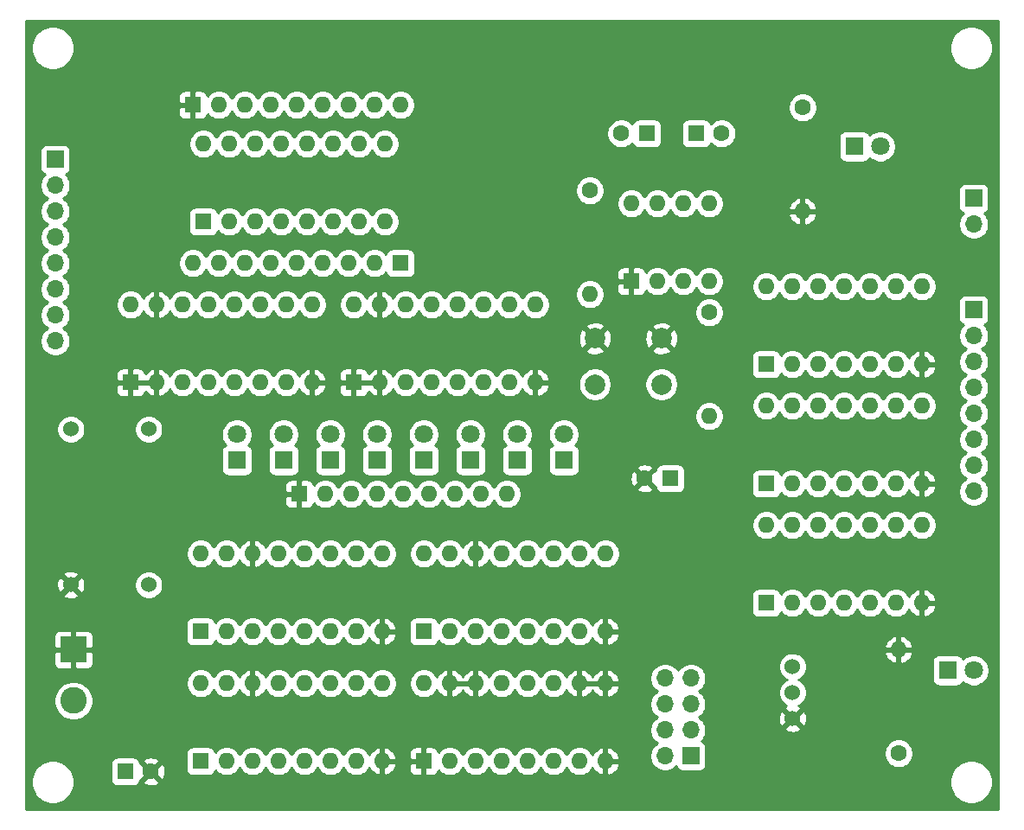
<source format=gbr>
%TF.GenerationSoftware,KiCad,Pcbnew,(5.1.9-0-10_14)*%
%TF.CreationDate,2021-06-04T12:52:24-04:00*%
%TF.ProjectId,CLOCK,434c4f43-4b2e-46b6-9963-61645f706362,rev?*%
%TF.SameCoordinates,Original*%
%TF.FileFunction,Copper,L4,Bot*%
%TF.FilePolarity,Positive*%
%FSLAX46Y46*%
G04 Gerber Fmt 4.6, Leading zero omitted, Abs format (unit mm)*
G04 Created by KiCad (PCBNEW (5.1.9-0-10_14)) date 2021-06-04 12:52:24*
%MOMM*%
%LPD*%
G01*
G04 APERTURE LIST*
%TA.AperFunction,ComponentPad*%
%ADD10C,1.524000*%
%TD*%
%TA.AperFunction,ComponentPad*%
%ADD11O,1.700000X1.700000*%
%TD*%
%TA.AperFunction,ComponentPad*%
%ADD12R,1.700000X1.700000*%
%TD*%
%TA.AperFunction,ComponentPad*%
%ADD13C,1.600000*%
%TD*%
%TA.AperFunction,ComponentPad*%
%ADD14R,1.600000X1.600000*%
%TD*%
%TA.AperFunction,ComponentPad*%
%ADD15O,1.600000X1.600000*%
%TD*%
%TA.AperFunction,ComponentPad*%
%ADD16C,2.000000*%
%TD*%
%TA.AperFunction,ComponentPad*%
%ADD17C,2.600000*%
%TD*%
%TA.AperFunction,ComponentPad*%
%ADD18R,2.600000X2.600000*%
%TD*%
%TA.AperFunction,ComponentPad*%
%ADD19C,1.800000*%
%TD*%
%TA.AperFunction,ComponentPad*%
%ADD20R,1.800000X1.800000*%
%TD*%
%TA.AperFunction,Conductor*%
%ADD21C,0.254000*%
%TD*%
%TA.AperFunction,Conductor*%
%ADD22C,0.100000*%
%TD*%
G04 APERTURE END LIST*
D10*
%TO.P,SW2,3*%
%TO.N,+5V*%
X139239600Y-87763200D03*
%TO.P,SW2,2*%
%TO.N,Net-(D2-Pad2)*%
X139239600Y-90303200D03*
%TO.P,SW2,1*%
%TO.N,GND*%
X139239600Y-92843200D03*
%TD*%
D11*
%TO.P,J34,8*%
%TO.N,Net-(J34-Pad8)*%
X126746000Y-88900000D03*
%TO.P,J34,7*%
%TO.N,Net-(J34-Pad1)*%
X129286000Y-88900000D03*
%TO.P,J34,6*%
%TO.N,Net-(J34-Pad6)*%
X126746000Y-91440000D03*
%TO.P,J34,5*%
%TO.N,Net-(J34-Pad1)*%
X129286000Y-91440000D03*
%TO.P,J34,4*%
%TO.N,Net-(J34-Pad4)*%
X126746000Y-93980000D03*
%TO.P,J34,3*%
%TO.N,Net-(J34-Pad1)*%
X129286000Y-93980000D03*
%TO.P,J34,2*%
%TO.N,Net-(J34-Pad2)*%
X126746000Y-96520000D03*
D12*
%TO.P,J34,1*%
%TO.N,Net-(J34-Pad1)*%
X129286000Y-96520000D03*
%TD*%
D13*
%TO.P,C4,2*%
%TO.N,GND*%
X76414000Y-98044000D03*
D14*
%TO.P,C4,1*%
%TO.N,+5V*%
X73914000Y-98044000D03*
%TD*%
D13*
%TO.P,C3,2*%
%TO.N,GND*%
X124754000Y-69342000D03*
D14*
%TO.P,C3,1*%
%TO.N,+5V*%
X127254000Y-69342000D03*
%TD*%
D15*
%TO.P,U11,16*%
%TO.N,+5V*%
X96266000Y-52324000D03*
%TO.P,U11,8*%
%TO.N,GND*%
X114046000Y-59944000D03*
%TO.P,U11,15*%
X98806000Y-52324000D03*
%TO.P,U11,7*%
%TO.N,/1MHz_Pulse*%
X111506000Y-59944000D03*
%TO.P,U11,14*%
%TO.N,Net-(J2-Pad4)*%
X101346000Y-52324000D03*
%TO.P,U11,6*%
%TO.N,/A7*%
X108966000Y-59944000D03*
%TO.P,U11,13*%
%TO.N,Net-(J2-Pad3)*%
X103886000Y-52324000D03*
%TO.P,U11,5*%
%TO.N,/A6*%
X106426000Y-59944000D03*
%TO.P,U11,12*%
%TO.N,Net-(J2-Pad2)*%
X106426000Y-52324000D03*
%TO.P,U11,4*%
%TO.N,/A5*%
X103886000Y-59944000D03*
%TO.P,U11,11*%
%TO.N,Net-(J2-Pad1)*%
X108966000Y-52324000D03*
%TO.P,U11,3*%
%TO.N,/A4*%
X101346000Y-59944000D03*
%TO.P,U11,10*%
%TO.N,/SET_SPEED*%
X111506000Y-52324000D03*
%TO.P,U11,2*%
%TO.N,GND*%
X98806000Y-59944000D03*
%TO.P,U11,9*%
%TO.N,/SET_SPEED*%
X114046000Y-52324000D03*
D14*
%TO.P,U11,1*%
%TO.N,GND*%
X96266000Y-59944000D03*
%TD*%
D15*
%TO.P,U10,14*%
%TO.N,+5V*%
X136652000Y-73914000D03*
%TO.P,U10,7*%
%TO.N,GND*%
X151892000Y-81534000D03*
%TO.P,U10,13*%
%TO.N,N/C*%
X139192000Y-73914000D03*
%TO.P,U10,6*%
X149352000Y-81534000D03*
%TO.P,U10,12*%
X141732000Y-73914000D03*
%TO.P,U10,5*%
X146812000Y-81534000D03*
%TO.P,U10,11*%
X144272000Y-73914000D03*
%TO.P,U10,4*%
X144272000Y-81534000D03*
%TO.P,U10,10*%
X146812000Y-73914000D03*
%TO.P,U10,3*%
%TO.N,/CLOCK_OUT*%
X141732000Y-81534000D03*
%TO.P,U10,9*%
%TO.N,N/C*%
X149352000Y-73914000D03*
%TO.P,U10,2*%
%TO.N,Net-(U10-Pad2)*%
X139192000Y-81534000D03*
%TO.P,U10,8*%
%TO.N,N/C*%
X151892000Y-73914000D03*
D14*
%TO.P,U10,1*%
%TO.N,Net-(U10-Pad1)*%
X136652000Y-81534000D03*
%TD*%
D15*
%TO.P,U9,14*%
%TO.N,+5V*%
X136652000Y-50546000D03*
%TO.P,U9,7*%
%TO.N,GND*%
X151892000Y-58166000D03*
%TO.P,U9,13*%
%TO.N,Net-(J34-Pad1)*%
X139192000Y-50546000D03*
%TO.P,U9,6*%
%TO.N,Net-(U10-Pad1)*%
X149352000Y-58166000D03*
%TO.P,U9,12*%
%TO.N,Net-(D2-Pad2)*%
X141732000Y-50546000D03*
%TO.P,U9,5*%
%TO.N,/HALT*%
X146812000Y-58166000D03*
%TO.P,U9,11*%
%TO.N,Net-(U9-Pad10)*%
X144272000Y-50546000D03*
%TO.P,U9,4*%
%TO.N,Net-(U9-Pad3)*%
X144272000Y-58166000D03*
%TO.P,U9,10*%
%TO.N,Net-(U9-Pad10)*%
X146812000Y-50546000D03*
%TO.P,U9,3*%
%TO.N,Net-(U9-Pad3)*%
X141732000Y-58166000D03*
%TO.P,U9,9*%
%TO.N,/HALT*%
X149352000Y-50546000D03*
%TO.P,U9,2*%
%TO.N,Net-(U8-Pad2)*%
X139192000Y-58166000D03*
%TO.P,U9,8*%
%TO.N,Net-(U10-Pad2)*%
X151892000Y-50546000D03*
D14*
%TO.P,U9,1*%
%TO.N,Net-(U7-Pad3)*%
X136652000Y-58166000D03*
%TD*%
D15*
%TO.P,U8,14*%
%TO.N,+5V*%
X136652000Y-62230000D03*
%TO.P,U8,7*%
%TO.N,GND*%
X151892000Y-69850000D03*
%TO.P,U8,13*%
%TO.N,N/C*%
X139192000Y-62230000D03*
%TO.P,U8,6*%
X149352000Y-69850000D03*
%TO.P,U8,12*%
X141732000Y-62230000D03*
%TO.P,U8,5*%
X146812000Y-69850000D03*
%TO.P,U8,11*%
X144272000Y-62230000D03*
%TO.P,U8,4*%
X144272000Y-69850000D03*
%TO.P,U8,10*%
X146812000Y-62230000D03*
%TO.P,U8,3*%
X141732000Y-69850000D03*
%TO.P,U8,9*%
X149352000Y-62230000D03*
%TO.P,U8,2*%
%TO.N,Net-(U8-Pad2)*%
X139192000Y-69850000D03*
%TO.P,U8,8*%
%TO.N,N/C*%
X151892000Y-62230000D03*
D14*
%TO.P,U8,1*%
%TO.N,Net-(D2-Pad2)*%
X136652000Y-69850000D03*
%TD*%
D15*
%TO.P,U7,8*%
%TO.N,+5V*%
X123444000Y-42418000D03*
%TO.P,U7,4*%
X131064000Y-50038000D03*
%TO.P,U7,7*%
%TO.N,Net-(C2-Pad2)*%
X125984000Y-42418000D03*
%TO.P,U7,3*%
%TO.N,Net-(U7-Pad3)*%
X128524000Y-50038000D03*
%TO.P,U7,6*%
%TO.N,Net-(C2-Pad2)*%
X128524000Y-42418000D03*
%TO.P,U7,2*%
%TO.N,Net-(R1-Pad2)*%
X125984000Y-50038000D03*
%TO.P,U7,5*%
%TO.N,Net-(C1-Pad2)*%
X131064000Y-42418000D03*
D14*
%TO.P,U7,1*%
%TO.N,GND*%
X123444000Y-50038000D03*
%TD*%
D15*
%TO.P,U6,16*%
%TO.N,+5V*%
X81280000Y-89408000D03*
%TO.P,U6,8*%
%TO.N,GND*%
X99060000Y-97028000D03*
%TO.P,U6,15*%
%TO.N,Net-(U6-Pad15)*%
X83820000Y-89408000D03*
%TO.P,U6,7*%
%TO.N,Net-(J34-Pad8)*%
X96520000Y-97028000D03*
%TO.P,U6,14*%
%TO.N,GND*%
X86360000Y-89408000D03*
%TO.P,U6,6*%
%TO.N,Net-(J34-Pad6)*%
X93980000Y-97028000D03*
%TO.P,U6,13*%
%TO.N,Net-(U6-Pad13)*%
X88900000Y-89408000D03*
%TO.P,U6,5*%
%TO.N,Net-(U2-Pad11)*%
X91440000Y-97028000D03*
%TO.P,U6,12*%
%TO.N,Net-(U6-Pad12)*%
X91440000Y-89408000D03*
%TO.P,U6,4*%
%TO.N,+5V*%
X88900000Y-97028000D03*
%TO.P,U6,11*%
X93980000Y-89408000D03*
%TO.P,U6,3*%
%TO.N,Net-(J34-Pad2)*%
X86360000Y-97028000D03*
%TO.P,U6,10*%
%TO.N,Net-(U6-Pad10)*%
X96520000Y-89408000D03*
%TO.P,U6,2*%
%TO.N,Net-(J34-Pad4)*%
X83820000Y-97028000D03*
%TO.P,U6,9*%
%TO.N,Net-(U6-Pad9)*%
X99060000Y-89408000D03*
D14*
%TO.P,U6,1*%
%TO.N,Net-(U6-Pad1)*%
X81280000Y-97028000D03*
%TD*%
D15*
%TO.P,U5,16*%
%TO.N,+5V*%
X103124000Y-89408000D03*
%TO.P,U5,8*%
%TO.N,GND*%
X120904000Y-97028000D03*
%TO.P,U5,15*%
X105664000Y-89408000D03*
%TO.P,U5,7*%
%TO.N,Net-(U5-Pad7)*%
X118364000Y-97028000D03*
%TO.P,U5,14*%
%TO.N,GND*%
X108204000Y-89408000D03*
%TO.P,U5,6*%
%TO.N,Net-(U5-Pad6)*%
X115824000Y-97028000D03*
%TO.P,U5,13*%
%TO.N,Net-(U2-Pad11)*%
X110744000Y-89408000D03*
%TO.P,U5,5*%
%TO.N,+5V*%
X113284000Y-97028000D03*
%TO.P,U5,12*%
%TO.N,Net-(U5-Pad12)*%
X113284000Y-89408000D03*
%TO.P,U5,4*%
%TO.N,Net-(U4-Pad13)*%
X110744000Y-97028000D03*
%TO.P,U5,11*%
%TO.N,Net-(U2-Pad11)*%
X115824000Y-89408000D03*
%TO.P,U5,3*%
%TO.N,Net-(U5-Pad3)*%
X108204000Y-97028000D03*
%TO.P,U5,10*%
%TO.N,GND*%
X118364000Y-89408000D03*
%TO.P,U5,2*%
%TO.N,Net-(U5-Pad2)*%
X105664000Y-97028000D03*
%TO.P,U5,9*%
%TO.N,GND*%
X120904000Y-89408000D03*
D14*
%TO.P,U5,1*%
X103124000Y-97028000D03*
%TD*%
D15*
%TO.P,U4,16*%
%TO.N,+5V*%
X103124000Y-76708000D03*
%TO.P,U4,8*%
%TO.N,GND*%
X120904000Y-84328000D03*
%TO.P,U4,15*%
%TO.N,/A4*%
X105664000Y-76708000D03*
%TO.P,U4,7*%
%TO.N,Net-(U4-Pad7)*%
X118364000Y-84328000D03*
%TO.P,U4,14*%
%TO.N,GND*%
X108204000Y-76708000D03*
%TO.P,U4,6*%
%TO.N,Net-(U4-Pad6)*%
X115824000Y-84328000D03*
%TO.P,U4,13*%
%TO.N,Net-(U4-Pad13)*%
X110744000Y-76708000D03*
%TO.P,U4,5*%
%TO.N,+5V*%
X113284000Y-84328000D03*
%TO.P,U4,12*%
%TO.N,Net-(U4-Pad12)*%
X113284000Y-76708000D03*
%TO.P,U4,4*%
%TO.N,Net-(U2-Pad13)*%
X110744000Y-84328000D03*
%TO.P,U4,11*%
%TO.N,Net-(U2-Pad11)*%
X115824000Y-76708000D03*
%TO.P,U4,3*%
%TO.N,Net-(U4-Pad3)*%
X108204000Y-84328000D03*
%TO.P,U4,10*%
%TO.N,/A6*%
X118364000Y-76708000D03*
%TO.P,U4,2*%
%TO.N,Net-(U4-Pad2)*%
X105664000Y-84328000D03*
%TO.P,U4,9*%
%TO.N,/A7*%
X120904000Y-76708000D03*
D14*
%TO.P,U4,1*%
%TO.N,/A5*%
X103124000Y-84328000D03*
%TD*%
D15*
%TO.P,U3,16*%
%TO.N,+5V*%
X74422000Y-52324000D03*
%TO.P,U3,8*%
%TO.N,GND*%
X92202000Y-59944000D03*
%TO.P,U3,15*%
X76962000Y-52324000D03*
%TO.P,U3,7*%
%TO.N,/1MHz_Pulse*%
X89662000Y-59944000D03*
%TO.P,U3,14*%
%TO.N,Net-(J2-Pad8)*%
X79502000Y-52324000D03*
%TO.P,U3,6*%
%TO.N,/A3*%
X87122000Y-59944000D03*
%TO.P,U3,13*%
%TO.N,Net-(J2-Pad7)*%
X82042000Y-52324000D03*
%TO.P,U3,5*%
%TO.N,/A2*%
X84582000Y-59944000D03*
%TO.P,U3,12*%
%TO.N,Net-(J2-Pad6)*%
X84582000Y-52324000D03*
%TO.P,U3,4*%
%TO.N,/A1*%
X82042000Y-59944000D03*
%TO.P,U3,11*%
%TO.N,Net-(J2-Pad5)*%
X87122000Y-52324000D03*
%TO.P,U3,3*%
%TO.N,/A0*%
X79502000Y-59944000D03*
%TO.P,U3,10*%
%TO.N,/SET_SPEED*%
X89662000Y-52324000D03*
%TO.P,U3,2*%
%TO.N,GND*%
X76962000Y-59944000D03*
%TO.P,U3,9*%
%TO.N,/SET_SPEED*%
X92202000Y-52324000D03*
D14*
%TO.P,U3,1*%
%TO.N,GND*%
X74422000Y-59944000D03*
%TD*%
D15*
%TO.P,U2,16*%
%TO.N,+5V*%
X81280000Y-76708000D03*
%TO.P,U2,8*%
%TO.N,GND*%
X99060000Y-84328000D03*
%TO.P,U2,15*%
%TO.N,/A0*%
X83820000Y-76708000D03*
%TO.P,U2,7*%
%TO.N,Net-(U2-Pad7)*%
X96520000Y-84328000D03*
%TO.P,U2,14*%
%TO.N,GND*%
X86360000Y-76708000D03*
%TO.P,U2,6*%
%TO.N,Net-(U2-Pad6)*%
X93980000Y-84328000D03*
%TO.P,U2,13*%
%TO.N,Net-(U2-Pad13)*%
X88900000Y-76708000D03*
%TO.P,U2,5*%
%TO.N,+5V*%
X91440000Y-84328000D03*
%TO.P,U2,12*%
%TO.N,Net-(U2-Pad12)*%
X91440000Y-76708000D03*
%TO.P,U2,4*%
%TO.N,/1MHz_Pulse*%
X88900000Y-84328000D03*
%TO.P,U2,11*%
%TO.N,Net-(U2-Pad11)*%
X93980000Y-76708000D03*
%TO.P,U2,3*%
%TO.N,Net-(U2-Pad3)*%
X86360000Y-84328000D03*
%TO.P,U2,10*%
%TO.N,/A2*%
X96520000Y-76708000D03*
%TO.P,U2,2*%
%TO.N,Net-(U2-Pad2)*%
X83820000Y-84328000D03*
%TO.P,U2,9*%
%TO.N,/A3*%
X99060000Y-76708000D03*
D14*
%TO.P,U2,1*%
%TO.N,/A1*%
X81280000Y-84328000D03*
%TD*%
D10*
%TO.P,U1,8*%
%TO.N,/1MHz_Pulse*%
X76200000Y-79756000D03*
%TO.P,U1,7*%
%TO.N,GND*%
X68580000Y-79756000D03*
%TO.P,U1,14*%
%TO.N,+5V*%
X76200000Y-64516000D03*
%TO.P,U1,1*%
%TO.N,Net-(U1-Pad1)*%
X68580000Y-64516000D03*
%TD*%
D15*
%TO.P,SW13,16*%
%TO.N,Net-(J2-Pad8)*%
X81534000Y-36576000D03*
%TO.P,SW13,8*%
%TO.N,Net-(RN2-Pad2)*%
X99314000Y-44196000D03*
%TO.P,SW13,15*%
%TO.N,Net-(J2-Pad7)*%
X84074000Y-36576000D03*
%TO.P,SW13,7*%
%TO.N,Net-(RN2-Pad3)*%
X96774000Y-44196000D03*
%TO.P,SW13,14*%
%TO.N,Net-(J2-Pad6)*%
X86614000Y-36576000D03*
%TO.P,SW13,6*%
%TO.N,Net-(RN2-Pad4)*%
X94234000Y-44196000D03*
%TO.P,SW13,13*%
%TO.N,Net-(J2-Pad5)*%
X89154000Y-36576000D03*
%TO.P,SW13,5*%
%TO.N,Net-(RN2-Pad5)*%
X91694000Y-44196000D03*
%TO.P,SW13,12*%
%TO.N,Net-(J2-Pad4)*%
X91694000Y-36576000D03*
%TO.P,SW13,4*%
%TO.N,Net-(RN2-Pad6)*%
X89154000Y-44196000D03*
%TO.P,SW13,11*%
%TO.N,Net-(J2-Pad3)*%
X94234000Y-36576000D03*
%TO.P,SW13,3*%
%TO.N,Net-(RN2-Pad7)*%
X86614000Y-44196000D03*
%TO.P,SW13,10*%
%TO.N,Net-(J2-Pad2)*%
X96774000Y-36576000D03*
%TO.P,SW13,2*%
%TO.N,Net-(RN2-Pad8)*%
X84074000Y-44196000D03*
%TO.P,SW13,9*%
%TO.N,Net-(J2-Pad1)*%
X99314000Y-36576000D03*
D14*
%TO.P,SW13,1*%
%TO.N,Net-(RN2-Pad9)*%
X81534000Y-44196000D03*
%TD*%
D16*
%TO.P,SW1,1*%
%TO.N,GND*%
X126388000Y-55626000D03*
%TO.P,SW1,2*%
%TO.N,Net-(R1-Pad2)*%
X126388000Y-60126000D03*
%TO.P,SW1,1*%
%TO.N,GND*%
X119888000Y-55626000D03*
%TO.P,SW1,2*%
%TO.N,Net-(R1-Pad2)*%
X119888000Y-60126000D03*
%TD*%
D15*
%TO.P,RN3,9*%
%TO.N,Net-(D8-Pad1)*%
X111252000Y-70866000D03*
%TO.P,RN3,8*%
%TO.N,Net-(D7-Pad1)*%
X108712000Y-70866000D03*
%TO.P,RN3,7*%
%TO.N,Net-(D6-Pad1)*%
X106172000Y-70866000D03*
%TO.P,RN3,6*%
%TO.N,Net-(D5-Pad1)*%
X103632000Y-70866000D03*
%TO.P,RN3,5*%
%TO.N,Net-(D4-Pad1)*%
X101092000Y-70866000D03*
%TO.P,RN3,4*%
%TO.N,Net-(D3-Pad1)*%
X98552000Y-70866000D03*
%TO.P,RN3,3*%
%TO.N,Net-(D54-Pad1)*%
X96012000Y-70866000D03*
%TO.P,RN3,2*%
%TO.N,Net-(D1-Pad1)*%
X93472000Y-70866000D03*
D14*
%TO.P,RN3,1*%
%TO.N,GND*%
X90932000Y-70866000D03*
%TD*%
D15*
%TO.P,RN2,9*%
%TO.N,Net-(RN2-Pad9)*%
X80518000Y-48260000D03*
%TO.P,RN2,8*%
%TO.N,Net-(RN2-Pad8)*%
X83058000Y-48260000D03*
%TO.P,RN2,7*%
%TO.N,Net-(RN2-Pad7)*%
X85598000Y-48260000D03*
%TO.P,RN2,6*%
%TO.N,Net-(RN2-Pad6)*%
X88138000Y-48260000D03*
%TO.P,RN2,5*%
%TO.N,Net-(RN2-Pad5)*%
X90678000Y-48260000D03*
%TO.P,RN2,4*%
%TO.N,Net-(RN2-Pad4)*%
X93218000Y-48260000D03*
%TO.P,RN2,3*%
%TO.N,Net-(RN2-Pad3)*%
X95758000Y-48260000D03*
%TO.P,RN2,2*%
%TO.N,Net-(RN2-Pad2)*%
X98298000Y-48260000D03*
D14*
%TO.P,RN2,1*%
%TO.N,+5V*%
X100838000Y-48260000D03*
%TD*%
D15*
%TO.P,RN1,9*%
%TO.N,Net-(J2-Pad1)*%
X100838000Y-32766000D03*
%TO.P,RN1,8*%
%TO.N,Net-(J2-Pad2)*%
X98298000Y-32766000D03*
%TO.P,RN1,7*%
%TO.N,Net-(J2-Pad3)*%
X95758000Y-32766000D03*
%TO.P,RN1,6*%
%TO.N,Net-(J2-Pad4)*%
X93218000Y-32766000D03*
%TO.P,RN1,5*%
%TO.N,Net-(J2-Pad5)*%
X90678000Y-32766000D03*
%TO.P,RN1,4*%
%TO.N,Net-(J2-Pad6)*%
X88138000Y-32766000D03*
%TO.P,RN1,3*%
%TO.N,Net-(J2-Pad7)*%
X85598000Y-32766000D03*
%TO.P,RN1,2*%
%TO.N,Net-(J2-Pad8)*%
X83058000Y-32766000D03*
D14*
%TO.P,RN1,1*%
%TO.N,GND*%
X80518000Y-32766000D03*
%TD*%
D15*
%TO.P,R5,2*%
%TO.N,GND*%
X140208000Y-43180000D03*
D13*
%TO.P,R5,1*%
%TO.N,Net-(D2-Pad1)*%
X140208000Y-33020000D03*
%TD*%
D15*
%TO.P,R4,2*%
%TO.N,GND*%
X149606000Y-86106000D03*
D13*
%TO.P,R4,1*%
%TO.N,Net-(D55-Pad1)*%
X149606000Y-96266000D03*
%TD*%
D15*
%TO.P,R2,2*%
%TO.N,+5V*%
X119380000Y-51308000D03*
D13*
%TO.P,R2,1*%
%TO.N,Net-(C2-Pad2)*%
X119380000Y-41148000D03*
%TD*%
D15*
%TO.P,R1,2*%
%TO.N,Net-(R1-Pad2)*%
X131064000Y-63246000D03*
D13*
%TO.P,R1,1*%
%TO.N,+5V*%
X131064000Y-53086000D03*
%TD*%
D11*
%TO.P,J5,8*%
%TO.N,/CLOCK_OUT*%
X156972000Y-70612000D03*
%TO.P,J5,7*%
X156972000Y-68072000D03*
%TO.P,J5,6*%
X156972000Y-65532000D03*
%TO.P,J5,5*%
X156972000Y-62992000D03*
%TO.P,J5,4*%
X156972000Y-60452000D03*
%TO.P,J5,3*%
X156972000Y-57912000D03*
%TO.P,J5,2*%
X156972000Y-55372000D03*
D12*
%TO.P,J5,1*%
X156972000Y-52832000D03*
%TD*%
D11*
%TO.P,J3,2*%
%TO.N,/SET_SPEED*%
X156972000Y-44450000D03*
D12*
%TO.P,J3,1*%
%TO.N,/HALT*%
X156972000Y-41910000D03*
%TD*%
D11*
%TO.P,J2,8*%
%TO.N,Net-(J2-Pad8)*%
X67056000Y-55880000D03*
%TO.P,J2,7*%
%TO.N,Net-(J2-Pad7)*%
X67056000Y-53340000D03*
%TO.P,J2,6*%
%TO.N,Net-(J2-Pad6)*%
X67056000Y-50800000D03*
%TO.P,J2,5*%
%TO.N,Net-(J2-Pad5)*%
X67056000Y-48260000D03*
%TO.P,J2,4*%
%TO.N,Net-(J2-Pad4)*%
X67056000Y-45720000D03*
%TO.P,J2,3*%
%TO.N,Net-(J2-Pad3)*%
X67056000Y-43180000D03*
%TO.P,J2,2*%
%TO.N,Net-(J2-Pad2)*%
X67056000Y-40640000D03*
D12*
%TO.P,J2,1*%
%TO.N,Net-(J2-Pad1)*%
X67056000Y-38100000D03*
%TD*%
D17*
%TO.P,J1,2*%
%TO.N,+5V*%
X68834000Y-91106000D03*
D18*
%TO.P,J1,1*%
%TO.N,GND*%
X68834000Y-86106000D03*
%TD*%
D19*
%TO.P,D55,2*%
%TO.N,/CLOCK_OUT*%
X156972000Y-88138000D03*
D20*
%TO.P,D55,1*%
%TO.N,Net-(D55-Pad1)*%
X154432000Y-88138000D03*
%TD*%
D19*
%TO.P,D54,2*%
%TO.N,/A1*%
X89408000Y-65024000D03*
D20*
%TO.P,D54,1*%
%TO.N,Net-(D54-Pad1)*%
X89408000Y-67564000D03*
%TD*%
D19*
%TO.P,D8,2*%
%TO.N,/A7*%
X116840000Y-65024000D03*
D20*
%TO.P,D8,1*%
%TO.N,Net-(D8-Pad1)*%
X116840000Y-67564000D03*
%TD*%
D19*
%TO.P,D7,2*%
%TO.N,/A6*%
X112268000Y-65024000D03*
D20*
%TO.P,D7,1*%
%TO.N,Net-(D7-Pad1)*%
X112268000Y-67564000D03*
%TD*%
D19*
%TO.P,D6,2*%
%TO.N,/A5*%
X107696000Y-65024000D03*
D20*
%TO.P,D6,1*%
%TO.N,Net-(D6-Pad1)*%
X107696000Y-67564000D03*
%TD*%
D19*
%TO.P,D5,2*%
%TO.N,/A4*%
X103124000Y-65024000D03*
D20*
%TO.P,D5,1*%
%TO.N,Net-(D5-Pad1)*%
X103124000Y-67564000D03*
%TD*%
D19*
%TO.P,D4,2*%
%TO.N,/A3*%
X98552000Y-65024000D03*
D20*
%TO.P,D4,1*%
%TO.N,Net-(D4-Pad1)*%
X98552000Y-67564000D03*
%TD*%
D19*
%TO.P,D3,2*%
%TO.N,/A2*%
X93980000Y-65024000D03*
D20*
%TO.P,D3,1*%
%TO.N,Net-(D3-Pad1)*%
X93980000Y-67564000D03*
%TD*%
D19*
%TO.P,D2,2*%
%TO.N,Net-(D2-Pad2)*%
X147828000Y-36830000D03*
D20*
%TO.P,D2,1*%
%TO.N,Net-(D2-Pad1)*%
X145288000Y-36830000D03*
%TD*%
D19*
%TO.P,D1,2*%
%TO.N,/A0*%
X84836000Y-65024000D03*
D20*
%TO.P,D1,1*%
%TO.N,Net-(D1-Pad1)*%
X84836000Y-67564000D03*
%TD*%
D13*
%TO.P,C2,2*%
%TO.N,Net-(C2-Pad2)*%
X122468000Y-35560000D03*
D14*
%TO.P,C2,1*%
%TO.N,+5V*%
X124968000Y-35560000D03*
%TD*%
D13*
%TO.P,C1,2*%
%TO.N,Net-(C1-Pad2)*%
X132294000Y-35560000D03*
D14*
%TO.P,C1,1*%
%TO.N,+5V*%
X129794000Y-35560000D03*
%TD*%
D21*
%TO.N,GND*%
X159360001Y-25367572D02*
X159360000Y-25367582D01*
X159360001Y-28161572D01*
X159360000Y-28161582D01*
X159360001Y-101702000D01*
X64160000Y-101702000D01*
X64160000Y-98849721D01*
X64667000Y-98849721D01*
X64667000Y-99270279D01*
X64749047Y-99682756D01*
X64909988Y-100071302D01*
X65143637Y-100420983D01*
X65441017Y-100718363D01*
X65790698Y-100952012D01*
X66179244Y-101112953D01*
X66591721Y-101195000D01*
X67012279Y-101195000D01*
X67424756Y-101112953D01*
X67813302Y-100952012D01*
X68162983Y-100718363D01*
X68460363Y-100420983D01*
X68694012Y-100071302D01*
X68854953Y-99682756D01*
X68937000Y-99270279D01*
X68937000Y-98849721D01*
X68854953Y-98437244D01*
X68694012Y-98048698D01*
X68460363Y-97699017D01*
X68162983Y-97401637D01*
X67927063Y-97244000D01*
X72475928Y-97244000D01*
X72475928Y-98844000D01*
X72488188Y-98968482D01*
X72524498Y-99088180D01*
X72583463Y-99198494D01*
X72662815Y-99295185D01*
X72759506Y-99374537D01*
X72869820Y-99433502D01*
X72989518Y-99469812D01*
X73114000Y-99482072D01*
X74714000Y-99482072D01*
X74838482Y-99469812D01*
X74958180Y-99433502D01*
X75068494Y-99374537D01*
X75165185Y-99295185D01*
X75244537Y-99198494D01*
X75303502Y-99088180D01*
X75319117Y-99036702D01*
X75600903Y-99036702D01*
X75672486Y-99280671D01*
X75927996Y-99401571D01*
X76202184Y-99470300D01*
X76484512Y-99484217D01*
X76764130Y-99442787D01*
X77030292Y-99347603D01*
X77155514Y-99280671D01*
X77227097Y-99036702D01*
X76414000Y-98223605D01*
X75600903Y-99036702D01*
X75319117Y-99036702D01*
X75339812Y-98968482D01*
X75352072Y-98844000D01*
X75352072Y-98836785D01*
X75421298Y-98857097D01*
X76234395Y-98044000D01*
X76593605Y-98044000D01*
X77406702Y-98857097D01*
X77431840Y-98849721D01*
X154583000Y-98849721D01*
X154583000Y-99270279D01*
X154665047Y-99682756D01*
X154825988Y-100071302D01*
X155059637Y-100420983D01*
X155357017Y-100718363D01*
X155706698Y-100952012D01*
X156095244Y-101112953D01*
X156507721Y-101195000D01*
X156928279Y-101195000D01*
X157340756Y-101112953D01*
X157729302Y-100952012D01*
X158078983Y-100718363D01*
X158376363Y-100420983D01*
X158610012Y-100071302D01*
X158770953Y-99682756D01*
X158853000Y-99270279D01*
X158853000Y-98849721D01*
X158770953Y-98437244D01*
X158610012Y-98048698D01*
X158376363Y-97699017D01*
X158078983Y-97401637D01*
X157729302Y-97167988D01*
X157340756Y-97007047D01*
X156928279Y-96925000D01*
X156507721Y-96925000D01*
X156095244Y-97007047D01*
X155706698Y-97167988D01*
X155357017Y-97401637D01*
X155059637Y-97699017D01*
X154825988Y-98048698D01*
X154665047Y-98437244D01*
X154583000Y-98849721D01*
X77431840Y-98849721D01*
X77650671Y-98785514D01*
X77771571Y-98530004D01*
X77840300Y-98255816D01*
X77854217Y-97973488D01*
X77812787Y-97693870D01*
X77717603Y-97427708D01*
X77650671Y-97302486D01*
X77406702Y-97230903D01*
X76593605Y-98044000D01*
X76234395Y-98044000D01*
X75421298Y-97230903D01*
X75352072Y-97251215D01*
X75352072Y-97244000D01*
X75339812Y-97119518D01*
X75319118Y-97051298D01*
X75600903Y-97051298D01*
X76414000Y-97864395D01*
X77227097Y-97051298D01*
X77155514Y-96807329D01*
X76900004Y-96686429D01*
X76625816Y-96617700D01*
X76343488Y-96603783D01*
X76063870Y-96645213D01*
X75797708Y-96740397D01*
X75672486Y-96807329D01*
X75600903Y-97051298D01*
X75319118Y-97051298D01*
X75303502Y-96999820D01*
X75244537Y-96889506D01*
X75165185Y-96792815D01*
X75068494Y-96713463D01*
X74958180Y-96654498D01*
X74838482Y-96618188D01*
X74714000Y-96605928D01*
X73114000Y-96605928D01*
X72989518Y-96618188D01*
X72869820Y-96654498D01*
X72759506Y-96713463D01*
X72662815Y-96792815D01*
X72583463Y-96889506D01*
X72524498Y-96999820D01*
X72488188Y-97119518D01*
X72475928Y-97244000D01*
X67927063Y-97244000D01*
X67813302Y-97167988D01*
X67424756Y-97007047D01*
X67012279Y-96925000D01*
X66591721Y-96925000D01*
X66179244Y-97007047D01*
X65790698Y-97167988D01*
X65441017Y-97401637D01*
X65143637Y-97699017D01*
X64909988Y-98048698D01*
X64749047Y-98437244D01*
X64667000Y-98849721D01*
X64160000Y-98849721D01*
X64160000Y-96228000D01*
X79841928Y-96228000D01*
X79841928Y-97828000D01*
X79854188Y-97952482D01*
X79890498Y-98072180D01*
X79949463Y-98182494D01*
X80028815Y-98279185D01*
X80125506Y-98358537D01*
X80235820Y-98417502D01*
X80355518Y-98453812D01*
X80480000Y-98466072D01*
X82080000Y-98466072D01*
X82204482Y-98453812D01*
X82324180Y-98417502D01*
X82434494Y-98358537D01*
X82531185Y-98279185D01*
X82610537Y-98182494D01*
X82669502Y-98072180D01*
X82705812Y-97952482D01*
X82706643Y-97944039D01*
X82905241Y-98142637D01*
X83140273Y-98299680D01*
X83401426Y-98407853D01*
X83678665Y-98463000D01*
X83961335Y-98463000D01*
X84238574Y-98407853D01*
X84499727Y-98299680D01*
X84734759Y-98142637D01*
X84934637Y-97942759D01*
X85090000Y-97710241D01*
X85245363Y-97942759D01*
X85445241Y-98142637D01*
X85680273Y-98299680D01*
X85941426Y-98407853D01*
X86218665Y-98463000D01*
X86501335Y-98463000D01*
X86778574Y-98407853D01*
X87039727Y-98299680D01*
X87274759Y-98142637D01*
X87474637Y-97942759D01*
X87630000Y-97710241D01*
X87785363Y-97942759D01*
X87985241Y-98142637D01*
X88220273Y-98299680D01*
X88481426Y-98407853D01*
X88758665Y-98463000D01*
X89041335Y-98463000D01*
X89318574Y-98407853D01*
X89579727Y-98299680D01*
X89814759Y-98142637D01*
X90014637Y-97942759D01*
X90170000Y-97710241D01*
X90325363Y-97942759D01*
X90525241Y-98142637D01*
X90760273Y-98299680D01*
X91021426Y-98407853D01*
X91298665Y-98463000D01*
X91581335Y-98463000D01*
X91858574Y-98407853D01*
X92119727Y-98299680D01*
X92354759Y-98142637D01*
X92554637Y-97942759D01*
X92710000Y-97710241D01*
X92865363Y-97942759D01*
X93065241Y-98142637D01*
X93300273Y-98299680D01*
X93561426Y-98407853D01*
X93838665Y-98463000D01*
X94121335Y-98463000D01*
X94398574Y-98407853D01*
X94659727Y-98299680D01*
X94894759Y-98142637D01*
X95094637Y-97942759D01*
X95250000Y-97710241D01*
X95405363Y-97942759D01*
X95605241Y-98142637D01*
X95840273Y-98299680D01*
X96101426Y-98407853D01*
X96378665Y-98463000D01*
X96661335Y-98463000D01*
X96938574Y-98407853D01*
X97199727Y-98299680D01*
X97434759Y-98142637D01*
X97634637Y-97942759D01*
X97791680Y-97707727D01*
X97796067Y-97697135D01*
X97907615Y-97883131D01*
X98096586Y-98091519D01*
X98322580Y-98259037D01*
X98576913Y-98379246D01*
X98710961Y-98419904D01*
X98933000Y-98297915D01*
X98933000Y-97155000D01*
X99187000Y-97155000D01*
X99187000Y-98297915D01*
X99409039Y-98419904D01*
X99543087Y-98379246D01*
X99797420Y-98259037D01*
X100023414Y-98091519D01*
X100212385Y-97883131D01*
X100245448Y-97828000D01*
X101685928Y-97828000D01*
X101698188Y-97952482D01*
X101734498Y-98072180D01*
X101793463Y-98182494D01*
X101872815Y-98279185D01*
X101969506Y-98358537D01*
X102079820Y-98417502D01*
X102199518Y-98453812D01*
X102324000Y-98466072D01*
X102838250Y-98463000D01*
X102997000Y-98304250D01*
X102997000Y-97155000D01*
X101847750Y-97155000D01*
X101689000Y-97313750D01*
X101685928Y-97828000D01*
X100245448Y-97828000D01*
X100357070Y-97641881D01*
X100451909Y-97377040D01*
X100330624Y-97155000D01*
X99187000Y-97155000D01*
X98933000Y-97155000D01*
X98913000Y-97155000D01*
X98913000Y-96901000D01*
X98933000Y-96901000D01*
X98933000Y-95758085D01*
X99187000Y-95758085D01*
X99187000Y-96901000D01*
X100330624Y-96901000D01*
X100451909Y-96678960D01*
X100357070Y-96414119D01*
X100245449Y-96228000D01*
X101685928Y-96228000D01*
X101689000Y-96742250D01*
X101847750Y-96901000D01*
X102997000Y-96901000D01*
X102997000Y-95751750D01*
X103251000Y-95751750D01*
X103251000Y-96901000D01*
X103271000Y-96901000D01*
X103271000Y-97155000D01*
X103251000Y-97155000D01*
X103251000Y-98304250D01*
X103409750Y-98463000D01*
X103924000Y-98466072D01*
X104048482Y-98453812D01*
X104168180Y-98417502D01*
X104278494Y-98358537D01*
X104375185Y-98279185D01*
X104454537Y-98182494D01*
X104513502Y-98072180D01*
X104549812Y-97952482D01*
X104550643Y-97944039D01*
X104749241Y-98142637D01*
X104984273Y-98299680D01*
X105245426Y-98407853D01*
X105522665Y-98463000D01*
X105805335Y-98463000D01*
X106082574Y-98407853D01*
X106343727Y-98299680D01*
X106578759Y-98142637D01*
X106778637Y-97942759D01*
X106934000Y-97710241D01*
X107089363Y-97942759D01*
X107289241Y-98142637D01*
X107524273Y-98299680D01*
X107785426Y-98407853D01*
X108062665Y-98463000D01*
X108345335Y-98463000D01*
X108622574Y-98407853D01*
X108883727Y-98299680D01*
X109118759Y-98142637D01*
X109318637Y-97942759D01*
X109474000Y-97710241D01*
X109629363Y-97942759D01*
X109829241Y-98142637D01*
X110064273Y-98299680D01*
X110325426Y-98407853D01*
X110602665Y-98463000D01*
X110885335Y-98463000D01*
X111162574Y-98407853D01*
X111423727Y-98299680D01*
X111658759Y-98142637D01*
X111858637Y-97942759D01*
X112014000Y-97710241D01*
X112169363Y-97942759D01*
X112369241Y-98142637D01*
X112604273Y-98299680D01*
X112865426Y-98407853D01*
X113142665Y-98463000D01*
X113425335Y-98463000D01*
X113702574Y-98407853D01*
X113963727Y-98299680D01*
X114198759Y-98142637D01*
X114398637Y-97942759D01*
X114554000Y-97710241D01*
X114709363Y-97942759D01*
X114909241Y-98142637D01*
X115144273Y-98299680D01*
X115405426Y-98407853D01*
X115682665Y-98463000D01*
X115965335Y-98463000D01*
X116242574Y-98407853D01*
X116503727Y-98299680D01*
X116738759Y-98142637D01*
X116938637Y-97942759D01*
X117094000Y-97710241D01*
X117249363Y-97942759D01*
X117449241Y-98142637D01*
X117684273Y-98299680D01*
X117945426Y-98407853D01*
X118222665Y-98463000D01*
X118505335Y-98463000D01*
X118782574Y-98407853D01*
X119043727Y-98299680D01*
X119278759Y-98142637D01*
X119478637Y-97942759D01*
X119635680Y-97707727D01*
X119640067Y-97697135D01*
X119751615Y-97883131D01*
X119940586Y-98091519D01*
X120166580Y-98259037D01*
X120420913Y-98379246D01*
X120554961Y-98419904D01*
X120777000Y-98297915D01*
X120777000Y-97155000D01*
X121031000Y-97155000D01*
X121031000Y-98297915D01*
X121253039Y-98419904D01*
X121387087Y-98379246D01*
X121641420Y-98259037D01*
X121867414Y-98091519D01*
X122056385Y-97883131D01*
X122201070Y-97641881D01*
X122295909Y-97377040D01*
X122174624Y-97155000D01*
X121031000Y-97155000D01*
X120777000Y-97155000D01*
X120757000Y-97155000D01*
X120757000Y-96901000D01*
X120777000Y-96901000D01*
X120777000Y-95758085D01*
X121031000Y-95758085D01*
X121031000Y-96901000D01*
X122174624Y-96901000D01*
X122295909Y-96678960D01*
X122201070Y-96414119D01*
X122056385Y-96172869D01*
X121867414Y-95964481D01*
X121641420Y-95796963D01*
X121387087Y-95676754D01*
X121253039Y-95636096D01*
X121031000Y-95758085D01*
X120777000Y-95758085D01*
X120554961Y-95636096D01*
X120420913Y-95676754D01*
X120166580Y-95796963D01*
X119940586Y-95964481D01*
X119751615Y-96172869D01*
X119640067Y-96358865D01*
X119635680Y-96348273D01*
X119478637Y-96113241D01*
X119278759Y-95913363D01*
X119043727Y-95756320D01*
X118782574Y-95648147D01*
X118505335Y-95593000D01*
X118222665Y-95593000D01*
X117945426Y-95648147D01*
X117684273Y-95756320D01*
X117449241Y-95913363D01*
X117249363Y-96113241D01*
X117094000Y-96345759D01*
X116938637Y-96113241D01*
X116738759Y-95913363D01*
X116503727Y-95756320D01*
X116242574Y-95648147D01*
X115965335Y-95593000D01*
X115682665Y-95593000D01*
X115405426Y-95648147D01*
X115144273Y-95756320D01*
X114909241Y-95913363D01*
X114709363Y-96113241D01*
X114554000Y-96345759D01*
X114398637Y-96113241D01*
X114198759Y-95913363D01*
X113963727Y-95756320D01*
X113702574Y-95648147D01*
X113425335Y-95593000D01*
X113142665Y-95593000D01*
X112865426Y-95648147D01*
X112604273Y-95756320D01*
X112369241Y-95913363D01*
X112169363Y-96113241D01*
X112014000Y-96345759D01*
X111858637Y-96113241D01*
X111658759Y-95913363D01*
X111423727Y-95756320D01*
X111162574Y-95648147D01*
X110885335Y-95593000D01*
X110602665Y-95593000D01*
X110325426Y-95648147D01*
X110064273Y-95756320D01*
X109829241Y-95913363D01*
X109629363Y-96113241D01*
X109474000Y-96345759D01*
X109318637Y-96113241D01*
X109118759Y-95913363D01*
X108883727Y-95756320D01*
X108622574Y-95648147D01*
X108345335Y-95593000D01*
X108062665Y-95593000D01*
X107785426Y-95648147D01*
X107524273Y-95756320D01*
X107289241Y-95913363D01*
X107089363Y-96113241D01*
X106934000Y-96345759D01*
X106778637Y-96113241D01*
X106578759Y-95913363D01*
X106343727Y-95756320D01*
X106082574Y-95648147D01*
X105805335Y-95593000D01*
X105522665Y-95593000D01*
X105245426Y-95648147D01*
X104984273Y-95756320D01*
X104749241Y-95913363D01*
X104550643Y-96111961D01*
X104549812Y-96103518D01*
X104513502Y-95983820D01*
X104454537Y-95873506D01*
X104375185Y-95776815D01*
X104278494Y-95697463D01*
X104168180Y-95638498D01*
X104048482Y-95602188D01*
X103924000Y-95589928D01*
X103409750Y-95593000D01*
X103251000Y-95751750D01*
X102997000Y-95751750D01*
X102838250Y-95593000D01*
X102324000Y-95589928D01*
X102199518Y-95602188D01*
X102079820Y-95638498D01*
X101969506Y-95697463D01*
X101872815Y-95776815D01*
X101793463Y-95873506D01*
X101734498Y-95983820D01*
X101698188Y-96103518D01*
X101685928Y-96228000D01*
X100245449Y-96228000D01*
X100212385Y-96172869D01*
X100023414Y-95964481D01*
X99797420Y-95796963D01*
X99543087Y-95676754D01*
X99409039Y-95636096D01*
X99187000Y-95758085D01*
X98933000Y-95758085D01*
X98710961Y-95636096D01*
X98576913Y-95676754D01*
X98322580Y-95796963D01*
X98096586Y-95964481D01*
X97907615Y-96172869D01*
X97796067Y-96358865D01*
X97791680Y-96348273D01*
X97634637Y-96113241D01*
X97434759Y-95913363D01*
X97199727Y-95756320D01*
X96938574Y-95648147D01*
X96661335Y-95593000D01*
X96378665Y-95593000D01*
X96101426Y-95648147D01*
X95840273Y-95756320D01*
X95605241Y-95913363D01*
X95405363Y-96113241D01*
X95250000Y-96345759D01*
X95094637Y-96113241D01*
X94894759Y-95913363D01*
X94659727Y-95756320D01*
X94398574Y-95648147D01*
X94121335Y-95593000D01*
X93838665Y-95593000D01*
X93561426Y-95648147D01*
X93300273Y-95756320D01*
X93065241Y-95913363D01*
X92865363Y-96113241D01*
X92710000Y-96345759D01*
X92554637Y-96113241D01*
X92354759Y-95913363D01*
X92119727Y-95756320D01*
X91858574Y-95648147D01*
X91581335Y-95593000D01*
X91298665Y-95593000D01*
X91021426Y-95648147D01*
X90760273Y-95756320D01*
X90525241Y-95913363D01*
X90325363Y-96113241D01*
X90170000Y-96345759D01*
X90014637Y-96113241D01*
X89814759Y-95913363D01*
X89579727Y-95756320D01*
X89318574Y-95648147D01*
X89041335Y-95593000D01*
X88758665Y-95593000D01*
X88481426Y-95648147D01*
X88220273Y-95756320D01*
X87985241Y-95913363D01*
X87785363Y-96113241D01*
X87630000Y-96345759D01*
X87474637Y-96113241D01*
X87274759Y-95913363D01*
X87039727Y-95756320D01*
X86778574Y-95648147D01*
X86501335Y-95593000D01*
X86218665Y-95593000D01*
X85941426Y-95648147D01*
X85680273Y-95756320D01*
X85445241Y-95913363D01*
X85245363Y-96113241D01*
X85090000Y-96345759D01*
X84934637Y-96113241D01*
X84734759Y-95913363D01*
X84499727Y-95756320D01*
X84238574Y-95648147D01*
X83961335Y-95593000D01*
X83678665Y-95593000D01*
X83401426Y-95648147D01*
X83140273Y-95756320D01*
X82905241Y-95913363D01*
X82706643Y-96111961D01*
X82705812Y-96103518D01*
X82669502Y-95983820D01*
X82610537Y-95873506D01*
X82531185Y-95776815D01*
X82434494Y-95697463D01*
X82324180Y-95638498D01*
X82204482Y-95602188D01*
X82080000Y-95589928D01*
X80480000Y-95589928D01*
X80355518Y-95602188D01*
X80235820Y-95638498D01*
X80125506Y-95697463D01*
X80028815Y-95776815D01*
X79949463Y-95873506D01*
X79890498Y-95983820D01*
X79854188Y-96103518D01*
X79841928Y-96228000D01*
X64160000Y-96228000D01*
X64160000Y-90915419D01*
X66899000Y-90915419D01*
X66899000Y-91296581D01*
X66973361Y-91670419D01*
X67119225Y-92022566D01*
X67330987Y-92339491D01*
X67600509Y-92609013D01*
X67917434Y-92820775D01*
X68269581Y-92966639D01*
X68643419Y-93041000D01*
X69024581Y-93041000D01*
X69398419Y-92966639D01*
X69750566Y-92820775D01*
X70067491Y-92609013D01*
X70337013Y-92339491D01*
X70548775Y-92022566D01*
X70694639Y-91670419D01*
X70769000Y-91296581D01*
X70769000Y-90915419D01*
X70694639Y-90541581D01*
X70548775Y-90189434D01*
X70337013Y-89872509D01*
X70067491Y-89602987D01*
X69750566Y-89391225D01*
X69449852Y-89266665D01*
X79845000Y-89266665D01*
X79845000Y-89549335D01*
X79900147Y-89826574D01*
X80008320Y-90087727D01*
X80165363Y-90322759D01*
X80365241Y-90522637D01*
X80600273Y-90679680D01*
X80861426Y-90787853D01*
X81138665Y-90843000D01*
X81421335Y-90843000D01*
X81698574Y-90787853D01*
X81959727Y-90679680D01*
X82194759Y-90522637D01*
X82394637Y-90322759D01*
X82550000Y-90090241D01*
X82705363Y-90322759D01*
X82905241Y-90522637D01*
X83140273Y-90679680D01*
X83401426Y-90787853D01*
X83678665Y-90843000D01*
X83961335Y-90843000D01*
X84238574Y-90787853D01*
X84499727Y-90679680D01*
X84734759Y-90522637D01*
X84934637Y-90322759D01*
X85091680Y-90087727D01*
X85096067Y-90077135D01*
X85207615Y-90263131D01*
X85396586Y-90471519D01*
X85622580Y-90639037D01*
X85876913Y-90759246D01*
X86010961Y-90799904D01*
X86233000Y-90677915D01*
X86233000Y-89535000D01*
X86213000Y-89535000D01*
X86213000Y-89281000D01*
X86233000Y-89281000D01*
X86233000Y-88138085D01*
X86487000Y-88138085D01*
X86487000Y-89281000D01*
X86507000Y-89281000D01*
X86507000Y-89535000D01*
X86487000Y-89535000D01*
X86487000Y-90677915D01*
X86709039Y-90799904D01*
X86843087Y-90759246D01*
X87097420Y-90639037D01*
X87323414Y-90471519D01*
X87512385Y-90263131D01*
X87623933Y-90077135D01*
X87628320Y-90087727D01*
X87785363Y-90322759D01*
X87985241Y-90522637D01*
X88220273Y-90679680D01*
X88481426Y-90787853D01*
X88758665Y-90843000D01*
X89041335Y-90843000D01*
X89318574Y-90787853D01*
X89579727Y-90679680D01*
X89814759Y-90522637D01*
X90014637Y-90322759D01*
X90170000Y-90090241D01*
X90325363Y-90322759D01*
X90525241Y-90522637D01*
X90760273Y-90679680D01*
X91021426Y-90787853D01*
X91298665Y-90843000D01*
X91581335Y-90843000D01*
X91858574Y-90787853D01*
X92119727Y-90679680D01*
X92354759Y-90522637D01*
X92554637Y-90322759D01*
X92710000Y-90090241D01*
X92865363Y-90322759D01*
X93065241Y-90522637D01*
X93300273Y-90679680D01*
X93561426Y-90787853D01*
X93838665Y-90843000D01*
X94121335Y-90843000D01*
X94398574Y-90787853D01*
X94659727Y-90679680D01*
X94894759Y-90522637D01*
X95094637Y-90322759D01*
X95250000Y-90090241D01*
X95405363Y-90322759D01*
X95605241Y-90522637D01*
X95840273Y-90679680D01*
X96101426Y-90787853D01*
X96378665Y-90843000D01*
X96661335Y-90843000D01*
X96938574Y-90787853D01*
X97199727Y-90679680D01*
X97434759Y-90522637D01*
X97634637Y-90322759D01*
X97790000Y-90090241D01*
X97945363Y-90322759D01*
X98145241Y-90522637D01*
X98380273Y-90679680D01*
X98641426Y-90787853D01*
X98918665Y-90843000D01*
X99201335Y-90843000D01*
X99478574Y-90787853D01*
X99739727Y-90679680D01*
X99974759Y-90522637D01*
X100174637Y-90322759D01*
X100331680Y-90087727D01*
X100439853Y-89826574D01*
X100495000Y-89549335D01*
X100495000Y-89266665D01*
X101689000Y-89266665D01*
X101689000Y-89549335D01*
X101744147Y-89826574D01*
X101852320Y-90087727D01*
X102009363Y-90322759D01*
X102209241Y-90522637D01*
X102444273Y-90679680D01*
X102705426Y-90787853D01*
X102982665Y-90843000D01*
X103265335Y-90843000D01*
X103542574Y-90787853D01*
X103803727Y-90679680D01*
X104038759Y-90522637D01*
X104238637Y-90322759D01*
X104395680Y-90087727D01*
X104400067Y-90077135D01*
X104511615Y-90263131D01*
X104700586Y-90471519D01*
X104926580Y-90639037D01*
X105180913Y-90759246D01*
X105314961Y-90799904D01*
X105537000Y-90677915D01*
X105537000Y-89535000D01*
X105791000Y-89535000D01*
X105791000Y-90677915D01*
X106013039Y-90799904D01*
X106147087Y-90759246D01*
X106401420Y-90639037D01*
X106627414Y-90471519D01*
X106816385Y-90263131D01*
X106934000Y-90067018D01*
X107051615Y-90263131D01*
X107240586Y-90471519D01*
X107466580Y-90639037D01*
X107720913Y-90759246D01*
X107854961Y-90799904D01*
X108077000Y-90677915D01*
X108077000Y-89535000D01*
X105791000Y-89535000D01*
X105537000Y-89535000D01*
X105517000Y-89535000D01*
X105517000Y-89281000D01*
X105537000Y-89281000D01*
X105537000Y-88138085D01*
X105791000Y-88138085D01*
X105791000Y-89281000D01*
X108077000Y-89281000D01*
X108077000Y-88138085D01*
X108331000Y-88138085D01*
X108331000Y-89281000D01*
X108351000Y-89281000D01*
X108351000Y-89535000D01*
X108331000Y-89535000D01*
X108331000Y-90677915D01*
X108553039Y-90799904D01*
X108687087Y-90759246D01*
X108941420Y-90639037D01*
X109167414Y-90471519D01*
X109356385Y-90263131D01*
X109467933Y-90077135D01*
X109472320Y-90087727D01*
X109629363Y-90322759D01*
X109829241Y-90522637D01*
X110064273Y-90679680D01*
X110325426Y-90787853D01*
X110602665Y-90843000D01*
X110885335Y-90843000D01*
X111162574Y-90787853D01*
X111423727Y-90679680D01*
X111658759Y-90522637D01*
X111858637Y-90322759D01*
X112014000Y-90090241D01*
X112169363Y-90322759D01*
X112369241Y-90522637D01*
X112604273Y-90679680D01*
X112865426Y-90787853D01*
X113142665Y-90843000D01*
X113425335Y-90843000D01*
X113702574Y-90787853D01*
X113963727Y-90679680D01*
X114198759Y-90522637D01*
X114398637Y-90322759D01*
X114554000Y-90090241D01*
X114709363Y-90322759D01*
X114909241Y-90522637D01*
X115144273Y-90679680D01*
X115405426Y-90787853D01*
X115682665Y-90843000D01*
X115965335Y-90843000D01*
X116242574Y-90787853D01*
X116503727Y-90679680D01*
X116738759Y-90522637D01*
X116938637Y-90322759D01*
X117095680Y-90087727D01*
X117100067Y-90077135D01*
X117211615Y-90263131D01*
X117400586Y-90471519D01*
X117626580Y-90639037D01*
X117880913Y-90759246D01*
X118014961Y-90799904D01*
X118237000Y-90677915D01*
X118237000Y-89535000D01*
X118491000Y-89535000D01*
X118491000Y-90677915D01*
X118713039Y-90799904D01*
X118847087Y-90759246D01*
X119101420Y-90639037D01*
X119327414Y-90471519D01*
X119516385Y-90263131D01*
X119634000Y-90067018D01*
X119751615Y-90263131D01*
X119940586Y-90471519D01*
X120166580Y-90639037D01*
X120420913Y-90759246D01*
X120554961Y-90799904D01*
X120777000Y-90677915D01*
X120777000Y-89535000D01*
X121031000Y-89535000D01*
X121031000Y-90677915D01*
X121253039Y-90799904D01*
X121387087Y-90759246D01*
X121641420Y-90639037D01*
X121867414Y-90471519D01*
X122056385Y-90263131D01*
X122201070Y-90021881D01*
X122295909Y-89757040D01*
X122174624Y-89535000D01*
X121031000Y-89535000D01*
X120777000Y-89535000D01*
X118491000Y-89535000D01*
X118237000Y-89535000D01*
X118217000Y-89535000D01*
X118217000Y-89281000D01*
X118237000Y-89281000D01*
X118237000Y-88138085D01*
X118491000Y-88138085D01*
X118491000Y-89281000D01*
X120777000Y-89281000D01*
X120777000Y-88138085D01*
X121031000Y-88138085D01*
X121031000Y-89281000D01*
X122174624Y-89281000D01*
X122295909Y-89058960D01*
X122201070Y-88794119D01*
X122176854Y-88753740D01*
X125261000Y-88753740D01*
X125261000Y-89046260D01*
X125318068Y-89333158D01*
X125430010Y-89603411D01*
X125592525Y-89846632D01*
X125799368Y-90053475D01*
X125973760Y-90170000D01*
X125799368Y-90286525D01*
X125592525Y-90493368D01*
X125430010Y-90736589D01*
X125318068Y-91006842D01*
X125261000Y-91293740D01*
X125261000Y-91586260D01*
X125318068Y-91873158D01*
X125430010Y-92143411D01*
X125592525Y-92386632D01*
X125799368Y-92593475D01*
X125973760Y-92710000D01*
X125799368Y-92826525D01*
X125592525Y-93033368D01*
X125430010Y-93276589D01*
X125318068Y-93546842D01*
X125261000Y-93833740D01*
X125261000Y-94126260D01*
X125318068Y-94413158D01*
X125430010Y-94683411D01*
X125592525Y-94926632D01*
X125799368Y-95133475D01*
X125973760Y-95250000D01*
X125799368Y-95366525D01*
X125592525Y-95573368D01*
X125430010Y-95816589D01*
X125318068Y-96086842D01*
X125261000Y-96373740D01*
X125261000Y-96666260D01*
X125318068Y-96953158D01*
X125430010Y-97223411D01*
X125592525Y-97466632D01*
X125799368Y-97673475D01*
X126042589Y-97835990D01*
X126312842Y-97947932D01*
X126599740Y-98005000D01*
X126892260Y-98005000D01*
X127179158Y-97947932D01*
X127449411Y-97835990D01*
X127692632Y-97673475D01*
X127824487Y-97541620D01*
X127846498Y-97614180D01*
X127905463Y-97724494D01*
X127984815Y-97821185D01*
X128081506Y-97900537D01*
X128191820Y-97959502D01*
X128311518Y-97995812D01*
X128436000Y-98008072D01*
X130136000Y-98008072D01*
X130260482Y-97995812D01*
X130380180Y-97959502D01*
X130490494Y-97900537D01*
X130587185Y-97821185D01*
X130666537Y-97724494D01*
X130725502Y-97614180D01*
X130761812Y-97494482D01*
X130774072Y-97370000D01*
X130774072Y-96124665D01*
X148171000Y-96124665D01*
X148171000Y-96407335D01*
X148226147Y-96684574D01*
X148334320Y-96945727D01*
X148491363Y-97180759D01*
X148691241Y-97380637D01*
X148926273Y-97537680D01*
X149187426Y-97645853D01*
X149464665Y-97701000D01*
X149747335Y-97701000D01*
X150024574Y-97645853D01*
X150285727Y-97537680D01*
X150520759Y-97380637D01*
X150720637Y-97180759D01*
X150877680Y-96945727D01*
X150985853Y-96684574D01*
X151041000Y-96407335D01*
X151041000Y-96124665D01*
X150985853Y-95847426D01*
X150877680Y-95586273D01*
X150720637Y-95351241D01*
X150520759Y-95151363D01*
X150285727Y-94994320D01*
X150024574Y-94886147D01*
X149747335Y-94831000D01*
X149464665Y-94831000D01*
X149187426Y-94886147D01*
X148926273Y-94994320D01*
X148691241Y-95151363D01*
X148491363Y-95351241D01*
X148334320Y-95586273D01*
X148226147Y-95847426D01*
X148171000Y-96124665D01*
X130774072Y-96124665D01*
X130774072Y-95670000D01*
X130761812Y-95545518D01*
X130725502Y-95425820D01*
X130666537Y-95315506D01*
X130587185Y-95218815D01*
X130490494Y-95139463D01*
X130380180Y-95080498D01*
X130307620Y-95058487D01*
X130439475Y-94926632D01*
X130601990Y-94683411D01*
X130713932Y-94413158D01*
X130771000Y-94126260D01*
X130771000Y-93833740D01*
X130766033Y-93808765D01*
X138453640Y-93808765D01*
X138520620Y-94048856D01*
X138769648Y-94165956D01*
X139036735Y-94232223D01*
X139311617Y-94245110D01*
X139583733Y-94204122D01*
X139842623Y-94110836D01*
X139958580Y-94048856D01*
X140025560Y-93808765D01*
X139239600Y-93022805D01*
X138453640Y-93808765D01*
X130766033Y-93808765D01*
X130713932Y-93546842D01*
X130601990Y-93276589D01*
X130439475Y-93033368D01*
X130321324Y-92915217D01*
X137837690Y-92915217D01*
X137878678Y-93187333D01*
X137971964Y-93446223D01*
X138033944Y-93562180D01*
X138274035Y-93629160D01*
X139059995Y-92843200D01*
X139419205Y-92843200D01*
X140205165Y-93629160D01*
X140445256Y-93562180D01*
X140562356Y-93313152D01*
X140628623Y-93046065D01*
X140641510Y-92771183D01*
X140600522Y-92499067D01*
X140507236Y-92240177D01*
X140445256Y-92124220D01*
X140205165Y-92057240D01*
X139419205Y-92843200D01*
X139059995Y-92843200D01*
X138274035Y-92057240D01*
X138033944Y-92124220D01*
X137916844Y-92373248D01*
X137850577Y-92640335D01*
X137837690Y-92915217D01*
X130321324Y-92915217D01*
X130232632Y-92826525D01*
X130058240Y-92710000D01*
X130232632Y-92593475D01*
X130439475Y-92386632D01*
X130601990Y-92143411D01*
X130713932Y-91873158D01*
X130771000Y-91586260D01*
X130771000Y-91293740D01*
X130713932Y-91006842D01*
X130601990Y-90736589D01*
X130439475Y-90493368D01*
X130232632Y-90286525D01*
X130058240Y-90170000D01*
X130232632Y-90053475D01*
X130439475Y-89846632D01*
X130601990Y-89603411D01*
X130713932Y-89333158D01*
X130771000Y-89046260D01*
X130771000Y-88753740D01*
X130713932Y-88466842D01*
X130601990Y-88196589D01*
X130439475Y-87953368D01*
X130232632Y-87746525D01*
X130051667Y-87625608D01*
X137842600Y-87625608D01*
X137842600Y-87900792D01*
X137896286Y-88170690D01*
X138001595Y-88424927D01*
X138154480Y-88653735D01*
X138349065Y-88848320D01*
X138577873Y-89001205D01*
X138655115Y-89033200D01*
X138577873Y-89065195D01*
X138349065Y-89218080D01*
X138154480Y-89412665D01*
X138001595Y-89641473D01*
X137896286Y-89895710D01*
X137842600Y-90165608D01*
X137842600Y-90440792D01*
X137896286Y-90710690D01*
X138001595Y-90964927D01*
X138154480Y-91193735D01*
X138349065Y-91388320D01*
X138577873Y-91541205D01*
X138649543Y-91570892D01*
X138636577Y-91575564D01*
X138520620Y-91637544D01*
X138453640Y-91877635D01*
X139239600Y-92663595D01*
X140025560Y-91877635D01*
X139958580Y-91637544D01*
X139822840Y-91573715D01*
X139901327Y-91541205D01*
X140130135Y-91388320D01*
X140324720Y-91193735D01*
X140477605Y-90964927D01*
X140582914Y-90710690D01*
X140636600Y-90440792D01*
X140636600Y-90165608D01*
X140582914Y-89895710D01*
X140477605Y-89641473D01*
X140324720Y-89412665D01*
X140130135Y-89218080D01*
X139901327Y-89065195D01*
X139824085Y-89033200D01*
X139901327Y-89001205D01*
X140130135Y-88848320D01*
X140324720Y-88653735D01*
X140477605Y-88424927D01*
X140582914Y-88170690D01*
X140636600Y-87900792D01*
X140636600Y-87625608D01*
X140582914Y-87355710D01*
X140477605Y-87101473D01*
X140324720Y-86872665D01*
X140130135Y-86678080D01*
X139901327Y-86525195D01*
X139731959Y-86455040D01*
X148214091Y-86455040D01*
X148308930Y-86719881D01*
X148453615Y-86961131D01*
X148642586Y-87169519D01*
X148868580Y-87337037D01*
X149122913Y-87457246D01*
X149256961Y-87497904D01*
X149479000Y-87375915D01*
X149479000Y-86233000D01*
X149733000Y-86233000D01*
X149733000Y-87375915D01*
X149955039Y-87497904D01*
X150089087Y-87457246D01*
X150343420Y-87337037D01*
X150477028Y-87238000D01*
X152893928Y-87238000D01*
X152893928Y-89038000D01*
X152906188Y-89162482D01*
X152942498Y-89282180D01*
X153001463Y-89392494D01*
X153080815Y-89489185D01*
X153177506Y-89568537D01*
X153287820Y-89627502D01*
X153407518Y-89663812D01*
X153532000Y-89676072D01*
X155332000Y-89676072D01*
X155456482Y-89663812D01*
X155576180Y-89627502D01*
X155686494Y-89568537D01*
X155783185Y-89489185D01*
X155862537Y-89392494D01*
X155921502Y-89282180D01*
X155927056Y-89263873D01*
X155993495Y-89330312D01*
X156244905Y-89498299D01*
X156524257Y-89614011D01*
X156820816Y-89673000D01*
X157123184Y-89673000D01*
X157419743Y-89614011D01*
X157699095Y-89498299D01*
X157950505Y-89330312D01*
X158164312Y-89116505D01*
X158332299Y-88865095D01*
X158448011Y-88585743D01*
X158507000Y-88289184D01*
X158507000Y-87986816D01*
X158448011Y-87690257D01*
X158332299Y-87410905D01*
X158164312Y-87159495D01*
X157950505Y-86945688D01*
X157699095Y-86777701D01*
X157419743Y-86661989D01*
X157123184Y-86603000D01*
X156820816Y-86603000D01*
X156524257Y-86661989D01*
X156244905Y-86777701D01*
X155993495Y-86945688D01*
X155927056Y-87012127D01*
X155921502Y-86993820D01*
X155862537Y-86883506D01*
X155783185Y-86786815D01*
X155686494Y-86707463D01*
X155576180Y-86648498D01*
X155456482Y-86612188D01*
X155332000Y-86599928D01*
X153532000Y-86599928D01*
X153407518Y-86612188D01*
X153287820Y-86648498D01*
X153177506Y-86707463D01*
X153080815Y-86786815D01*
X153001463Y-86883506D01*
X152942498Y-86993820D01*
X152906188Y-87113518D01*
X152893928Y-87238000D01*
X150477028Y-87238000D01*
X150569414Y-87169519D01*
X150758385Y-86961131D01*
X150903070Y-86719881D01*
X150997909Y-86455040D01*
X150876624Y-86233000D01*
X149733000Y-86233000D01*
X149479000Y-86233000D01*
X148335376Y-86233000D01*
X148214091Y-86455040D01*
X139731959Y-86455040D01*
X139647090Y-86419886D01*
X139377192Y-86366200D01*
X139102008Y-86366200D01*
X138832110Y-86419886D01*
X138577873Y-86525195D01*
X138349065Y-86678080D01*
X138154480Y-86872665D01*
X138001595Y-87101473D01*
X137896286Y-87355710D01*
X137842600Y-87625608D01*
X130051667Y-87625608D01*
X129989411Y-87584010D01*
X129719158Y-87472068D01*
X129432260Y-87415000D01*
X129139740Y-87415000D01*
X128852842Y-87472068D01*
X128582589Y-87584010D01*
X128339368Y-87746525D01*
X128132525Y-87953368D01*
X128016000Y-88127760D01*
X127899475Y-87953368D01*
X127692632Y-87746525D01*
X127449411Y-87584010D01*
X127179158Y-87472068D01*
X126892260Y-87415000D01*
X126599740Y-87415000D01*
X126312842Y-87472068D01*
X126042589Y-87584010D01*
X125799368Y-87746525D01*
X125592525Y-87953368D01*
X125430010Y-88196589D01*
X125318068Y-88466842D01*
X125261000Y-88753740D01*
X122176854Y-88753740D01*
X122056385Y-88552869D01*
X121867414Y-88344481D01*
X121641420Y-88176963D01*
X121387087Y-88056754D01*
X121253039Y-88016096D01*
X121031000Y-88138085D01*
X120777000Y-88138085D01*
X120554961Y-88016096D01*
X120420913Y-88056754D01*
X120166580Y-88176963D01*
X119940586Y-88344481D01*
X119751615Y-88552869D01*
X119634000Y-88748982D01*
X119516385Y-88552869D01*
X119327414Y-88344481D01*
X119101420Y-88176963D01*
X118847087Y-88056754D01*
X118713039Y-88016096D01*
X118491000Y-88138085D01*
X118237000Y-88138085D01*
X118014961Y-88016096D01*
X117880913Y-88056754D01*
X117626580Y-88176963D01*
X117400586Y-88344481D01*
X117211615Y-88552869D01*
X117100067Y-88738865D01*
X117095680Y-88728273D01*
X116938637Y-88493241D01*
X116738759Y-88293363D01*
X116503727Y-88136320D01*
X116242574Y-88028147D01*
X115965335Y-87973000D01*
X115682665Y-87973000D01*
X115405426Y-88028147D01*
X115144273Y-88136320D01*
X114909241Y-88293363D01*
X114709363Y-88493241D01*
X114554000Y-88725759D01*
X114398637Y-88493241D01*
X114198759Y-88293363D01*
X113963727Y-88136320D01*
X113702574Y-88028147D01*
X113425335Y-87973000D01*
X113142665Y-87973000D01*
X112865426Y-88028147D01*
X112604273Y-88136320D01*
X112369241Y-88293363D01*
X112169363Y-88493241D01*
X112014000Y-88725759D01*
X111858637Y-88493241D01*
X111658759Y-88293363D01*
X111423727Y-88136320D01*
X111162574Y-88028147D01*
X110885335Y-87973000D01*
X110602665Y-87973000D01*
X110325426Y-88028147D01*
X110064273Y-88136320D01*
X109829241Y-88293363D01*
X109629363Y-88493241D01*
X109472320Y-88728273D01*
X109467933Y-88738865D01*
X109356385Y-88552869D01*
X109167414Y-88344481D01*
X108941420Y-88176963D01*
X108687087Y-88056754D01*
X108553039Y-88016096D01*
X108331000Y-88138085D01*
X108077000Y-88138085D01*
X107854961Y-88016096D01*
X107720913Y-88056754D01*
X107466580Y-88176963D01*
X107240586Y-88344481D01*
X107051615Y-88552869D01*
X106934000Y-88748982D01*
X106816385Y-88552869D01*
X106627414Y-88344481D01*
X106401420Y-88176963D01*
X106147087Y-88056754D01*
X106013039Y-88016096D01*
X105791000Y-88138085D01*
X105537000Y-88138085D01*
X105314961Y-88016096D01*
X105180913Y-88056754D01*
X104926580Y-88176963D01*
X104700586Y-88344481D01*
X104511615Y-88552869D01*
X104400067Y-88738865D01*
X104395680Y-88728273D01*
X104238637Y-88493241D01*
X104038759Y-88293363D01*
X103803727Y-88136320D01*
X103542574Y-88028147D01*
X103265335Y-87973000D01*
X102982665Y-87973000D01*
X102705426Y-88028147D01*
X102444273Y-88136320D01*
X102209241Y-88293363D01*
X102009363Y-88493241D01*
X101852320Y-88728273D01*
X101744147Y-88989426D01*
X101689000Y-89266665D01*
X100495000Y-89266665D01*
X100439853Y-88989426D01*
X100331680Y-88728273D01*
X100174637Y-88493241D01*
X99974759Y-88293363D01*
X99739727Y-88136320D01*
X99478574Y-88028147D01*
X99201335Y-87973000D01*
X98918665Y-87973000D01*
X98641426Y-88028147D01*
X98380273Y-88136320D01*
X98145241Y-88293363D01*
X97945363Y-88493241D01*
X97790000Y-88725759D01*
X97634637Y-88493241D01*
X97434759Y-88293363D01*
X97199727Y-88136320D01*
X96938574Y-88028147D01*
X96661335Y-87973000D01*
X96378665Y-87973000D01*
X96101426Y-88028147D01*
X95840273Y-88136320D01*
X95605241Y-88293363D01*
X95405363Y-88493241D01*
X95250000Y-88725759D01*
X95094637Y-88493241D01*
X94894759Y-88293363D01*
X94659727Y-88136320D01*
X94398574Y-88028147D01*
X94121335Y-87973000D01*
X93838665Y-87973000D01*
X93561426Y-88028147D01*
X93300273Y-88136320D01*
X93065241Y-88293363D01*
X92865363Y-88493241D01*
X92710000Y-88725759D01*
X92554637Y-88493241D01*
X92354759Y-88293363D01*
X92119727Y-88136320D01*
X91858574Y-88028147D01*
X91581335Y-87973000D01*
X91298665Y-87973000D01*
X91021426Y-88028147D01*
X90760273Y-88136320D01*
X90525241Y-88293363D01*
X90325363Y-88493241D01*
X90170000Y-88725759D01*
X90014637Y-88493241D01*
X89814759Y-88293363D01*
X89579727Y-88136320D01*
X89318574Y-88028147D01*
X89041335Y-87973000D01*
X88758665Y-87973000D01*
X88481426Y-88028147D01*
X88220273Y-88136320D01*
X87985241Y-88293363D01*
X87785363Y-88493241D01*
X87628320Y-88728273D01*
X87623933Y-88738865D01*
X87512385Y-88552869D01*
X87323414Y-88344481D01*
X87097420Y-88176963D01*
X86843087Y-88056754D01*
X86709039Y-88016096D01*
X86487000Y-88138085D01*
X86233000Y-88138085D01*
X86010961Y-88016096D01*
X85876913Y-88056754D01*
X85622580Y-88176963D01*
X85396586Y-88344481D01*
X85207615Y-88552869D01*
X85096067Y-88738865D01*
X85091680Y-88728273D01*
X84934637Y-88493241D01*
X84734759Y-88293363D01*
X84499727Y-88136320D01*
X84238574Y-88028147D01*
X83961335Y-87973000D01*
X83678665Y-87973000D01*
X83401426Y-88028147D01*
X83140273Y-88136320D01*
X82905241Y-88293363D01*
X82705363Y-88493241D01*
X82550000Y-88725759D01*
X82394637Y-88493241D01*
X82194759Y-88293363D01*
X81959727Y-88136320D01*
X81698574Y-88028147D01*
X81421335Y-87973000D01*
X81138665Y-87973000D01*
X80861426Y-88028147D01*
X80600273Y-88136320D01*
X80365241Y-88293363D01*
X80165363Y-88493241D01*
X80008320Y-88728273D01*
X79900147Y-88989426D01*
X79845000Y-89266665D01*
X69449852Y-89266665D01*
X69398419Y-89245361D01*
X69024581Y-89171000D01*
X68643419Y-89171000D01*
X68269581Y-89245361D01*
X67917434Y-89391225D01*
X67600509Y-89602987D01*
X67330987Y-89872509D01*
X67119225Y-90189434D01*
X66973361Y-90541581D01*
X66899000Y-90915419D01*
X64160000Y-90915419D01*
X64160000Y-87406000D01*
X66895928Y-87406000D01*
X66908188Y-87530482D01*
X66944498Y-87650180D01*
X67003463Y-87760494D01*
X67082815Y-87857185D01*
X67179506Y-87936537D01*
X67289820Y-87995502D01*
X67409518Y-88031812D01*
X67534000Y-88044072D01*
X68548250Y-88041000D01*
X68707000Y-87882250D01*
X68707000Y-86233000D01*
X68961000Y-86233000D01*
X68961000Y-87882250D01*
X69119750Y-88041000D01*
X70134000Y-88044072D01*
X70258482Y-88031812D01*
X70378180Y-87995502D01*
X70488494Y-87936537D01*
X70585185Y-87857185D01*
X70664537Y-87760494D01*
X70723502Y-87650180D01*
X70759812Y-87530482D01*
X70772072Y-87406000D01*
X70769000Y-86391750D01*
X70610250Y-86233000D01*
X68961000Y-86233000D01*
X68707000Y-86233000D01*
X67057750Y-86233000D01*
X66899000Y-86391750D01*
X66895928Y-87406000D01*
X64160000Y-87406000D01*
X64160000Y-84806000D01*
X66895928Y-84806000D01*
X66899000Y-85820250D01*
X67057750Y-85979000D01*
X68707000Y-85979000D01*
X68707000Y-84329750D01*
X68961000Y-84329750D01*
X68961000Y-85979000D01*
X70610250Y-85979000D01*
X70769000Y-85820250D01*
X70772072Y-84806000D01*
X70759812Y-84681518D01*
X70723502Y-84561820D01*
X70664537Y-84451506D01*
X70585185Y-84354815D01*
X70488494Y-84275463D01*
X70378180Y-84216498D01*
X70258482Y-84180188D01*
X70134000Y-84167928D01*
X69119750Y-84171000D01*
X68961000Y-84329750D01*
X68707000Y-84329750D01*
X68548250Y-84171000D01*
X67534000Y-84167928D01*
X67409518Y-84180188D01*
X67289820Y-84216498D01*
X67179506Y-84275463D01*
X67082815Y-84354815D01*
X67003463Y-84451506D01*
X66944498Y-84561820D01*
X66908188Y-84681518D01*
X66895928Y-84806000D01*
X64160000Y-84806000D01*
X64160000Y-83528000D01*
X79841928Y-83528000D01*
X79841928Y-85128000D01*
X79854188Y-85252482D01*
X79890498Y-85372180D01*
X79949463Y-85482494D01*
X80028815Y-85579185D01*
X80125506Y-85658537D01*
X80235820Y-85717502D01*
X80355518Y-85753812D01*
X80480000Y-85766072D01*
X82080000Y-85766072D01*
X82204482Y-85753812D01*
X82324180Y-85717502D01*
X82434494Y-85658537D01*
X82531185Y-85579185D01*
X82610537Y-85482494D01*
X82669502Y-85372180D01*
X82705812Y-85252482D01*
X82706643Y-85244039D01*
X82905241Y-85442637D01*
X83140273Y-85599680D01*
X83401426Y-85707853D01*
X83678665Y-85763000D01*
X83961335Y-85763000D01*
X84238574Y-85707853D01*
X84499727Y-85599680D01*
X84734759Y-85442637D01*
X84934637Y-85242759D01*
X85090000Y-85010241D01*
X85245363Y-85242759D01*
X85445241Y-85442637D01*
X85680273Y-85599680D01*
X85941426Y-85707853D01*
X86218665Y-85763000D01*
X86501335Y-85763000D01*
X86778574Y-85707853D01*
X87039727Y-85599680D01*
X87274759Y-85442637D01*
X87474637Y-85242759D01*
X87630000Y-85010241D01*
X87785363Y-85242759D01*
X87985241Y-85442637D01*
X88220273Y-85599680D01*
X88481426Y-85707853D01*
X88758665Y-85763000D01*
X89041335Y-85763000D01*
X89318574Y-85707853D01*
X89579727Y-85599680D01*
X89814759Y-85442637D01*
X90014637Y-85242759D01*
X90170000Y-85010241D01*
X90325363Y-85242759D01*
X90525241Y-85442637D01*
X90760273Y-85599680D01*
X91021426Y-85707853D01*
X91298665Y-85763000D01*
X91581335Y-85763000D01*
X91858574Y-85707853D01*
X92119727Y-85599680D01*
X92354759Y-85442637D01*
X92554637Y-85242759D01*
X92710000Y-85010241D01*
X92865363Y-85242759D01*
X93065241Y-85442637D01*
X93300273Y-85599680D01*
X93561426Y-85707853D01*
X93838665Y-85763000D01*
X94121335Y-85763000D01*
X94398574Y-85707853D01*
X94659727Y-85599680D01*
X94894759Y-85442637D01*
X95094637Y-85242759D01*
X95250000Y-85010241D01*
X95405363Y-85242759D01*
X95605241Y-85442637D01*
X95840273Y-85599680D01*
X96101426Y-85707853D01*
X96378665Y-85763000D01*
X96661335Y-85763000D01*
X96938574Y-85707853D01*
X97199727Y-85599680D01*
X97434759Y-85442637D01*
X97634637Y-85242759D01*
X97791680Y-85007727D01*
X97796067Y-84997135D01*
X97907615Y-85183131D01*
X98096586Y-85391519D01*
X98322580Y-85559037D01*
X98576913Y-85679246D01*
X98710961Y-85719904D01*
X98933000Y-85597915D01*
X98933000Y-84455000D01*
X99187000Y-84455000D01*
X99187000Y-85597915D01*
X99409039Y-85719904D01*
X99543087Y-85679246D01*
X99797420Y-85559037D01*
X100023414Y-85391519D01*
X100212385Y-85183131D01*
X100357070Y-84941881D01*
X100451909Y-84677040D01*
X100330624Y-84455000D01*
X99187000Y-84455000D01*
X98933000Y-84455000D01*
X98913000Y-84455000D01*
X98913000Y-84201000D01*
X98933000Y-84201000D01*
X98933000Y-83058085D01*
X99187000Y-83058085D01*
X99187000Y-84201000D01*
X100330624Y-84201000D01*
X100451909Y-83978960D01*
X100357070Y-83714119D01*
X100245449Y-83528000D01*
X101685928Y-83528000D01*
X101685928Y-85128000D01*
X101698188Y-85252482D01*
X101734498Y-85372180D01*
X101793463Y-85482494D01*
X101872815Y-85579185D01*
X101969506Y-85658537D01*
X102079820Y-85717502D01*
X102199518Y-85753812D01*
X102324000Y-85766072D01*
X103924000Y-85766072D01*
X104048482Y-85753812D01*
X104168180Y-85717502D01*
X104278494Y-85658537D01*
X104375185Y-85579185D01*
X104454537Y-85482494D01*
X104513502Y-85372180D01*
X104549812Y-85252482D01*
X104550643Y-85244039D01*
X104749241Y-85442637D01*
X104984273Y-85599680D01*
X105245426Y-85707853D01*
X105522665Y-85763000D01*
X105805335Y-85763000D01*
X106082574Y-85707853D01*
X106343727Y-85599680D01*
X106578759Y-85442637D01*
X106778637Y-85242759D01*
X106934000Y-85010241D01*
X107089363Y-85242759D01*
X107289241Y-85442637D01*
X107524273Y-85599680D01*
X107785426Y-85707853D01*
X108062665Y-85763000D01*
X108345335Y-85763000D01*
X108622574Y-85707853D01*
X108883727Y-85599680D01*
X109118759Y-85442637D01*
X109318637Y-85242759D01*
X109474000Y-85010241D01*
X109629363Y-85242759D01*
X109829241Y-85442637D01*
X110064273Y-85599680D01*
X110325426Y-85707853D01*
X110602665Y-85763000D01*
X110885335Y-85763000D01*
X111162574Y-85707853D01*
X111423727Y-85599680D01*
X111658759Y-85442637D01*
X111858637Y-85242759D01*
X112014000Y-85010241D01*
X112169363Y-85242759D01*
X112369241Y-85442637D01*
X112604273Y-85599680D01*
X112865426Y-85707853D01*
X113142665Y-85763000D01*
X113425335Y-85763000D01*
X113702574Y-85707853D01*
X113963727Y-85599680D01*
X114198759Y-85442637D01*
X114398637Y-85242759D01*
X114554000Y-85010241D01*
X114709363Y-85242759D01*
X114909241Y-85442637D01*
X115144273Y-85599680D01*
X115405426Y-85707853D01*
X115682665Y-85763000D01*
X115965335Y-85763000D01*
X116242574Y-85707853D01*
X116503727Y-85599680D01*
X116738759Y-85442637D01*
X116938637Y-85242759D01*
X117094000Y-85010241D01*
X117249363Y-85242759D01*
X117449241Y-85442637D01*
X117684273Y-85599680D01*
X117945426Y-85707853D01*
X118222665Y-85763000D01*
X118505335Y-85763000D01*
X118535699Y-85756960D01*
X148214091Y-85756960D01*
X148335376Y-85979000D01*
X149479000Y-85979000D01*
X149479000Y-84836085D01*
X149733000Y-84836085D01*
X149733000Y-85979000D01*
X150876624Y-85979000D01*
X150997909Y-85756960D01*
X150903070Y-85492119D01*
X150758385Y-85250869D01*
X150569414Y-85042481D01*
X150343420Y-84874963D01*
X150089087Y-84754754D01*
X149955039Y-84714096D01*
X149733000Y-84836085D01*
X149479000Y-84836085D01*
X149256961Y-84714096D01*
X149122913Y-84754754D01*
X148868580Y-84874963D01*
X148642586Y-85042481D01*
X148453615Y-85250869D01*
X148308930Y-85492119D01*
X148214091Y-85756960D01*
X118535699Y-85756960D01*
X118782574Y-85707853D01*
X119043727Y-85599680D01*
X119278759Y-85442637D01*
X119478637Y-85242759D01*
X119635680Y-85007727D01*
X119640067Y-84997135D01*
X119751615Y-85183131D01*
X119940586Y-85391519D01*
X120166580Y-85559037D01*
X120420913Y-85679246D01*
X120554961Y-85719904D01*
X120777000Y-85597915D01*
X120777000Y-84455000D01*
X121031000Y-84455000D01*
X121031000Y-85597915D01*
X121253039Y-85719904D01*
X121387087Y-85679246D01*
X121641420Y-85559037D01*
X121867414Y-85391519D01*
X122056385Y-85183131D01*
X122201070Y-84941881D01*
X122295909Y-84677040D01*
X122174624Y-84455000D01*
X121031000Y-84455000D01*
X120777000Y-84455000D01*
X120757000Y-84455000D01*
X120757000Y-84201000D01*
X120777000Y-84201000D01*
X120777000Y-83058085D01*
X121031000Y-83058085D01*
X121031000Y-84201000D01*
X122174624Y-84201000D01*
X122295909Y-83978960D01*
X122201070Y-83714119D01*
X122056385Y-83472869D01*
X121867414Y-83264481D01*
X121641420Y-83096963D01*
X121387087Y-82976754D01*
X121253039Y-82936096D01*
X121031000Y-83058085D01*
X120777000Y-83058085D01*
X120554961Y-82936096D01*
X120420913Y-82976754D01*
X120166580Y-83096963D01*
X119940586Y-83264481D01*
X119751615Y-83472869D01*
X119640067Y-83658865D01*
X119635680Y-83648273D01*
X119478637Y-83413241D01*
X119278759Y-83213363D01*
X119043727Y-83056320D01*
X118782574Y-82948147D01*
X118505335Y-82893000D01*
X118222665Y-82893000D01*
X117945426Y-82948147D01*
X117684273Y-83056320D01*
X117449241Y-83213363D01*
X117249363Y-83413241D01*
X117094000Y-83645759D01*
X116938637Y-83413241D01*
X116738759Y-83213363D01*
X116503727Y-83056320D01*
X116242574Y-82948147D01*
X115965335Y-82893000D01*
X115682665Y-82893000D01*
X115405426Y-82948147D01*
X115144273Y-83056320D01*
X114909241Y-83213363D01*
X114709363Y-83413241D01*
X114554000Y-83645759D01*
X114398637Y-83413241D01*
X114198759Y-83213363D01*
X113963727Y-83056320D01*
X113702574Y-82948147D01*
X113425335Y-82893000D01*
X113142665Y-82893000D01*
X112865426Y-82948147D01*
X112604273Y-83056320D01*
X112369241Y-83213363D01*
X112169363Y-83413241D01*
X112014000Y-83645759D01*
X111858637Y-83413241D01*
X111658759Y-83213363D01*
X111423727Y-83056320D01*
X111162574Y-82948147D01*
X110885335Y-82893000D01*
X110602665Y-82893000D01*
X110325426Y-82948147D01*
X110064273Y-83056320D01*
X109829241Y-83213363D01*
X109629363Y-83413241D01*
X109474000Y-83645759D01*
X109318637Y-83413241D01*
X109118759Y-83213363D01*
X108883727Y-83056320D01*
X108622574Y-82948147D01*
X108345335Y-82893000D01*
X108062665Y-82893000D01*
X107785426Y-82948147D01*
X107524273Y-83056320D01*
X107289241Y-83213363D01*
X107089363Y-83413241D01*
X106934000Y-83645759D01*
X106778637Y-83413241D01*
X106578759Y-83213363D01*
X106343727Y-83056320D01*
X106082574Y-82948147D01*
X105805335Y-82893000D01*
X105522665Y-82893000D01*
X105245426Y-82948147D01*
X104984273Y-83056320D01*
X104749241Y-83213363D01*
X104550643Y-83411961D01*
X104549812Y-83403518D01*
X104513502Y-83283820D01*
X104454537Y-83173506D01*
X104375185Y-83076815D01*
X104278494Y-82997463D01*
X104168180Y-82938498D01*
X104048482Y-82902188D01*
X103924000Y-82889928D01*
X102324000Y-82889928D01*
X102199518Y-82902188D01*
X102079820Y-82938498D01*
X101969506Y-82997463D01*
X101872815Y-83076815D01*
X101793463Y-83173506D01*
X101734498Y-83283820D01*
X101698188Y-83403518D01*
X101685928Y-83528000D01*
X100245449Y-83528000D01*
X100212385Y-83472869D01*
X100023414Y-83264481D01*
X99797420Y-83096963D01*
X99543087Y-82976754D01*
X99409039Y-82936096D01*
X99187000Y-83058085D01*
X98933000Y-83058085D01*
X98710961Y-82936096D01*
X98576913Y-82976754D01*
X98322580Y-83096963D01*
X98096586Y-83264481D01*
X97907615Y-83472869D01*
X97796067Y-83658865D01*
X97791680Y-83648273D01*
X97634637Y-83413241D01*
X97434759Y-83213363D01*
X97199727Y-83056320D01*
X96938574Y-82948147D01*
X96661335Y-82893000D01*
X96378665Y-82893000D01*
X96101426Y-82948147D01*
X95840273Y-83056320D01*
X95605241Y-83213363D01*
X95405363Y-83413241D01*
X95250000Y-83645759D01*
X95094637Y-83413241D01*
X94894759Y-83213363D01*
X94659727Y-83056320D01*
X94398574Y-82948147D01*
X94121335Y-82893000D01*
X93838665Y-82893000D01*
X93561426Y-82948147D01*
X93300273Y-83056320D01*
X93065241Y-83213363D01*
X92865363Y-83413241D01*
X92710000Y-83645759D01*
X92554637Y-83413241D01*
X92354759Y-83213363D01*
X92119727Y-83056320D01*
X91858574Y-82948147D01*
X91581335Y-82893000D01*
X91298665Y-82893000D01*
X91021426Y-82948147D01*
X90760273Y-83056320D01*
X90525241Y-83213363D01*
X90325363Y-83413241D01*
X90170000Y-83645759D01*
X90014637Y-83413241D01*
X89814759Y-83213363D01*
X89579727Y-83056320D01*
X89318574Y-82948147D01*
X89041335Y-82893000D01*
X88758665Y-82893000D01*
X88481426Y-82948147D01*
X88220273Y-83056320D01*
X87985241Y-83213363D01*
X87785363Y-83413241D01*
X87630000Y-83645759D01*
X87474637Y-83413241D01*
X87274759Y-83213363D01*
X87039727Y-83056320D01*
X86778574Y-82948147D01*
X86501335Y-82893000D01*
X86218665Y-82893000D01*
X85941426Y-82948147D01*
X85680273Y-83056320D01*
X85445241Y-83213363D01*
X85245363Y-83413241D01*
X85090000Y-83645759D01*
X84934637Y-83413241D01*
X84734759Y-83213363D01*
X84499727Y-83056320D01*
X84238574Y-82948147D01*
X83961335Y-82893000D01*
X83678665Y-82893000D01*
X83401426Y-82948147D01*
X83140273Y-83056320D01*
X82905241Y-83213363D01*
X82706643Y-83411961D01*
X82705812Y-83403518D01*
X82669502Y-83283820D01*
X82610537Y-83173506D01*
X82531185Y-83076815D01*
X82434494Y-82997463D01*
X82324180Y-82938498D01*
X82204482Y-82902188D01*
X82080000Y-82889928D01*
X80480000Y-82889928D01*
X80355518Y-82902188D01*
X80235820Y-82938498D01*
X80125506Y-82997463D01*
X80028815Y-83076815D01*
X79949463Y-83173506D01*
X79890498Y-83283820D01*
X79854188Y-83403518D01*
X79841928Y-83528000D01*
X64160000Y-83528000D01*
X64160000Y-80721565D01*
X67794040Y-80721565D01*
X67861020Y-80961656D01*
X68110048Y-81078756D01*
X68377135Y-81145023D01*
X68652017Y-81157910D01*
X68924133Y-81116922D01*
X69183023Y-81023636D01*
X69298980Y-80961656D01*
X69365960Y-80721565D01*
X68580000Y-79935605D01*
X67794040Y-80721565D01*
X64160000Y-80721565D01*
X64160000Y-79828017D01*
X67178090Y-79828017D01*
X67219078Y-80100133D01*
X67312364Y-80359023D01*
X67374344Y-80474980D01*
X67614435Y-80541960D01*
X68400395Y-79756000D01*
X68759605Y-79756000D01*
X69545565Y-80541960D01*
X69785656Y-80474980D01*
X69902756Y-80225952D01*
X69969023Y-79958865D01*
X69981910Y-79683983D01*
X69972033Y-79618408D01*
X74803000Y-79618408D01*
X74803000Y-79893592D01*
X74856686Y-80163490D01*
X74961995Y-80417727D01*
X75114880Y-80646535D01*
X75309465Y-80841120D01*
X75538273Y-80994005D01*
X75792510Y-81099314D01*
X76062408Y-81153000D01*
X76337592Y-81153000D01*
X76607490Y-81099314D01*
X76861727Y-80994005D01*
X77090535Y-80841120D01*
X77197655Y-80734000D01*
X135213928Y-80734000D01*
X135213928Y-82334000D01*
X135226188Y-82458482D01*
X135262498Y-82578180D01*
X135321463Y-82688494D01*
X135400815Y-82785185D01*
X135497506Y-82864537D01*
X135607820Y-82923502D01*
X135727518Y-82959812D01*
X135852000Y-82972072D01*
X137452000Y-82972072D01*
X137576482Y-82959812D01*
X137696180Y-82923502D01*
X137806494Y-82864537D01*
X137903185Y-82785185D01*
X137982537Y-82688494D01*
X138041502Y-82578180D01*
X138077812Y-82458482D01*
X138078643Y-82450039D01*
X138277241Y-82648637D01*
X138512273Y-82805680D01*
X138773426Y-82913853D01*
X139050665Y-82969000D01*
X139333335Y-82969000D01*
X139610574Y-82913853D01*
X139871727Y-82805680D01*
X140106759Y-82648637D01*
X140306637Y-82448759D01*
X140462000Y-82216241D01*
X140617363Y-82448759D01*
X140817241Y-82648637D01*
X141052273Y-82805680D01*
X141313426Y-82913853D01*
X141590665Y-82969000D01*
X141873335Y-82969000D01*
X142150574Y-82913853D01*
X142411727Y-82805680D01*
X142646759Y-82648637D01*
X142846637Y-82448759D01*
X143002000Y-82216241D01*
X143157363Y-82448759D01*
X143357241Y-82648637D01*
X143592273Y-82805680D01*
X143853426Y-82913853D01*
X144130665Y-82969000D01*
X144413335Y-82969000D01*
X144690574Y-82913853D01*
X144951727Y-82805680D01*
X145186759Y-82648637D01*
X145386637Y-82448759D01*
X145542000Y-82216241D01*
X145697363Y-82448759D01*
X145897241Y-82648637D01*
X146132273Y-82805680D01*
X146393426Y-82913853D01*
X146670665Y-82969000D01*
X146953335Y-82969000D01*
X147230574Y-82913853D01*
X147491727Y-82805680D01*
X147726759Y-82648637D01*
X147926637Y-82448759D01*
X148082000Y-82216241D01*
X148237363Y-82448759D01*
X148437241Y-82648637D01*
X148672273Y-82805680D01*
X148933426Y-82913853D01*
X149210665Y-82969000D01*
X149493335Y-82969000D01*
X149770574Y-82913853D01*
X150031727Y-82805680D01*
X150266759Y-82648637D01*
X150466637Y-82448759D01*
X150623680Y-82213727D01*
X150628067Y-82203135D01*
X150739615Y-82389131D01*
X150928586Y-82597519D01*
X151154580Y-82765037D01*
X151408913Y-82885246D01*
X151542961Y-82925904D01*
X151765000Y-82803915D01*
X151765000Y-81661000D01*
X152019000Y-81661000D01*
X152019000Y-82803915D01*
X152241039Y-82925904D01*
X152375087Y-82885246D01*
X152629420Y-82765037D01*
X152855414Y-82597519D01*
X153044385Y-82389131D01*
X153189070Y-82147881D01*
X153283909Y-81883040D01*
X153162624Y-81661000D01*
X152019000Y-81661000D01*
X151765000Y-81661000D01*
X151745000Y-81661000D01*
X151745000Y-81407000D01*
X151765000Y-81407000D01*
X151765000Y-80264085D01*
X152019000Y-80264085D01*
X152019000Y-81407000D01*
X153162624Y-81407000D01*
X153283909Y-81184960D01*
X153189070Y-80920119D01*
X153044385Y-80678869D01*
X152855414Y-80470481D01*
X152629420Y-80302963D01*
X152375087Y-80182754D01*
X152241039Y-80142096D01*
X152019000Y-80264085D01*
X151765000Y-80264085D01*
X151542961Y-80142096D01*
X151408913Y-80182754D01*
X151154580Y-80302963D01*
X150928586Y-80470481D01*
X150739615Y-80678869D01*
X150628067Y-80864865D01*
X150623680Y-80854273D01*
X150466637Y-80619241D01*
X150266759Y-80419363D01*
X150031727Y-80262320D01*
X149770574Y-80154147D01*
X149493335Y-80099000D01*
X149210665Y-80099000D01*
X148933426Y-80154147D01*
X148672273Y-80262320D01*
X148437241Y-80419363D01*
X148237363Y-80619241D01*
X148082000Y-80851759D01*
X147926637Y-80619241D01*
X147726759Y-80419363D01*
X147491727Y-80262320D01*
X147230574Y-80154147D01*
X146953335Y-80099000D01*
X146670665Y-80099000D01*
X146393426Y-80154147D01*
X146132273Y-80262320D01*
X145897241Y-80419363D01*
X145697363Y-80619241D01*
X145542000Y-80851759D01*
X145386637Y-80619241D01*
X145186759Y-80419363D01*
X144951727Y-80262320D01*
X144690574Y-80154147D01*
X144413335Y-80099000D01*
X144130665Y-80099000D01*
X143853426Y-80154147D01*
X143592273Y-80262320D01*
X143357241Y-80419363D01*
X143157363Y-80619241D01*
X143002000Y-80851759D01*
X142846637Y-80619241D01*
X142646759Y-80419363D01*
X142411727Y-80262320D01*
X142150574Y-80154147D01*
X141873335Y-80099000D01*
X141590665Y-80099000D01*
X141313426Y-80154147D01*
X141052273Y-80262320D01*
X140817241Y-80419363D01*
X140617363Y-80619241D01*
X140462000Y-80851759D01*
X140306637Y-80619241D01*
X140106759Y-80419363D01*
X139871727Y-80262320D01*
X139610574Y-80154147D01*
X139333335Y-80099000D01*
X139050665Y-80099000D01*
X138773426Y-80154147D01*
X138512273Y-80262320D01*
X138277241Y-80419363D01*
X138078643Y-80617961D01*
X138077812Y-80609518D01*
X138041502Y-80489820D01*
X137982537Y-80379506D01*
X137903185Y-80282815D01*
X137806494Y-80203463D01*
X137696180Y-80144498D01*
X137576482Y-80108188D01*
X137452000Y-80095928D01*
X135852000Y-80095928D01*
X135727518Y-80108188D01*
X135607820Y-80144498D01*
X135497506Y-80203463D01*
X135400815Y-80282815D01*
X135321463Y-80379506D01*
X135262498Y-80489820D01*
X135226188Y-80609518D01*
X135213928Y-80734000D01*
X77197655Y-80734000D01*
X77285120Y-80646535D01*
X77438005Y-80417727D01*
X77543314Y-80163490D01*
X77597000Y-79893592D01*
X77597000Y-79618408D01*
X77543314Y-79348510D01*
X77438005Y-79094273D01*
X77285120Y-78865465D01*
X77090535Y-78670880D01*
X76861727Y-78517995D01*
X76607490Y-78412686D01*
X76337592Y-78359000D01*
X76062408Y-78359000D01*
X75792510Y-78412686D01*
X75538273Y-78517995D01*
X75309465Y-78670880D01*
X75114880Y-78865465D01*
X74961995Y-79094273D01*
X74856686Y-79348510D01*
X74803000Y-79618408D01*
X69972033Y-79618408D01*
X69940922Y-79411867D01*
X69847636Y-79152977D01*
X69785656Y-79037020D01*
X69545565Y-78970040D01*
X68759605Y-79756000D01*
X68400395Y-79756000D01*
X67614435Y-78970040D01*
X67374344Y-79037020D01*
X67257244Y-79286048D01*
X67190977Y-79553135D01*
X67178090Y-79828017D01*
X64160000Y-79828017D01*
X64160000Y-78790435D01*
X67794040Y-78790435D01*
X68580000Y-79576395D01*
X69365960Y-78790435D01*
X69298980Y-78550344D01*
X69049952Y-78433244D01*
X68782865Y-78366977D01*
X68507983Y-78354090D01*
X68235867Y-78395078D01*
X67976977Y-78488364D01*
X67861020Y-78550344D01*
X67794040Y-78790435D01*
X64160000Y-78790435D01*
X64160000Y-76566665D01*
X79845000Y-76566665D01*
X79845000Y-76849335D01*
X79900147Y-77126574D01*
X80008320Y-77387727D01*
X80165363Y-77622759D01*
X80365241Y-77822637D01*
X80600273Y-77979680D01*
X80861426Y-78087853D01*
X81138665Y-78143000D01*
X81421335Y-78143000D01*
X81698574Y-78087853D01*
X81959727Y-77979680D01*
X82194759Y-77822637D01*
X82394637Y-77622759D01*
X82550000Y-77390241D01*
X82705363Y-77622759D01*
X82905241Y-77822637D01*
X83140273Y-77979680D01*
X83401426Y-78087853D01*
X83678665Y-78143000D01*
X83961335Y-78143000D01*
X84238574Y-78087853D01*
X84499727Y-77979680D01*
X84734759Y-77822637D01*
X84934637Y-77622759D01*
X85091680Y-77387727D01*
X85096067Y-77377135D01*
X85207615Y-77563131D01*
X85396586Y-77771519D01*
X85622580Y-77939037D01*
X85876913Y-78059246D01*
X86010961Y-78099904D01*
X86233000Y-77977915D01*
X86233000Y-76835000D01*
X86213000Y-76835000D01*
X86213000Y-76581000D01*
X86233000Y-76581000D01*
X86233000Y-75438085D01*
X86487000Y-75438085D01*
X86487000Y-76581000D01*
X86507000Y-76581000D01*
X86507000Y-76835000D01*
X86487000Y-76835000D01*
X86487000Y-77977915D01*
X86709039Y-78099904D01*
X86843087Y-78059246D01*
X87097420Y-77939037D01*
X87323414Y-77771519D01*
X87512385Y-77563131D01*
X87623933Y-77377135D01*
X87628320Y-77387727D01*
X87785363Y-77622759D01*
X87985241Y-77822637D01*
X88220273Y-77979680D01*
X88481426Y-78087853D01*
X88758665Y-78143000D01*
X89041335Y-78143000D01*
X89318574Y-78087853D01*
X89579727Y-77979680D01*
X89814759Y-77822637D01*
X90014637Y-77622759D01*
X90170000Y-77390241D01*
X90325363Y-77622759D01*
X90525241Y-77822637D01*
X90760273Y-77979680D01*
X91021426Y-78087853D01*
X91298665Y-78143000D01*
X91581335Y-78143000D01*
X91858574Y-78087853D01*
X92119727Y-77979680D01*
X92354759Y-77822637D01*
X92554637Y-77622759D01*
X92710000Y-77390241D01*
X92865363Y-77622759D01*
X93065241Y-77822637D01*
X93300273Y-77979680D01*
X93561426Y-78087853D01*
X93838665Y-78143000D01*
X94121335Y-78143000D01*
X94398574Y-78087853D01*
X94659727Y-77979680D01*
X94894759Y-77822637D01*
X95094637Y-77622759D01*
X95250000Y-77390241D01*
X95405363Y-77622759D01*
X95605241Y-77822637D01*
X95840273Y-77979680D01*
X96101426Y-78087853D01*
X96378665Y-78143000D01*
X96661335Y-78143000D01*
X96938574Y-78087853D01*
X97199727Y-77979680D01*
X97434759Y-77822637D01*
X97634637Y-77622759D01*
X97790000Y-77390241D01*
X97945363Y-77622759D01*
X98145241Y-77822637D01*
X98380273Y-77979680D01*
X98641426Y-78087853D01*
X98918665Y-78143000D01*
X99201335Y-78143000D01*
X99478574Y-78087853D01*
X99739727Y-77979680D01*
X99974759Y-77822637D01*
X100174637Y-77622759D01*
X100331680Y-77387727D01*
X100439853Y-77126574D01*
X100495000Y-76849335D01*
X100495000Y-76566665D01*
X101689000Y-76566665D01*
X101689000Y-76849335D01*
X101744147Y-77126574D01*
X101852320Y-77387727D01*
X102009363Y-77622759D01*
X102209241Y-77822637D01*
X102444273Y-77979680D01*
X102705426Y-78087853D01*
X102982665Y-78143000D01*
X103265335Y-78143000D01*
X103542574Y-78087853D01*
X103803727Y-77979680D01*
X104038759Y-77822637D01*
X104238637Y-77622759D01*
X104394000Y-77390241D01*
X104549363Y-77622759D01*
X104749241Y-77822637D01*
X104984273Y-77979680D01*
X105245426Y-78087853D01*
X105522665Y-78143000D01*
X105805335Y-78143000D01*
X106082574Y-78087853D01*
X106343727Y-77979680D01*
X106578759Y-77822637D01*
X106778637Y-77622759D01*
X106935680Y-77387727D01*
X106940067Y-77377135D01*
X107051615Y-77563131D01*
X107240586Y-77771519D01*
X107466580Y-77939037D01*
X107720913Y-78059246D01*
X107854961Y-78099904D01*
X108077000Y-77977915D01*
X108077000Y-76835000D01*
X108057000Y-76835000D01*
X108057000Y-76581000D01*
X108077000Y-76581000D01*
X108077000Y-75438085D01*
X108331000Y-75438085D01*
X108331000Y-76581000D01*
X108351000Y-76581000D01*
X108351000Y-76835000D01*
X108331000Y-76835000D01*
X108331000Y-77977915D01*
X108553039Y-78099904D01*
X108687087Y-78059246D01*
X108941420Y-77939037D01*
X109167414Y-77771519D01*
X109356385Y-77563131D01*
X109467933Y-77377135D01*
X109472320Y-77387727D01*
X109629363Y-77622759D01*
X109829241Y-77822637D01*
X110064273Y-77979680D01*
X110325426Y-78087853D01*
X110602665Y-78143000D01*
X110885335Y-78143000D01*
X111162574Y-78087853D01*
X111423727Y-77979680D01*
X111658759Y-77822637D01*
X111858637Y-77622759D01*
X112014000Y-77390241D01*
X112169363Y-77622759D01*
X112369241Y-77822637D01*
X112604273Y-77979680D01*
X112865426Y-78087853D01*
X113142665Y-78143000D01*
X113425335Y-78143000D01*
X113702574Y-78087853D01*
X113963727Y-77979680D01*
X114198759Y-77822637D01*
X114398637Y-77622759D01*
X114554000Y-77390241D01*
X114709363Y-77622759D01*
X114909241Y-77822637D01*
X115144273Y-77979680D01*
X115405426Y-78087853D01*
X115682665Y-78143000D01*
X115965335Y-78143000D01*
X116242574Y-78087853D01*
X116503727Y-77979680D01*
X116738759Y-77822637D01*
X116938637Y-77622759D01*
X117094000Y-77390241D01*
X117249363Y-77622759D01*
X117449241Y-77822637D01*
X117684273Y-77979680D01*
X117945426Y-78087853D01*
X118222665Y-78143000D01*
X118505335Y-78143000D01*
X118782574Y-78087853D01*
X119043727Y-77979680D01*
X119278759Y-77822637D01*
X119478637Y-77622759D01*
X119634000Y-77390241D01*
X119789363Y-77622759D01*
X119989241Y-77822637D01*
X120224273Y-77979680D01*
X120485426Y-78087853D01*
X120762665Y-78143000D01*
X121045335Y-78143000D01*
X121322574Y-78087853D01*
X121583727Y-77979680D01*
X121818759Y-77822637D01*
X122018637Y-77622759D01*
X122175680Y-77387727D01*
X122283853Y-77126574D01*
X122339000Y-76849335D01*
X122339000Y-76566665D01*
X122283853Y-76289426D01*
X122175680Y-76028273D01*
X122018637Y-75793241D01*
X121818759Y-75593363D01*
X121583727Y-75436320D01*
X121322574Y-75328147D01*
X121045335Y-75273000D01*
X120762665Y-75273000D01*
X120485426Y-75328147D01*
X120224273Y-75436320D01*
X119989241Y-75593363D01*
X119789363Y-75793241D01*
X119634000Y-76025759D01*
X119478637Y-75793241D01*
X119278759Y-75593363D01*
X119043727Y-75436320D01*
X118782574Y-75328147D01*
X118505335Y-75273000D01*
X118222665Y-75273000D01*
X117945426Y-75328147D01*
X117684273Y-75436320D01*
X117449241Y-75593363D01*
X117249363Y-75793241D01*
X117094000Y-76025759D01*
X116938637Y-75793241D01*
X116738759Y-75593363D01*
X116503727Y-75436320D01*
X116242574Y-75328147D01*
X115965335Y-75273000D01*
X115682665Y-75273000D01*
X115405426Y-75328147D01*
X115144273Y-75436320D01*
X114909241Y-75593363D01*
X114709363Y-75793241D01*
X114554000Y-76025759D01*
X114398637Y-75793241D01*
X114198759Y-75593363D01*
X113963727Y-75436320D01*
X113702574Y-75328147D01*
X113425335Y-75273000D01*
X113142665Y-75273000D01*
X112865426Y-75328147D01*
X112604273Y-75436320D01*
X112369241Y-75593363D01*
X112169363Y-75793241D01*
X112014000Y-76025759D01*
X111858637Y-75793241D01*
X111658759Y-75593363D01*
X111423727Y-75436320D01*
X111162574Y-75328147D01*
X110885335Y-75273000D01*
X110602665Y-75273000D01*
X110325426Y-75328147D01*
X110064273Y-75436320D01*
X109829241Y-75593363D01*
X109629363Y-75793241D01*
X109472320Y-76028273D01*
X109467933Y-76038865D01*
X109356385Y-75852869D01*
X109167414Y-75644481D01*
X108941420Y-75476963D01*
X108687087Y-75356754D01*
X108553039Y-75316096D01*
X108331000Y-75438085D01*
X108077000Y-75438085D01*
X107854961Y-75316096D01*
X107720913Y-75356754D01*
X107466580Y-75476963D01*
X107240586Y-75644481D01*
X107051615Y-75852869D01*
X106940067Y-76038865D01*
X106935680Y-76028273D01*
X106778637Y-75793241D01*
X106578759Y-75593363D01*
X106343727Y-75436320D01*
X106082574Y-75328147D01*
X105805335Y-75273000D01*
X105522665Y-75273000D01*
X105245426Y-75328147D01*
X104984273Y-75436320D01*
X104749241Y-75593363D01*
X104549363Y-75793241D01*
X104394000Y-76025759D01*
X104238637Y-75793241D01*
X104038759Y-75593363D01*
X103803727Y-75436320D01*
X103542574Y-75328147D01*
X103265335Y-75273000D01*
X102982665Y-75273000D01*
X102705426Y-75328147D01*
X102444273Y-75436320D01*
X102209241Y-75593363D01*
X102009363Y-75793241D01*
X101852320Y-76028273D01*
X101744147Y-76289426D01*
X101689000Y-76566665D01*
X100495000Y-76566665D01*
X100439853Y-76289426D01*
X100331680Y-76028273D01*
X100174637Y-75793241D01*
X99974759Y-75593363D01*
X99739727Y-75436320D01*
X99478574Y-75328147D01*
X99201335Y-75273000D01*
X98918665Y-75273000D01*
X98641426Y-75328147D01*
X98380273Y-75436320D01*
X98145241Y-75593363D01*
X97945363Y-75793241D01*
X97790000Y-76025759D01*
X97634637Y-75793241D01*
X97434759Y-75593363D01*
X97199727Y-75436320D01*
X96938574Y-75328147D01*
X96661335Y-75273000D01*
X96378665Y-75273000D01*
X96101426Y-75328147D01*
X95840273Y-75436320D01*
X95605241Y-75593363D01*
X95405363Y-75793241D01*
X95250000Y-76025759D01*
X95094637Y-75793241D01*
X94894759Y-75593363D01*
X94659727Y-75436320D01*
X94398574Y-75328147D01*
X94121335Y-75273000D01*
X93838665Y-75273000D01*
X93561426Y-75328147D01*
X93300273Y-75436320D01*
X93065241Y-75593363D01*
X92865363Y-75793241D01*
X92710000Y-76025759D01*
X92554637Y-75793241D01*
X92354759Y-75593363D01*
X92119727Y-75436320D01*
X91858574Y-75328147D01*
X91581335Y-75273000D01*
X91298665Y-75273000D01*
X91021426Y-75328147D01*
X90760273Y-75436320D01*
X90525241Y-75593363D01*
X90325363Y-75793241D01*
X90170000Y-76025759D01*
X90014637Y-75793241D01*
X89814759Y-75593363D01*
X89579727Y-75436320D01*
X89318574Y-75328147D01*
X89041335Y-75273000D01*
X88758665Y-75273000D01*
X88481426Y-75328147D01*
X88220273Y-75436320D01*
X87985241Y-75593363D01*
X87785363Y-75793241D01*
X87628320Y-76028273D01*
X87623933Y-76038865D01*
X87512385Y-75852869D01*
X87323414Y-75644481D01*
X87097420Y-75476963D01*
X86843087Y-75356754D01*
X86709039Y-75316096D01*
X86487000Y-75438085D01*
X86233000Y-75438085D01*
X86010961Y-75316096D01*
X85876913Y-75356754D01*
X85622580Y-75476963D01*
X85396586Y-75644481D01*
X85207615Y-75852869D01*
X85096067Y-76038865D01*
X85091680Y-76028273D01*
X84934637Y-75793241D01*
X84734759Y-75593363D01*
X84499727Y-75436320D01*
X84238574Y-75328147D01*
X83961335Y-75273000D01*
X83678665Y-75273000D01*
X83401426Y-75328147D01*
X83140273Y-75436320D01*
X82905241Y-75593363D01*
X82705363Y-75793241D01*
X82550000Y-76025759D01*
X82394637Y-75793241D01*
X82194759Y-75593363D01*
X81959727Y-75436320D01*
X81698574Y-75328147D01*
X81421335Y-75273000D01*
X81138665Y-75273000D01*
X80861426Y-75328147D01*
X80600273Y-75436320D01*
X80365241Y-75593363D01*
X80165363Y-75793241D01*
X80008320Y-76028273D01*
X79900147Y-76289426D01*
X79845000Y-76566665D01*
X64160000Y-76566665D01*
X64160000Y-73772665D01*
X135217000Y-73772665D01*
X135217000Y-74055335D01*
X135272147Y-74332574D01*
X135380320Y-74593727D01*
X135537363Y-74828759D01*
X135737241Y-75028637D01*
X135972273Y-75185680D01*
X136233426Y-75293853D01*
X136510665Y-75349000D01*
X136793335Y-75349000D01*
X137070574Y-75293853D01*
X137331727Y-75185680D01*
X137566759Y-75028637D01*
X137766637Y-74828759D01*
X137922000Y-74596241D01*
X138077363Y-74828759D01*
X138277241Y-75028637D01*
X138512273Y-75185680D01*
X138773426Y-75293853D01*
X139050665Y-75349000D01*
X139333335Y-75349000D01*
X139610574Y-75293853D01*
X139871727Y-75185680D01*
X140106759Y-75028637D01*
X140306637Y-74828759D01*
X140462000Y-74596241D01*
X140617363Y-74828759D01*
X140817241Y-75028637D01*
X141052273Y-75185680D01*
X141313426Y-75293853D01*
X141590665Y-75349000D01*
X141873335Y-75349000D01*
X142150574Y-75293853D01*
X142411727Y-75185680D01*
X142646759Y-75028637D01*
X142846637Y-74828759D01*
X143002000Y-74596241D01*
X143157363Y-74828759D01*
X143357241Y-75028637D01*
X143592273Y-75185680D01*
X143853426Y-75293853D01*
X144130665Y-75349000D01*
X144413335Y-75349000D01*
X144690574Y-75293853D01*
X144951727Y-75185680D01*
X145186759Y-75028637D01*
X145386637Y-74828759D01*
X145542000Y-74596241D01*
X145697363Y-74828759D01*
X145897241Y-75028637D01*
X146132273Y-75185680D01*
X146393426Y-75293853D01*
X146670665Y-75349000D01*
X146953335Y-75349000D01*
X147230574Y-75293853D01*
X147491727Y-75185680D01*
X147726759Y-75028637D01*
X147926637Y-74828759D01*
X148082000Y-74596241D01*
X148237363Y-74828759D01*
X148437241Y-75028637D01*
X148672273Y-75185680D01*
X148933426Y-75293853D01*
X149210665Y-75349000D01*
X149493335Y-75349000D01*
X149770574Y-75293853D01*
X150031727Y-75185680D01*
X150266759Y-75028637D01*
X150466637Y-74828759D01*
X150622000Y-74596241D01*
X150777363Y-74828759D01*
X150977241Y-75028637D01*
X151212273Y-75185680D01*
X151473426Y-75293853D01*
X151750665Y-75349000D01*
X152033335Y-75349000D01*
X152310574Y-75293853D01*
X152571727Y-75185680D01*
X152806759Y-75028637D01*
X153006637Y-74828759D01*
X153163680Y-74593727D01*
X153271853Y-74332574D01*
X153327000Y-74055335D01*
X153327000Y-73772665D01*
X153271853Y-73495426D01*
X153163680Y-73234273D01*
X153006637Y-72999241D01*
X152806759Y-72799363D01*
X152571727Y-72642320D01*
X152310574Y-72534147D01*
X152033335Y-72479000D01*
X151750665Y-72479000D01*
X151473426Y-72534147D01*
X151212273Y-72642320D01*
X150977241Y-72799363D01*
X150777363Y-72999241D01*
X150622000Y-73231759D01*
X150466637Y-72999241D01*
X150266759Y-72799363D01*
X150031727Y-72642320D01*
X149770574Y-72534147D01*
X149493335Y-72479000D01*
X149210665Y-72479000D01*
X148933426Y-72534147D01*
X148672273Y-72642320D01*
X148437241Y-72799363D01*
X148237363Y-72999241D01*
X148082000Y-73231759D01*
X147926637Y-72999241D01*
X147726759Y-72799363D01*
X147491727Y-72642320D01*
X147230574Y-72534147D01*
X146953335Y-72479000D01*
X146670665Y-72479000D01*
X146393426Y-72534147D01*
X146132273Y-72642320D01*
X145897241Y-72799363D01*
X145697363Y-72999241D01*
X145542000Y-73231759D01*
X145386637Y-72999241D01*
X145186759Y-72799363D01*
X144951727Y-72642320D01*
X144690574Y-72534147D01*
X144413335Y-72479000D01*
X144130665Y-72479000D01*
X143853426Y-72534147D01*
X143592273Y-72642320D01*
X143357241Y-72799363D01*
X143157363Y-72999241D01*
X143002000Y-73231759D01*
X142846637Y-72999241D01*
X142646759Y-72799363D01*
X142411727Y-72642320D01*
X142150574Y-72534147D01*
X141873335Y-72479000D01*
X141590665Y-72479000D01*
X141313426Y-72534147D01*
X141052273Y-72642320D01*
X140817241Y-72799363D01*
X140617363Y-72999241D01*
X140462000Y-73231759D01*
X140306637Y-72999241D01*
X140106759Y-72799363D01*
X139871727Y-72642320D01*
X139610574Y-72534147D01*
X139333335Y-72479000D01*
X139050665Y-72479000D01*
X138773426Y-72534147D01*
X138512273Y-72642320D01*
X138277241Y-72799363D01*
X138077363Y-72999241D01*
X137922000Y-73231759D01*
X137766637Y-72999241D01*
X137566759Y-72799363D01*
X137331727Y-72642320D01*
X137070574Y-72534147D01*
X136793335Y-72479000D01*
X136510665Y-72479000D01*
X136233426Y-72534147D01*
X135972273Y-72642320D01*
X135737241Y-72799363D01*
X135537363Y-72999241D01*
X135380320Y-73234273D01*
X135272147Y-73495426D01*
X135217000Y-73772665D01*
X64160000Y-73772665D01*
X64160000Y-71666000D01*
X89493928Y-71666000D01*
X89506188Y-71790482D01*
X89542498Y-71910180D01*
X89601463Y-72020494D01*
X89680815Y-72117185D01*
X89777506Y-72196537D01*
X89887820Y-72255502D01*
X90007518Y-72291812D01*
X90132000Y-72304072D01*
X90646250Y-72301000D01*
X90805000Y-72142250D01*
X90805000Y-70993000D01*
X89655750Y-70993000D01*
X89497000Y-71151750D01*
X89493928Y-71666000D01*
X64160000Y-71666000D01*
X64160000Y-70066000D01*
X89493928Y-70066000D01*
X89497000Y-70580250D01*
X89655750Y-70739000D01*
X90805000Y-70739000D01*
X90805000Y-69589750D01*
X91059000Y-69589750D01*
X91059000Y-70739000D01*
X91079000Y-70739000D01*
X91079000Y-70993000D01*
X91059000Y-70993000D01*
X91059000Y-72142250D01*
X91217750Y-72301000D01*
X91732000Y-72304072D01*
X91856482Y-72291812D01*
X91976180Y-72255502D01*
X92086494Y-72196537D01*
X92183185Y-72117185D01*
X92262537Y-72020494D01*
X92321502Y-71910180D01*
X92357812Y-71790482D01*
X92358643Y-71782039D01*
X92557241Y-71980637D01*
X92792273Y-72137680D01*
X93053426Y-72245853D01*
X93330665Y-72301000D01*
X93613335Y-72301000D01*
X93890574Y-72245853D01*
X94151727Y-72137680D01*
X94386759Y-71980637D01*
X94586637Y-71780759D01*
X94742000Y-71548241D01*
X94897363Y-71780759D01*
X95097241Y-71980637D01*
X95332273Y-72137680D01*
X95593426Y-72245853D01*
X95870665Y-72301000D01*
X96153335Y-72301000D01*
X96430574Y-72245853D01*
X96691727Y-72137680D01*
X96926759Y-71980637D01*
X97126637Y-71780759D01*
X97282000Y-71548241D01*
X97437363Y-71780759D01*
X97637241Y-71980637D01*
X97872273Y-72137680D01*
X98133426Y-72245853D01*
X98410665Y-72301000D01*
X98693335Y-72301000D01*
X98970574Y-72245853D01*
X99231727Y-72137680D01*
X99466759Y-71980637D01*
X99666637Y-71780759D01*
X99822000Y-71548241D01*
X99977363Y-71780759D01*
X100177241Y-71980637D01*
X100412273Y-72137680D01*
X100673426Y-72245853D01*
X100950665Y-72301000D01*
X101233335Y-72301000D01*
X101510574Y-72245853D01*
X101771727Y-72137680D01*
X102006759Y-71980637D01*
X102206637Y-71780759D01*
X102362000Y-71548241D01*
X102517363Y-71780759D01*
X102717241Y-71980637D01*
X102952273Y-72137680D01*
X103213426Y-72245853D01*
X103490665Y-72301000D01*
X103773335Y-72301000D01*
X104050574Y-72245853D01*
X104311727Y-72137680D01*
X104546759Y-71980637D01*
X104746637Y-71780759D01*
X104902000Y-71548241D01*
X105057363Y-71780759D01*
X105257241Y-71980637D01*
X105492273Y-72137680D01*
X105753426Y-72245853D01*
X106030665Y-72301000D01*
X106313335Y-72301000D01*
X106590574Y-72245853D01*
X106851727Y-72137680D01*
X107086759Y-71980637D01*
X107286637Y-71780759D01*
X107442000Y-71548241D01*
X107597363Y-71780759D01*
X107797241Y-71980637D01*
X108032273Y-72137680D01*
X108293426Y-72245853D01*
X108570665Y-72301000D01*
X108853335Y-72301000D01*
X109130574Y-72245853D01*
X109391727Y-72137680D01*
X109626759Y-71980637D01*
X109826637Y-71780759D01*
X109982000Y-71548241D01*
X110137363Y-71780759D01*
X110337241Y-71980637D01*
X110572273Y-72137680D01*
X110833426Y-72245853D01*
X111110665Y-72301000D01*
X111393335Y-72301000D01*
X111670574Y-72245853D01*
X111931727Y-72137680D01*
X112166759Y-71980637D01*
X112366637Y-71780759D01*
X112523680Y-71545727D01*
X112631853Y-71284574D01*
X112687000Y-71007335D01*
X112687000Y-70724665D01*
X112631853Y-70447426D01*
X112585162Y-70334702D01*
X123940903Y-70334702D01*
X124012486Y-70578671D01*
X124267996Y-70699571D01*
X124542184Y-70768300D01*
X124824512Y-70782217D01*
X125104130Y-70740787D01*
X125370292Y-70645603D01*
X125495514Y-70578671D01*
X125567097Y-70334702D01*
X124754000Y-69521605D01*
X123940903Y-70334702D01*
X112585162Y-70334702D01*
X112523680Y-70186273D01*
X112366637Y-69951241D01*
X112166759Y-69751363D01*
X111931727Y-69594320D01*
X111670574Y-69486147D01*
X111393335Y-69431000D01*
X111110665Y-69431000D01*
X110833426Y-69486147D01*
X110572273Y-69594320D01*
X110337241Y-69751363D01*
X110137363Y-69951241D01*
X109982000Y-70183759D01*
X109826637Y-69951241D01*
X109626759Y-69751363D01*
X109391727Y-69594320D01*
X109130574Y-69486147D01*
X108853335Y-69431000D01*
X108570665Y-69431000D01*
X108293426Y-69486147D01*
X108032273Y-69594320D01*
X107797241Y-69751363D01*
X107597363Y-69951241D01*
X107442000Y-70183759D01*
X107286637Y-69951241D01*
X107086759Y-69751363D01*
X106851727Y-69594320D01*
X106590574Y-69486147D01*
X106313335Y-69431000D01*
X106030665Y-69431000D01*
X105753426Y-69486147D01*
X105492273Y-69594320D01*
X105257241Y-69751363D01*
X105057363Y-69951241D01*
X104902000Y-70183759D01*
X104746637Y-69951241D01*
X104546759Y-69751363D01*
X104311727Y-69594320D01*
X104050574Y-69486147D01*
X103773335Y-69431000D01*
X103490665Y-69431000D01*
X103213426Y-69486147D01*
X102952273Y-69594320D01*
X102717241Y-69751363D01*
X102517363Y-69951241D01*
X102362000Y-70183759D01*
X102206637Y-69951241D01*
X102006759Y-69751363D01*
X101771727Y-69594320D01*
X101510574Y-69486147D01*
X101233335Y-69431000D01*
X100950665Y-69431000D01*
X100673426Y-69486147D01*
X100412273Y-69594320D01*
X100177241Y-69751363D01*
X99977363Y-69951241D01*
X99822000Y-70183759D01*
X99666637Y-69951241D01*
X99466759Y-69751363D01*
X99231727Y-69594320D01*
X98970574Y-69486147D01*
X98693335Y-69431000D01*
X98410665Y-69431000D01*
X98133426Y-69486147D01*
X97872273Y-69594320D01*
X97637241Y-69751363D01*
X97437363Y-69951241D01*
X97282000Y-70183759D01*
X97126637Y-69951241D01*
X96926759Y-69751363D01*
X96691727Y-69594320D01*
X96430574Y-69486147D01*
X96153335Y-69431000D01*
X95870665Y-69431000D01*
X95593426Y-69486147D01*
X95332273Y-69594320D01*
X95097241Y-69751363D01*
X94897363Y-69951241D01*
X94742000Y-70183759D01*
X94586637Y-69951241D01*
X94386759Y-69751363D01*
X94151727Y-69594320D01*
X93890574Y-69486147D01*
X93613335Y-69431000D01*
X93330665Y-69431000D01*
X93053426Y-69486147D01*
X92792273Y-69594320D01*
X92557241Y-69751363D01*
X92358643Y-69949961D01*
X92357812Y-69941518D01*
X92321502Y-69821820D01*
X92262537Y-69711506D01*
X92183185Y-69614815D01*
X92086494Y-69535463D01*
X91976180Y-69476498D01*
X91856482Y-69440188D01*
X91732000Y-69427928D01*
X91217750Y-69431000D01*
X91059000Y-69589750D01*
X90805000Y-69589750D01*
X90646250Y-69431000D01*
X90132000Y-69427928D01*
X90007518Y-69440188D01*
X89887820Y-69476498D01*
X89777506Y-69535463D01*
X89680815Y-69614815D01*
X89601463Y-69711506D01*
X89542498Y-69821820D01*
X89506188Y-69941518D01*
X89493928Y-70066000D01*
X64160000Y-70066000D01*
X64160000Y-69412512D01*
X123313783Y-69412512D01*
X123355213Y-69692130D01*
X123450397Y-69958292D01*
X123517329Y-70083514D01*
X123761298Y-70155097D01*
X124574395Y-69342000D01*
X124933605Y-69342000D01*
X125746702Y-70155097D01*
X125815928Y-70134785D01*
X125815928Y-70142000D01*
X125828188Y-70266482D01*
X125864498Y-70386180D01*
X125923463Y-70496494D01*
X126002815Y-70593185D01*
X126099506Y-70672537D01*
X126209820Y-70731502D01*
X126329518Y-70767812D01*
X126454000Y-70780072D01*
X128054000Y-70780072D01*
X128178482Y-70767812D01*
X128298180Y-70731502D01*
X128408494Y-70672537D01*
X128505185Y-70593185D01*
X128584537Y-70496494D01*
X128643502Y-70386180D01*
X128679812Y-70266482D01*
X128692072Y-70142000D01*
X128692072Y-69050000D01*
X135213928Y-69050000D01*
X135213928Y-70650000D01*
X135226188Y-70774482D01*
X135262498Y-70894180D01*
X135321463Y-71004494D01*
X135400815Y-71101185D01*
X135497506Y-71180537D01*
X135607820Y-71239502D01*
X135727518Y-71275812D01*
X135852000Y-71288072D01*
X137452000Y-71288072D01*
X137576482Y-71275812D01*
X137696180Y-71239502D01*
X137806494Y-71180537D01*
X137903185Y-71101185D01*
X137982537Y-71004494D01*
X138041502Y-70894180D01*
X138077812Y-70774482D01*
X138078643Y-70766039D01*
X138277241Y-70964637D01*
X138512273Y-71121680D01*
X138773426Y-71229853D01*
X139050665Y-71285000D01*
X139333335Y-71285000D01*
X139610574Y-71229853D01*
X139871727Y-71121680D01*
X140106759Y-70964637D01*
X140306637Y-70764759D01*
X140462000Y-70532241D01*
X140617363Y-70764759D01*
X140817241Y-70964637D01*
X141052273Y-71121680D01*
X141313426Y-71229853D01*
X141590665Y-71285000D01*
X141873335Y-71285000D01*
X142150574Y-71229853D01*
X142411727Y-71121680D01*
X142646759Y-70964637D01*
X142846637Y-70764759D01*
X143002000Y-70532241D01*
X143157363Y-70764759D01*
X143357241Y-70964637D01*
X143592273Y-71121680D01*
X143853426Y-71229853D01*
X144130665Y-71285000D01*
X144413335Y-71285000D01*
X144690574Y-71229853D01*
X144951727Y-71121680D01*
X145186759Y-70964637D01*
X145386637Y-70764759D01*
X145542000Y-70532241D01*
X145697363Y-70764759D01*
X145897241Y-70964637D01*
X146132273Y-71121680D01*
X146393426Y-71229853D01*
X146670665Y-71285000D01*
X146953335Y-71285000D01*
X147230574Y-71229853D01*
X147491727Y-71121680D01*
X147726759Y-70964637D01*
X147926637Y-70764759D01*
X148082000Y-70532241D01*
X148237363Y-70764759D01*
X148437241Y-70964637D01*
X148672273Y-71121680D01*
X148933426Y-71229853D01*
X149210665Y-71285000D01*
X149493335Y-71285000D01*
X149770574Y-71229853D01*
X150031727Y-71121680D01*
X150266759Y-70964637D01*
X150466637Y-70764759D01*
X150623680Y-70529727D01*
X150628067Y-70519135D01*
X150739615Y-70705131D01*
X150928586Y-70913519D01*
X151154580Y-71081037D01*
X151408913Y-71201246D01*
X151542961Y-71241904D01*
X151765000Y-71119915D01*
X151765000Y-69977000D01*
X152019000Y-69977000D01*
X152019000Y-71119915D01*
X152241039Y-71241904D01*
X152375087Y-71201246D01*
X152629420Y-71081037D01*
X152855414Y-70913519D01*
X153044385Y-70705131D01*
X153189070Y-70463881D01*
X153283909Y-70199040D01*
X153162624Y-69977000D01*
X152019000Y-69977000D01*
X151765000Y-69977000D01*
X151745000Y-69977000D01*
X151745000Y-69723000D01*
X151765000Y-69723000D01*
X151765000Y-68580085D01*
X152019000Y-68580085D01*
X152019000Y-69723000D01*
X153162624Y-69723000D01*
X153283909Y-69500960D01*
X153189070Y-69236119D01*
X153044385Y-68994869D01*
X152855414Y-68786481D01*
X152629420Y-68618963D01*
X152375087Y-68498754D01*
X152241039Y-68458096D01*
X152019000Y-68580085D01*
X151765000Y-68580085D01*
X151542961Y-68458096D01*
X151408913Y-68498754D01*
X151154580Y-68618963D01*
X150928586Y-68786481D01*
X150739615Y-68994869D01*
X150628067Y-69180865D01*
X150623680Y-69170273D01*
X150466637Y-68935241D01*
X150266759Y-68735363D01*
X150031727Y-68578320D01*
X149770574Y-68470147D01*
X149493335Y-68415000D01*
X149210665Y-68415000D01*
X148933426Y-68470147D01*
X148672273Y-68578320D01*
X148437241Y-68735363D01*
X148237363Y-68935241D01*
X148082000Y-69167759D01*
X147926637Y-68935241D01*
X147726759Y-68735363D01*
X147491727Y-68578320D01*
X147230574Y-68470147D01*
X146953335Y-68415000D01*
X146670665Y-68415000D01*
X146393426Y-68470147D01*
X146132273Y-68578320D01*
X145897241Y-68735363D01*
X145697363Y-68935241D01*
X145542000Y-69167759D01*
X145386637Y-68935241D01*
X145186759Y-68735363D01*
X144951727Y-68578320D01*
X144690574Y-68470147D01*
X144413335Y-68415000D01*
X144130665Y-68415000D01*
X143853426Y-68470147D01*
X143592273Y-68578320D01*
X143357241Y-68735363D01*
X143157363Y-68935241D01*
X143002000Y-69167759D01*
X142846637Y-68935241D01*
X142646759Y-68735363D01*
X142411727Y-68578320D01*
X142150574Y-68470147D01*
X141873335Y-68415000D01*
X141590665Y-68415000D01*
X141313426Y-68470147D01*
X141052273Y-68578320D01*
X140817241Y-68735363D01*
X140617363Y-68935241D01*
X140462000Y-69167759D01*
X140306637Y-68935241D01*
X140106759Y-68735363D01*
X139871727Y-68578320D01*
X139610574Y-68470147D01*
X139333335Y-68415000D01*
X139050665Y-68415000D01*
X138773426Y-68470147D01*
X138512273Y-68578320D01*
X138277241Y-68735363D01*
X138078643Y-68933961D01*
X138077812Y-68925518D01*
X138041502Y-68805820D01*
X137982537Y-68695506D01*
X137903185Y-68598815D01*
X137806494Y-68519463D01*
X137696180Y-68460498D01*
X137576482Y-68424188D01*
X137452000Y-68411928D01*
X135852000Y-68411928D01*
X135727518Y-68424188D01*
X135607820Y-68460498D01*
X135497506Y-68519463D01*
X135400815Y-68598815D01*
X135321463Y-68695506D01*
X135262498Y-68805820D01*
X135226188Y-68925518D01*
X135213928Y-69050000D01*
X128692072Y-69050000D01*
X128692072Y-68542000D01*
X128679812Y-68417518D01*
X128643502Y-68297820D01*
X128584537Y-68187506D01*
X128505185Y-68090815D01*
X128408494Y-68011463D01*
X128298180Y-67952498D01*
X128178482Y-67916188D01*
X128054000Y-67903928D01*
X126454000Y-67903928D01*
X126329518Y-67916188D01*
X126209820Y-67952498D01*
X126099506Y-68011463D01*
X126002815Y-68090815D01*
X125923463Y-68187506D01*
X125864498Y-68297820D01*
X125828188Y-68417518D01*
X125815928Y-68542000D01*
X125815928Y-68549215D01*
X125746702Y-68528903D01*
X124933605Y-69342000D01*
X124574395Y-69342000D01*
X123761298Y-68528903D01*
X123517329Y-68600486D01*
X123396429Y-68855996D01*
X123327700Y-69130184D01*
X123313783Y-69412512D01*
X64160000Y-69412512D01*
X64160000Y-66664000D01*
X83297928Y-66664000D01*
X83297928Y-68464000D01*
X83310188Y-68588482D01*
X83346498Y-68708180D01*
X83405463Y-68818494D01*
X83484815Y-68915185D01*
X83581506Y-68994537D01*
X83691820Y-69053502D01*
X83811518Y-69089812D01*
X83936000Y-69102072D01*
X85736000Y-69102072D01*
X85860482Y-69089812D01*
X85980180Y-69053502D01*
X86090494Y-68994537D01*
X86187185Y-68915185D01*
X86266537Y-68818494D01*
X86325502Y-68708180D01*
X86361812Y-68588482D01*
X86374072Y-68464000D01*
X86374072Y-66664000D01*
X87869928Y-66664000D01*
X87869928Y-68464000D01*
X87882188Y-68588482D01*
X87918498Y-68708180D01*
X87977463Y-68818494D01*
X88056815Y-68915185D01*
X88153506Y-68994537D01*
X88263820Y-69053502D01*
X88383518Y-69089812D01*
X88508000Y-69102072D01*
X90308000Y-69102072D01*
X90432482Y-69089812D01*
X90552180Y-69053502D01*
X90662494Y-68994537D01*
X90759185Y-68915185D01*
X90838537Y-68818494D01*
X90897502Y-68708180D01*
X90933812Y-68588482D01*
X90946072Y-68464000D01*
X90946072Y-66664000D01*
X92441928Y-66664000D01*
X92441928Y-68464000D01*
X92454188Y-68588482D01*
X92490498Y-68708180D01*
X92549463Y-68818494D01*
X92628815Y-68915185D01*
X92725506Y-68994537D01*
X92835820Y-69053502D01*
X92955518Y-69089812D01*
X93080000Y-69102072D01*
X94880000Y-69102072D01*
X95004482Y-69089812D01*
X95124180Y-69053502D01*
X95234494Y-68994537D01*
X95331185Y-68915185D01*
X95410537Y-68818494D01*
X95469502Y-68708180D01*
X95505812Y-68588482D01*
X95518072Y-68464000D01*
X95518072Y-66664000D01*
X97013928Y-66664000D01*
X97013928Y-68464000D01*
X97026188Y-68588482D01*
X97062498Y-68708180D01*
X97121463Y-68818494D01*
X97200815Y-68915185D01*
X97297506Y-68994537D01*
X97407820Y-69053502D01*
X97527518Y-69089812D01*
X97652000Y-69102072D01*
X99452000Y-69102072D01*
X99576482Y-69089812D01*
X99696180Y-69053502D01*
X99806494Y-68994537D01*
X99903185Y-68915185D01*
X99982537Y-68818494D01*
X100041502Y-68708180D01*
X100077812Y-68588482D01*
X100090072Y-68464000D01*
X100090072Y-66664000D01*
X101585928Y-66664000D01*
X101585928Y-68464000D01*
X101598188Y-68588482D01*
X101634498Y-68708180D01*
X101693463Y-68818494D01*
X101772815Y-68915185D01*
X101869506Y-68994537D01*
X101979820Y-69053502D01*
X102099518Y-69089812D01*
X102224000Y-69102072D01*
X104024000Y-69102072D01*
X104148482Y-69089812D01*
X104268180Y-69053502D01*
X104378494Y-68994537D01*
X104475185Y-68915185D01*
X104554537Y-68818494D01*
X104613502Y-68708180D01*
X104649812Y-68588482D01*
X104662072Y-68464000D01*
X104662072Y-66664000D01*
X106157928Y-66664000D01*
X106157928Y-68464000D01*
X106170188Y-68588482D01*
X106206498Y-68708180D01*
X106265463Y-68818494D01*
X106344815Y-68915185D01*
X106441506Y-68994537D01*
X106551820Y-69053502D01*
X106671518Y-69089812D01*
X106796000Y-69102072D01*
X108596000Y-69102072D01*
X108720482Y-69089812D01*
X108840180Y-69053502D01*
X108950494Y-68994537D01*
X109047185Y-68915185D01*
X109126537Y-68818494D01*
X109185502Y-68708180D01*
X109221812Y-68588482D01*
X109234072Y-68464000D01*
X109234072Y-66664000D01*
X110729928Y-66664000D01*
X110729928Y-68464000D01*
X110742188Y-68588482D01*
X110778498Y-68708180D01*
X110837463Y-68818494D01*
X110916815Y-68915185D01*
X111013506Y-68994537D01*
X111123820Y-69053502D01*
X111243518Y-69089812D01*
X111368000Y-69102072D01*
X113168000Y-69102072D01*
X113292482Y-69089812D01*
X113412180Y-69053502D01*
X113522494Y-68994537D01*
X113619185Y-68915185D01*
X113698537Y-68818494D01*
X113757502Y-68708180D01*
X113793812Y-68588482D01*
X113806072Y-68464000D01*
X113806072Y-66664000D01*
X115301928Y-66664000D01*
X115301928Y-68464000D01*
X115314188Y-68588482D01*
X115350498Y-68708180D01*
X115409463Y-68818494D01*
X115488815Y-68915185D01*
X115585506Y-68994537D01*
X115695820Y-69053502D01*
X115815518Y-69089812D01*
X115940000Y-69102072D01*
X117740000Y-69102072D01*
X117864482Y-69089812D01*
X117984180Y-69053502D01*
X118094494Y-68994537D01*
X118191185Y-68915185D01*
X118270537Y-68818494D01*
X118329502Y-68708180D01*
X118365812Y-68588482D01*
X118378072Y-68464000D01*
X118378072Y-68349298D01*
X123940903Y-68349298D01*
X124754000Y-69162395D01*
X125567097Y-68349298D01*
X125495514Y-68105329D01*
X125240004Y-67984429D01*
X124965816Y-67915700D01*
X124683488Y-67901783D01*
X124403870Y-67943213D01*
X124137708Y-68038397D01*
X124012486Y-68105329D01*
X123940903Y-68349298D01*
X118378072Y-68349298D01*
X118378072Y-66664000D01*
X118365812Y-66539518D01*
X118329502Y-66419820D01*
X118270537Y-66309506D01*
X118191185Y-66212815D01*
X118094494Y-66133463D01*
X117984180Y-66074498D01*
X117965873Y-66068944D01*
X118032312Y-66002505D01*
X118200299Y-65751095D01*
X118316011Y-65471743D01*
X118375000Y-65175184D01*
X118375000Y-64872816D01*
X118316011Y-64576257D01*
X118200299Y-64296905D01*
X118032312Y-64045495D01*
X117818505Y-63831688D01*
X117567095Y-63663701D01*
X117287743Y-63547989D01*
X116991184Y-63489000D01*
X116688816Y-63489000D01*
X116392257Y-63547989D01*
X116112905Y-63663701D01*
X115861495Y-63831688D01*
X115647688Y-64045495D01*
X115479701Y-64296905D01*
X115363989Y-64576257D01*
X115305000Y-64872816D01*
X115305000Y-65175184D01*
X115363989Y-65471743D01*
X115479701Y-65751095D01*
X115647688Y-66002505D01*
X115714127Y-66068944D01*
X115695820Y-66074498D01*
X115585506Y-66133463D01*
X115488815Y-66212815D01*
X115409463Y-66309506D01*
X115350498Y-66419820D01*
X115314188Y-66539518D01*
X115301928Y-66664000D01*
X113806072Y-66664000D01*
X113793812Y-66539518D01*
X113757502Y-66419820D01*
X113698537Y-66309506D01*
X113619185Y-66212815D01*
X113522494Y-66133463D01*
X113412180Y-66074498D01*
X113393873Y-66068944D01*
X113460312Y-66002505D01*
X113628299Y-65751095D01*
X113744011Y-65471743D01*
X113803000Y-65175184D01*
X113803000Y-64872816D01*
X113744011Y-64576257D01*
X113628299Y-64296905D01*
X113460312Y-64045495D01*
X113246505Y-63831688D01*
X112995095Y-63663701D01*
X112715743Y-63547989D01*
X112419184Y-63489000D01*
X112116816Y-63489000D01*
X111820257Y-63547989D01*
X111540905Y-63663701D01*
X111289495Y-63831688D01*
X111075688Y-64045495D01*
X110907701Y-64296905D01*
X110791989Y-64576257D01*
X110733000Y-64872816D01*
X110733000Y-65175184D01*
X110791989Y-65471743D01*
X110907701Y-65751095D01*
X111075688Y-66002505D01*
X111142127Y-66068944D01*
X111123820Y-66074498D01*
X111013506Y-66133463D01*
X110916815Y-66212815D01*
X110837463Y-66309506D01*
X110778498Y-66419820D01*
X110742188Y-66539518D01*
X110729928Y-66664000D01*
X109234072Y-66664000D01*
X109221812Y-66539518D01*
X109185502Y-66419820D01*
X109126537Y-66309506D01*
X109047185Y-66212815D01*
X108950494Y-66133463D01*
X108840180Y-66074498D01*
X108821873Y-66068944D01*
X108888312Y-66002505D01*
X109056299Y-65751095D01*
X109172011Y-65471743D01*
X109231000Y-65175184D01*
X109231000Y-64872816D01*
X109172011Y-64576257D01*
X109056299Y-64296905D01*
X108888312Y-64045495D01*
X108674505Y-63831688D01*
X108423095Y-63663701D01*
X108143743Y-63547989D01*
X107847184Y-63489000D01*
X107544816Y-63489000D01*
X107248257Y-63547989D01*
X106968905Y-63663701D01*
X106717495Y-63831688D01*
X106503688Y-64045495D01*
X106335701Y-64296905D01*
X106219989Y-64576257D01*
X106161000Y-64872816D01*
X106161000Y-65175184D01*
X106219989Y-65471743D01*
X106335701Y-65751095D01*
X106503688Y-66002505D01*
X106570127Y-66068944D01*
X106551820Y-66074498D01*
X106441506Y-66133463D01*
X106344815Y-66212815D01*
X106265463Y-66309506D01*
X106206498Y-66419820D01*
X106170188Y-66539518D01*
X106157928Y-66664000D01*
X104662072Y-66664000D01*
X104649812Y-66539518D01*
X104613502Y-66419820D01*
X104554537Y-66309506D01*
X104475185Y-66212815D01*
X104378494Y-66133463D01*
X104268180Y-66074498D01*
X104249873Y-66068944D01*
X104316312Y-66002505D01*
X104484299Y-65751095D01*
X104600011Y-65471743D01*
X104659000Y-65175184D01*
X104659000Y-64872816D01*
X104600011Y-64576257D01*
X104484299Y-64296905D01*
X104316312Y-64045495D01*
X104102505Y-63831688D01*
X103851095Y-63663701D01*
X103571743Y-63547989D01*
X103275184Y-63489000D01*
X102972816Y-63489000D01*
X102676257Y-63547989D01*
X102396905Y-63663701D01*
X102145495Y-63831688D01*
X101931688Y-64045495D01*
X101763701Y-64296905D01*
X101647989Y-64576257D01*
X101589000Y-64872816D01*
X101589000Y-65175184D01*
X101647989Y-65471743D01*
X101763701Y-65751095D01*
X101931688Y-66002505D01*
X101998127Y-66068944D01*
X101979820Y-66074498D01*
X101869506Y-66133463D01*
X101772815Y-66212815D01*
X101693463Y-66309506D01*
X101634498Y-66419820D01*
X101598188Y-66539518D01*
X101585928Y-66664000D01*
X100090072Y-66664000D01*
X100077812Y-66539518D01*
X100041502Y-66419820D01*
X99982537Y-66309506D01*
X99903185Y-66212815D01*
X99806494Y-66133463D01*
X99696180Y-66074498D01*
X99677873Y-66068944D01*
X99744312Y-66002505D01*
X99912299Y-65751095D01*
X100028011Y-65471743D01*
X100087000Y-65175184D01*
X100087000Y-64872816D01*
X100028011Y-64576257D01*
X99912299Y-64296905D01*
X99744312Y-64045495D01*
X99530505Y-63831688D01*
X99279095Y-63663701D01*
X98999743Y-63547989D01*
X98703184Y-63489000D01*
X98400816Y-63489000D01*
X98104257Y-63547989D01*
X97824905Y-63663701D01*
X97573495Y-63831688D01*
X97359688Y-64045495D01*
X97191701Y-64296905D01*
X97075989Y-64576257D01*
X97017000Y-64872816D01*
X97017000Y-65175184D01*
X97075989Y-65471743D01*
X97191701Y-65751095D01*
X97359688Y-66002505D01*
X97426127Y-66068944D01*
X97407820Y-66074498D01*
X97297506Y-66133463D01*
X97200815Y-66212815D01*
X97121463Y-66309506D01*
X97062498Y-66419820D01*
X97026188Y-66539518D01*
X97013928Y-66664000D01*
X95518072Y-66664000D01*
X95505812Y-66539518D01*
X95469502Y-66419820D01*
X95410537Y-66309506D01*
X95331185Y-66212815D01*
X95234494Y-66133463D01*
X95124180Y-66074498D01*
X95105873Y-66068944D01*
X95172312Y-66002505D01*
X95340299Y-65751095D01*
X95456011Y-65471743D01*
X95515000Y-65175184D01*
X95515000Y-64872816D01*
X95456011Y-64576257D01*
X95340299Y-64296905D01*
X95172312Y-64045495D01*
X94958505Y-63831688D01*
X94707095Y-63663701D01*
X94427743Y-63547989D01*
X94131184Y-63489000D01*
X93828816Y-63489000D01*
X93532257Y-63547989D01*
X93252905Y-63663701D01*
X93001495Y-63831688D01*
X92787688Y-64045495D01*
X92619701Y-64296905D01*
X92503989Y-64576257D01*
X92445000Y-64872816D01*
X92445000Y-65175184D01*
X92503989Y-65471743D01*
X92619701Y-65751095D01*
X92787688Y-66002505D01*
X92854127Y-66068944D01*
X92835820Y-66074498D01*
X92725506Y-66133463D01*
X92628815Y-66212815D01*
X92549463Y-66309506D01*
X92490498Y-66419820D01*
X92454188Y-66539518D01*
X92441928Y-66664000D01*
X90946072Y-66664000D01*
X90933812Y-66539518D01*
X90897502Y-66419820D01*
X90838537Y-66309506D01*
X90759185Y-66212815D01*
X90662494Y-66133463D01*
X90552180Y-66074498D01*
X90533873Y-66068944D01*
X90600312Y-66002505D01*
X90768299Y-65751095D01*
X90884011Y-65471743D01*
X90943000Y-65175184D01*
X90943000Y-64872816D01*
X90884011Y-64576257D01*
X90768299Y-64296905D01*
X90600312Y-64045495D01*
X90386505Y-63831688D01*
X90135095Y-63663701D01*
X89855743Y-63547989D01*
X89559184Y-63489000D01*
X89256816Y-63489000D01*
X88960257Y-63547989D01*
X88680905Y-63663701D01*
X88429495Y-63831688D01*
X88215688Y-64045495D01*
X88047701Y-64296905D01*
X87931989Y-64576257D01*
X87873000Y-64872816D01*
X87873000Y-65175184D01*
X87931989Y-65471743D01*
X88047701Y-65751095D01*
X88215688Y-66002505D01*
X88282127Y-66068944D01*
X88263820Y-66074498D01*
X88153506Y-66133463D01*
X88056815Y-66212815D01*
X87977463Y-66309506D01*
X87918498Y-66419820D01*
X87882188Y-66539518D01*
X87869928Y-66664000D01*
X86374072Y-66664000D01*
X86361812Y-66539518D01*
X86325502Y-66419820D01*
X86266537Y-66309506D01*
X86187185Y-66212815D01*
X86090494Y-66133463D01*
X85980180Y-66074498D01*
X85961873Y-66068944D01*
X86028312Y-66002505D01*
X86196299Y-65751095D01*
X86312011Y-65471743D01*
X86371000Y-65175184D01*
X86371000Y-64872816D01*
X86312011Y-64576257D01*
X86196299Y-64296905D01*
X86028312Y-64045495D01*
X85814505Y-63831688D01*
X85563095Y-63663701D01*
X85283743Y-63547989D01*
X84987184Y-63489000D01*
X84684816Y-63489000D01*
X84388257Y-63547989D01*
X84108905Y-63663701D01*
X83857495Y-63831688D01*
X83643688Y-64045495D01*
X83475701Y-64296905D01*
X83359989Y-64576257D01*
X83301000Y-64872816D01*
X83301000Y-65175184D01*
X83359989Y-65471743D01*
X83475701Y-65751095D01*
X83643688Y-66002505D01*
X83710127Y-66068944D01*
X83691820Y-66074498D01*
X83581506Y-66133463D01*
X83484815Y-66212815D01*
X83405463Y-66309506D01*
X83346498Y-66419820D01*
X83310188Y-66539518D01*
X83297928Y-66664000D01*
X64160000Y-66664000D01*
X64160000Y-64378408D01*
X67183000Y-64378408D01*
X67183000Y-64653592D01*
X67236686Y-64923490D01*
X67341995Y-65177727D01*
X67494880Y-65406535D01*
X67689465Y-65601120D01*
X67918273Y-65754005D01*
X68172510Y-65859314D01*
X68442408Y-65913000D01*
X68717592Y-65913000D01*
X68987490Y-65859314D01*
X69241727Y-65754005D01*
X69470535Y-65601120D01*
X69665120Y-65406535D01*
X69818005Y-65177727D01*
X69923314Y-64923490D01*
X69977000Y-64653592D01*
X69977000Y-64378408D01*
X74803000Y-64378408D01*
X74803000Y-64653592D01*
X74856686Y-64923490D01*
X74961995Y-65177727D01*
X75114880Y-65406535D01*
X75309465Y-65601120D01*
X75538273Y-65754005D01*
X75792510Y-65859314D01*
X76062408Y-65913000D01*
X76337592Y-65913000D01*
X76607490Y-65859314D01*
X76861727Y-65754005D01*
X77090535Y-65601120D01*
X77285120Y-65406535D01*
X77438005Y-65177727D01*
X77543314Y-64923490D01*
X77597000Y-64653592D01*
X77597000Y-64378408D01*
X77543314Y-64108510D01*
X77438005Y-63854273D01*
X77285120Y-63625465D01*
X77090535Y-63430880D01*
X76861727Y-63277995D01*
X76607490Y-63172686D01*
X76337592Y-63119000D01*
X76062408Y-63119000D01*
X75792510Y-63172686D01*
X75538273Y-63277995D01*
X75309465Y-63430880D01*
X75114880Y-63625465D01*
X74961995Y-63854273D01*
X74856686Y-64108510D01*
X74803000Y-64378408D01*
X69977000Y-64378408D01*
X69923314Y-64108510D01*
X69818005Y-63854273D01*
X69665120Y-63625465D01*
X69470535Y-63430880D01*
X69241727Y-63277995D01*
X68987490Y-63172686D01*
X68717592Y-63119000D01*
X68442408Y-63119000D01*
X68172510Y-63172686D01*
X67918273Y-63277995D01*
X67689465Y-63430880D01*
X67494880Y-63625465D01*
X67341995Y-63854273D01*
X67236686Y-64108510D01*
X67183000Y-64378408D01*
X64160000Y-64378408D01*
X64160000Y-63104665D01*
X129629000Y-63104665D01*
X129629000Y-63387335D01*
X129684147Y-63664574D01*
X129792320Y-63925727D01*
X129949363Y-64160759D01*
X130149241Y-64360637D01*
X130384273Y-64517680D01*
X130645426Y-64625853D01*
X130922665Y-64681000D01*
X131205335Y-64681000D01*
X131482574Y-64625853D01*
X131743727Y-64517680D01*
X131978759Y-64360637D01*
X132178637Y-64160759D01*
X132335680Y-63925727D01*
X132443853Y-63664574D01*
X132499000Y-63387335D01*
X132499000Y-63104665D01*
X132443853Y-62827426D01*
X132335680Y-62566273D01*
X132178637Y-62331241D01*
X131978759Y-62131363D01*
X131914857Y-62088665D01*
X135217000Y-62088665D01*
X135217000Y-62371335D01*
X135272147Y-62648574D01*
X135380320Y-62909727D01*
X135537363Y-63144759D01*
X135737241Y-63344637D01*
X135972273Y-63501680D01*
X136233426Y-63609853D01*
X136510665Y-63665000D01*
X136793335Y-63665000D01*
X137070574Y-63609853D01*
X137331727Y-63501680D01*
X137566759Y-63344637D01*
X137766637Y-63144759D01*
X137922000Y-62912241D01*
X138077363Y-63144759D01*
X138277241Y-63344637D01*
X138512273Y-63501680D01*
X138773426Y-63609853D01*
X139050665Y-63665000D01*
X139333335Y-63665000D01*
X139610574Y-63609853D01*
X139871727Y-63501680D01*
X140106759Y-63344637D01*
X140306637Y-63144759D01*
X140462000Y-62912241D01*
X140617363Y-63144759D01*
X140817241Y-63344637D01*
X141052273Y-63501680D01*
X141313426Y-63609853D01*
X141590665Y-63665000D01*
X141873335Y-63665000D01*
X142150574Y-63609853D01*
X142411727Y-63501680D01*
X142646759Y-63344637D01*
X142846637Y-63144759D01*
X143002000Y-62912241D01*
X143157363Y-63144759D01*
X143357241Y-63344637D01*
X143592273Y-63501680D01*
X143853426Y-63609853D01*
X144130665Y-63665000D01*
X144413335Y-63665000D01*
X144690574Y-63609853D01*
X144951727Y-63501680D01*
X145186759Y-63344637D01*
X145386637Y-63144759D01*
X145542000Y-62912241D01*
X145697363Y-63144759D01*
X145897241Y-63344637D01*
X146132273Y-63501680D01*
X146393426Y-63609853D01*
X146670665Y-63665000D01*
X146953335Y-63665000D01*
X147230574Y-63609853D01*
X147491727Y-63501680D01*
X147726759Y-63344637D01*
X147926637Y-63144759D01*
X148082000Y-62912241D01*
X148237363Y-63144759D01*
X148437241Y-63344637D01*
X148672273Y-63501680D01*
X148933426Y-63609853D01*
X149210665Y-63665000D01*
X149493335Y-63665000D01*
X149770574Y-63609853D01*
X150031727Y-63501680D01*
X150266759Y-63344637D01*
X150466637Y-63144759D01*
X150622000Y-62912241D01*
X150777363Y-63144759D01*
X150977241Y-63344637D01*
X151212273Y-63501680D01*
X151473426Y-63609853D01*
X151750665Y-63665000D01*
X152033335Y-63665000D01*
X152310574Y-63609853D01*
X152571727Y-63501680D01*
X152806759Y-63344637D01*
X153006637Y-63144759D01*
X153163680Y-62909727D01*
X153271853Y-62648574D01*
X153327000Y-62371335D01*
X153327000Y-62088665D01*
X153271853Y-61811426D01*
X153163680Y-61550273D01*
X153006637Y-61315241D01*
X152806759Y-61115363D01*
X152571727Y-60958320D01*
X152310574Y-60850147D01*
X152033335Y-60795000D01*
X151750665Y-60795000D01*
X151473426Y-60850147D01*
X151212273Y-60958320D01*
X150977241Y-61115363D01*
X150777363Y-61315241D01*
X150622000Y-61547759D01*
X150466637Y-61315241D01*
X150266759Y-61115363D01*
X150031727Y-60958320D01*
X149770574Y-60850147D01*
X149493335Y-60795000D01*
X149210665Y-60795000D01*
X148933426Y-60850147D01*
X148672273Y-60958320D01*
X148437241Y-61115363D01*
X148237363Y-61315241D01*
X148082000Y-61547759D01*
X147926637Y-61315241D01*
X147726759Y-61115363D01*
X147491727Y-60958320D01*
X147230574Y-60850147D01*
X146953335Y-60795000D01*
X146670665Y-60795000D01*
X146393426Y-60850147D01*
X146132273Y-60958320D01*
X145897241Y-61115363D01*
X145697363Y-61315241D01*
X145542000Y-61547759D01*
X145386637Y-61315241D01*
X145186759Y-61115363D01*
X144951727Y-60958320D01*
X144690574Y-60850147D01*
X144413335Y-60795000D01*
X144130665Y-60795000D01*
X143853426Y-60850147D01*
X143592273Y-60958320D01*
X143357241Y-61115363D01*
X143157363Y-61315241D01*
X143002000Y-61547759D01*
X142846637Y-61315241D01*
X142646759Y-61115363D01*
X142411727Y-60958320D01*
X142150574Y-60850147D01*
X141873335Y-60795000D01*
X141590665Y-60795000D01*
X141313426Y-60850147D01*
X141052273Y-60958320D01*
X140817241Y-61115363D01*
X140617363Y-61315241D01*
X140462000Y-61547759D01*
X140306637Y-61315241D01*
X140106759Y-61115363D01*
X139871727Y-60958320D01*
X139610574Y-60850147D01*
X139333335Y-60795000D01*
X139050665Y-60795000D01*
X138773426Y-60850147D01*
X138512273Y-60958320D01*
X138277241Y-61115363D01*
X138077363Y-61315241D01*
X137922000Y-61547759D01*
X137766637Y-61315241D01*
X137566759Y-61115363D01*
X137331727Y-60958320D01*
X137070574Y-60850147D01*
X136793335Y-60795000D01*
X136510665Y-60795000D01*
X136233426Y-60850147D01*
X135972273Y-60958320D01*
X135737241Y-61115363D01*
X135537363Y-61315241D01*
X135380320Y-61550273D01*
X135272147Y-61811426D01*
X135217000Y-62088665D01*
X131914857Y-62088665D01*
X131743727Y-61974320D01*
X131482574Y-61866147D01*
X131205335Y-61811000D01*
X130922665Y-61811000D01*
X130645426Y-61866147D01*
X130384273Y-61974320D01*
X130149241Y-62131363D01*
X129949363Y-62331241D01*
X129792320Y-62566273D01*
X129684147Y-62827426D01*
X129629000Y-63104665D01*
X64160000Y-63104665D01*
X64160000Y-60744000D01*
X72983928Y-60744000D01*
X72996188Y-60868482D01*
X73032498Y-60988180D01*
X73091463Y-61098494D01*
X73170815Y-61195185D01*
X73267506Y-61274537D01*
X73377820Y-61333502D01*
X73497518Y-61369812D01*
X73622000Y-61382072D01*
X74136250Y-61379000D01*
X74295000Y-61220250D01*
X74295000Y-60071000D01*
X74549000Y-60071000D01*
X74549000Y-61220250D01*
X74707750Y-61379000D01*
X75222000Y-61382072D01*
X75346482Y-61369812D01*
X75466180Y-61333502D01*
X75576494Y-61274537D01*
X75673185Y-61195185D01*
X75752537Y-61098494D01*
X75811502Y-60988180D01*
X75847812Y-60868482D01*
X75850231Y-60843920D01*
X75998586Y-61007519D01*
X76224580Y-61175037D01*
X76478913Y-61295246D01*
X76612961Y-61335904D01*
X76835000Y-61213915D01*
X76835000Y-60071000D01*
X74549000Y-60071000D01*
X74295000Y-60071000D01*
X73145750Y-60071000D01*
X72987000Y-60229750D01*
X72983928Y-60744000D01*
X64160000Y-60744000D01*
X64160000Y-59144000D01*
X72983928Y-59144000D01*
X72987000Y-59658250D01*
X73145750Y-59817000D01*
X74295000Y-59817000D01*
X74295000Y-58667750D01*
X74549000Y-58667750D01*
X74549000Y-59817000D01*
X76835000Y-59817000D01*
X76835000Y-58674085D01*
X77089000Y-58674085D01*
X77089000Y-59817000D01*
X77109000Y-59817000D01*
X77109000Y-60071000D01*
X77089000Y-60071000D01*
X77089000Y-61213915D01*
X77311039Y-61335904D01*
X77445087Y-61295246D01*
X77699420Y-61175037D01*
X77925414Y-61007519D01*
X78114385Y-60799131D01*
X78225933Y-60613135D01*
X78230320Y-60623727D01*
X78387363Y-60858759D01*
X78587241Y-61058637D01*
X78822273Y-61215680D01*
X79083426Y-61323853D01*
X79360665Y-61379000D01*
X79643335Y-61379000D01*
X79920574Y-61323853D01*
X80181727Y-61215680D01*
X80416759Y-61058637D01*
X80616637Y-60858759D01*
X80772000Y-60626241D01*
X80927363Y-60858759D01*
X81127241Y-61058637D01*
X81362273Y-61215680D01*
X81623426Y-61323853D01*
X81900665Y-61379000D01*
X82183335Y-61379000D01*
X82460574Y-61323853D01*
X82721727Y-61215680D01*
X82956759Y-61058637D01*
X83156637Y-60858759D01*
X83312000Y-60626241D01*
X83467363Y-60858759D01*
X83667241Y-61058637D01*
X83902273Y-61215680D01*
X84163426Y-61323853D01*
X84440665Y-61379000D01*
X84723335Y-61379000D01*
X85000574Y-61323853D01*
X85261727Y-61215680D01*
X85496759Y-61058637D01*
X85696637Y-60858759D01*
X85852000Y-60626241D01*
X86007363Y-60858759D01*
X86207241Y-61058637D01*
X86442273Y-61215680D01*
X86703426Y-61323853D01*
X86980665Y-61379000D01*
X87263335Y-61379000D01*
X87540574Y-61323853D01*
X87801727Y-61215680D01*
X88036759Y-61058637D01*
X88236637Y-60858759D01*
X88392000Y-60626241D01*
X88547363Y-60858759D01*
X88747241Y-61058637D01*
X88982273Y-61215680D01*
X89243426Y-61323853D01*
X89520665Y-61379000D01*
X89803335Y-61379000D01*
X90080574Y-61323853D01*
X90341727Y-61215680D01*
X90576759Y-61058637D01*
X90776637Y-60858759D01*
X90933680Y-60623727D01*
X90938067Y-60613135D01*
X91049615Y-60799131D01*
X91238586Y-61007519D01*
X91464580Y-61175037D01*
X91718913Y-61295246D01*
X91852961Y-61335904D01*
X92075000Y-61213915D01*
X92075000Y-60071000D01*
X92329000Y-60071000D01*
X92329000Y-61213915D01*
X92551039Y-61335904D01*
X92685087Y-61295246D01*
X92939420Y-61175037D01*
X93165414Y-61007519D01*
X93354385Y-60799131D01*
X93387448Y-60744000D01*
X94827928Y-60744000D01*
X94840188Y-60868482D01*
X94876498Y-60988180D01*
X94935463Y-61098494D01*
X95014815Y-61195185D01*
X95111506Y-61274537D01*
X95221820Y-61333502D01*
X95341518Y-61369812D01*
X95466000Y-61382072D01*
X95980250Y-61379000D01*
X96139000Y-61220250D01*
X96139000Y-60071000D01*
X96393000Y-60071000D01*
X96393000Y-61220250D01*
X96551750Y-61379000D01*
X97066000Y-61382072D01*
X97190482Y-61369812D01*
X97310180Y-61333502D01*
X97420494Y-61274537D01*
X97517185Y-61195185D01*
X97596537Y-61098494D01*
X97655502Y-60988180D01*
X97691812Y-60868482D01*
X97694231Y-60843920D01*
X97842586Y-61007519D01*
X98068580Y-61175037D01*
X98322913Y-61295246D01*
X98456961Y-61335904D01*
X98679000Y-61213915D01*
X98679000Y-60071000D01*
X96393000Y-60071000D01*
X96139000Y-60071000D01*
X94989750Y-60071000D01*
X94831000Y-60229750D01*
X94827928Y-60744000D01*
X93387448Y-60744000D01*
X93499070Y-60557881D01*
X93593909Y-60293040D01*
X93472624Y-60071000D01*
X92329000Y-60071000D01*
X92075000Y-60071000D01*
X92055000Y-60071000D01*
X92055000Y-59817000D01*
X92075000Y-59817000D01*
X92075000Y-58674085D01*
X92329000Y-58674085D01*
X92329000Y-59817000D01*
X93472624Y-59817000D01*
X93593909Y-59594960D01*
X93499070Y-59330119D01*
X93387449Y-59144000D01*
X94827928Y-59144000D01*
X94831000Y-59658250D01*
X94989750Y-59817000D01*
X96139000Y-59817000D01*
X96139000Y-58667750D01*
X96393000Y-58667750D01*
X96393000Y-59817000D01*
X98679000Y-59817000D01*
X98679000Y-58674085D01*
X98933000Y-58674085D01*
X98933000Y-59817000D01*
X98953000Y-59817000D01*
X98953000Y-60071000D01*
X98933000Y-60071000D01*
X98933000Y-61213915D01*
X99155039Y-61335904D01*
X99289087Y-61295246D01*
X99543420Y-61175037D01*
X99769414Y-61007519D01*
X99958385Y-60799131D01*
X100069933Y-60613135D01*
X100074320Y-60623727D01*
X100231363Y-60858759D01*
X100431241Y-61058637D01*
X100666273Y-61215680D01*
X100927426Y-61323853D01*
X101204665Y-61379000D01*
X101487335Y-61379000D01*
X101764574Y-61323853D01*
X102025727Y-61215680D01*
X102260759Y-61058637D01*
X102460637Y-60858759D01*
X102616000Y-60626241D01*
X102771363Y-60858759D01*
X102971241Y-61058637D01*
X103206273Y-61215680D01*
X103467426Y-61323853D01*
X103744665Y-61379000D01*
X104027335Y-61379000D01*
X104304574Y-61323853D01*
X104565727Y-61215680D01*
X104800759Y-61058637D01*
X105000637Y-60858759D01*
X105156000Y-60626241D01*
X105311363Y-60858759D01*
X105511241Y-61058637D01*
X105746273Y-61215680D01*
X106007426Y-61323853D01*
X106284665Y-61379000D01*
X106567335Y-61379000D01*
X106844574Y-61323853D01*
X107105727Y-61215680D01*
X107340759Y-61058637D01*
X107540637Y-60858759D01*
X107696000Y-60626241D01*
X107851363Y-60858759D01*
X108051241Y-61058637D01*
X108286273Y-61215680D01*
X108547426Y-61323853D01*
X108824665Y-61379000D01*
X109107335Y-61379000D01*
X109384574Y-61323853D01*
X109645727Y-61215680D01*
X109880759Y-61058637D01*
X110080637Y-60858759D01*
X110236000Y-60626241D01*
X110391363Y-60858759D01*
X110591241Y-61058637D01*
X110826273Y-61215680D01*
X111087426Y-61323853D01*
X111364665Y-61379000D01*
X111647335Y-61379000D01*
X111924574Y-61323853D01*
X112185727Y-61215680D01*
X112420759Y-61058637D01*
X112620637Y-60858759D01*
X112777680Y-60623727D01*
X112782067Y-60613135D01*
X112893615Y-60799131D01*
X113082586Y-61007519D01*
X113308580Y-61175037D01*
X113562913Y-61295246D01*
X113696961Y-61335904D01*
X113919000Y-61213915D01*
X113919000Y-60071000D01*
X114173000Y-60071000D01*
X114173000Y-61213915D01*
X114395039Y-61335904D01*
X114529087Y-61295246D01*
X114783420Y-61175037D01*
X115009414Y-61007519D01*
X115198385Y-60799131D01*
X115343070Y-60557881D01*
X115437909Y-60293040D01*
X115316624Y-60071000D01*
X114173000Y-60071000D01*
X113919000Y-60071000D01*
X113899000Y-60071000D01*
X113899000Y-59964967D01*
X118253000Y-59964967D01*
X118253000Y-60287033D01*
X118315832Y-60602912D01*
X118439082Y-60900463D01*
X118618013Y-61168252D01*
X118845748Y-61395987D01*
X119113537Y-61574918D01*
X119411088Y-61698168D01*
X119726967Y-61761000D01*
X120049033Y-61761000D01*
X120364912Y-61698168D01*
X120662463Y-61574918D01*
X120930252Y-61395987D01*
X121157987Y-61168252D01*
X121336918Y-60900463D01*
X121460168Y-60602912D01*
X121523000Y-60287033D01*
X121523000Y-59964967D01*
X124753000Y-59964967D01*
X124753000Y-60287033D01*
X124815832Y-60602912D01*
X124939082Y-60900463D01*
X125118013Y-61168252D01*
X125345748Y-61395987D01*
X125613537Y-61574918D01*
X125911088Y-61698168D01*
X126226967Y-61761000D01*
X126549033Y-61761000D01*
X126864912Y-61698168D01*
X127162463Y-61574918D01*
X127430252Y-61395987D01*
X127657987Y-61168252D01*
X127836918Y-60900463D01*
X127960168Y-60602912D01*
X128023000Y-60287033D01*
X128023000Y-59964967D01*
X127960168Y-59649088D01*
X127836918Y-59351537D01*
X127657987Y-59083748D01*
X127430252Y-58856013D01*
X127162463Y-58677082D01*
X126864912Y-58553832D01*
X126549033Y-58491000D01*
X126226967Y-58491000D01*
X125911088Y-58553832D01*
X125613537Y-58677082D01*
X125345748Y-58856013D01*
X125118013Y-59083748D01*
X124939082Y-59351537D01*
X124815832Y-59649088D01*
X124753000Y-59964967D01*
X121523000Y-59964967D01*
X121460168Y-59649088D01*
X121336918Y-59351537D01*
X121157987Y-59083748D01*
X120930252Y-58856013D01*
X120662463Y-58677082D01*
X120364912Y-58553832D01*
X120049033Y-58491000D01*
X119726967Y-58491000D01*
X119411088Y-58553832D01*
X119113537Y-58677082D01*
X118845748Y-58856013D01*
X118618013Y-59083748D01*
X118439082Y-59351537D01*
X118315832Y-59649088D01*
X118253000Y-59964967D01*
X113899000Y-59964967D01*
X113899000Y-59817000D01*
X113919000Y-59817000D01*
X113919000Y-58674085D01*
X114173000Y-58674085D01*
X114173000Y-59817000D01*
X115316624Y-59817000D01*
X115437909Y-59594960D01*
X115343070Y-59330119D01*
X115198385Y-59088869D01*
X115009414Y-58880481D01*
X114783420Y-58712963D01*
X114529087Y-58592754D01*
X114395039Y-58552096D01*
X114173000Y-58674085D01*
X113919000Y-58674085D01*
X113696961Y-58552096D01*
X113562913Y-58592754D01*
X113308580Y-58712963D01*
X113082586Y-58880481D01*
X112893615Y-59088869D01*
X112782067Y-59274865D01*
X112777680Y-59264273D01*
X112620637Y-59029241D01*
X112420759Y-58829363D01*
X112185727Y-58672320D01*
X111924574Y-58564147D01*
X111647335Y-58509000D01*
X111364665Y-58509000D01*
X111087426Y-58564147D01*
X110826273Y-58672320D01*
X110591241Y-58829363D01*
X110391363Y-59029241D01*
X110236000Y-59261759D01*
X110080637Y-59029241D01*
X109880759Y-58829363D01*
X109645727Y-58672320D01*
X109384574Y-58564147D01*
X109107335Y-58509000D01*
X108824665Y-58509000D01*
X108547426Y-58564147D01*
X108286273Y-58672320D01*
X108051241Y-58829363D01*
X107851363Y-59029241D01*
X107696000Y-59261759D01*
X107540637Y-59029241D01*
X107340759Y-58829363D01*
X107105727Y-58672320D01*
X106844574Y-58564147D01*
X106567335Y-58509000D01*
X106284665Y-58509000D01*
X106007426Y-58564147D01*
X105746273Y-58672320D01*
X105511241Y-58829363D01*
X105311363Y-59029241D01*
X105156000Y-59261759D01*
X105000637Y-59029241D01*
X104800759Y-58829363D01*
X104565727Y-58672320D01*
X104304574Y-58564147D01*
X104027335Y-58509000D01*
X103744665Y-58509000D01*
X103467426Y-58564147D01*
X103206273Y-58672320D01*
X102971241Y-58829363D01*
X102771363Y-59029241D01*
X102616000Y-59261759D01*
X102460637Y-59029241D01*
X102260759Y-58829363D01*
X102025727Y-58672320D01*
X101764574Y-58564147D01*
X101487335Y-58509000D01*
X101204665Y-58509000D01*
X100927426Y-58564147D01*
X100666273Y-58672320D01*
X100431241Y-58829363D01*
X100231363Y-59029241D01*
X100074320Y-59264273D01*
X100069933Y-59274865D01*
X99958385Y-59088869D01*
X99769414Y-58880481D01*
X99543420Y-58712963D01*
X99289087Y-58592754D01*
X99155039Y-58552096D01*
X98933000Y-58674085D01*
X98679000Y-58674085D01*
X98456961Y-58552096D01*
X98322913Y-58592754D01*
X98068580Y-58712963D01*
X97842586Y-58880481D01*
X97694231Y-59044080D01*
X97691812Y-59019518D01*
X97655502Y-58899820D01*
X97596537Y-58789506D01*
X97517185Y-58692815D01*
X97420494Y-58613463D01*
X97310180Y-58554498D01*
X97190482Y-58518188D01*
X97066000Y-58505928D01*
X96551750Y-58509000D01*
X96393000Y-58667750D01*
X96139000Y-58667750D01*
X95980250Y-58509000D01*
X95466000Y-58505928D01*
X95341518Y-58518188D01*
X95221820Y-58554498D01*
X95111506Y-58613463D01*
X95014815Y-58692815D01*
X94935463Y-58789506D01*
X94876498Y-58899820D01*
X94840188Y-59019518D01*
X94827928Y-59144000D01*
X93387449Y-59144000D01*
X93354385Y-59088869D01*
X93165414Y-58880481D01*
X92939420Y-58712963D01*
X92685087Y-58592754D01*
X92551039Y-58552096D01*
X92329000Y-58674085D01*
X92075000Y-58674085D01*
X91852961Y-58552096D01*
X91718913Y-58592754D01*
X91464580Y-58712963D01*
X91238586Y-58880481D01*
X91049615Y-59088869D01*
X90938067Y-59274865D01*
X90933680Y-59264273D01*
X90776637Y-59029241D01*
X90576759Y-58829363D01*
X90341727Y-58672320D01*
X90080574Y-58564147D01*
X89803335Y-58509000D01*
X89520665Y-58509000D01*
X89243426Y-58564147D01*
X88982273Y-58672320D01*
X88747241Y-58829363D01*
X88547363Y-59029241D01*
X88392000Y-59261759D01*
X88236637Y-59029241D01*
X88036759Y-58829363D01*
X87801727Y-58672320D01*
X87540574Y-58564147D01*
X87263335Y-58509000D01*
X86980665Y-58509000D01*
X86703426Y-58564147D01*
X86442273Y-58672320D01*
X86207241Y-58829363D01*
X86007363Y-59029241D01*
X85852000Y-59261759D01*
X85696637Y-59029241D01*
X85496759Y-58829363D01*
X85261727Y-58672320D01*
X85000574Y-58564147D01*
X84723335Y-58509000D01*
X84440665Y-58509000D01*
X84163426Y-58564147D01*
X83902273Y-58672320D01*
X83667241Y-58829363D01*
X83467363Y-59029241D01*
X83312000Y-59261759D01*
X83156637Y-59029241D01*
X82956759Y-58829363D01*
X82721727Y-58672320D01*
X82460574Y-58564147D01*
X82183335Y-58509000D01*
X81900665Y-58509000D01*
X81623426Y-58564147D01*
X81362273Y-58672320D01*
X81127241Y-58829363D01*
X80927363Y-59029241D01*
X80772000Y-59261759D01*
X80616637Y-59029241D01*
X80416759Y-58829363D01*
X80181727Y-58672320D01*
X79920574Y-58564147D01*
X79643335Y-58509000D01*
X79360665Y-58509000D01*
X79083426Y-58564147D01*
X78822273Y-58672320D01*
X78587241Y-58829363D01*
X78387363Y-59029241D01*
X78230320Y-59264273D01*
X78225933Y-59274865D01*
X78114385Y-59088869D01*
X77925414Y-58880481D01*
X77699420Y-58712963D01*
X77445087Y-58592754D01*
X77311039Y-58552096D01*
X77089000Y-58674085D01*
X76835000Y-58674085D01*
X76612961Y-58552096D01*
X76478913Y-58592754D01*
X76224580Y-58712963D01*
X75998586Y-58880481D01*
X75850231Y-59044080D01*
X75847812Y-59019518D01*
X75811502Y-58899820D01*
X75752537Y-58789506D01*
X75673185Y-58692815D01*
X75576494Y-58613463D01*
X75466180Y-58554498D01*
X75346482Y-58518188D01*
X75222000Y-58505928D01*
X74707750Y-58509000D01*
X74549000Y-58667750D01*
X74295000Y-58667750D01*
X74136250Y-58509000D01*
X73622000Y-58505928D01*
X73497518Y-58518188D01*
X73377820Y-58554498D01*
X73267506Y-58613463D01*
X73170815Y-58692815D01*
X73091463Y-58789506D01*
X73032498Y-58899820D01*
X72996188Y-59019518D01*
X72983928Y-59144000D01*
X64160000Y-59144000D01*
X64160000Y-57366000D01*
X135213928Y-57366000D01*
X135213928Y-58966000D01*
X135226188Y-59090482D01*
X135262498Y-59210180D01*
X135321463Y-59320494D01*
X135400815Y-59417185D01*
X135497506Y-59496537D01*
X135607820Y-59555502D01*
X135727518Y-59591812D01*
X135852000Y-59604072D01*
X137452000Y-59604072D01*
X137576482Y-59591812D01*
X137696180Y-59555502D01*
X137806494Y-59496537D01*
X137903185Y-59417185D01*
X137982537Y-59320494D01*
X138041502Y-59210180D01*
X138077812Y-59090482D01*
X138078643Y-59082039D01*
X138277241Y-59280637D01*
X138512273Y-59437680D01*
X138773426Y-59545853D01*
X139050665Y-59601000D01*
X139333335Y-59601000D01*
X139610574Y-59545853D01*
X139871727Y-59437680D01*
X140106759Y-59280637D01*
X140306637Y-59080759D01*
X140462000Y-58848241D01*
X140617363Y-59080759D01*
X140817241Y-59280637D01*
X141052273Y-59437680D01*
X141313426Y-59545853D01*
X141590665Y-59601000D01*
X141873335Y-59601000D01*
X142150574Y-59545853D01*
X142411727Y-59437680D01*
X142646759Y-59280637D01*
X142846637Y-59080759D01*
X143002000Y-58848241D01*
X143157363Y-59080759D01*
X143357241Y-59280637D01*
X143592273Y-59437680D01*
X143853426Y-59545853D01*
X144130665Y-59601000D01*
X144413335Y-59601000D01*
X144690574Y-59545853D01*
X144951727Y-59437680D01*
X145186759Y-59280637D01*
X145386637Y-59080759D01*
X145542000Y-58848241D01*
X145697363Y-59080759D01*
X145897241Y-59280637D01*
X146132273Y-59437680D01*
X146393426Y-59545853D01*
X146670665Y-59601000D01*
X146953335Y-59601000D01*
X147230574Y-59545853D01*
X147491727Y-59437680D01*
X147726759Y-59280637D01*
X147926637Y-59080759D01*
X148082000Y-58848241D01*
X148237363Y-59080759D01*
X148437241Y-59280637D01*
X148672273Y-59437680D01*
X148933426Y-59545853D01*
X149210665Y-59601000D01*
X149493335Y-59601000D01*
X149770574Y-59545853D01*
X150031727Y-59437680D01*
X150266759Y-59280637D01*
X150466637Y-59080759D01*
X150623680Y-58845727D01*
X150628067Y-58835135D01*
X150739615Y-59021131D01*
X150928586Y-59229519D01*
X151154580Y-59397037D01*
X151408913Y-59517246D01*
X151542961Y-59557904D01*
X151765000Y-59435915D01*
X151765000Y-58293000D01*
X152019000Y-58293000D01*
X152019000Y-59435915D01*
X152241039Y-59557904D01*
X152375087Y-59517246D01*
X152629420Y-59397037D01*
X152855414Y-59229519D01*
X153044385Y-59021131D01*
X153189070Y-58779881D01*
X153283909Y-58515040D01*
X153162624Y-58293000D01*
X152019000Y-58293000D01*
X151765000Y-58293000D01*
X151745000Y-58293000D01*
X151745000Y-58039000D01*
X151765000Y-58039000D01*
X151765000Y-56896085D01*
X152019000Y-56896085D01*
X152019000Y-58039000D01*
X153162624Y-58039000D01*
X153283909Y-57816960D01*
X153189070Y-57552119D01*
X153044385Y-57310869D01*
X152855414Y-57102481D01*
X152629420Y-56934963D01*
X152375087Y-56814754D01*
X152241039Y-56774096D01*
X152019000Y-56896085D01*
X151765000Y-56896085D01*
X151542961Y-56774096D01*
X151408913Y-56814754D01*
X151154580Y-56934963D01*
X150928586Y-57102481D01*
X150739615Y-57310869D01*
X150628067Y-57496865D01*
X150623680Y-57486273D01*
X150466637Y-57251241D01*
X150266759Y-57051363D01*
X150031727Y-56894320D01*
X149770574Y-56786147D01*
X149493335Y-56731000D01*
X149210665Y-56731000D01*
X148933426Y-56786147D01*
X148672273Y-56894320D01*
X148437241Y-57051363D01*
X148237363Y-57251241D01*
X148082000Y-57483759D01*
X147926637Y-57251241D01*
X147726759Y-57051363D01*
X147491727Y-56894320D01*
X147230574Y-56786147D01*
X146953335Y-56731000D01*
X146670665Y-56731000D01*
X146393426Y-56786147D01*
X146132273Y-56894320D01*
X145897241Y-57051363D01*
X145697363Y-57251241D01*
X145542000Y-57483759D01*
X145386637Y-57251241D01*
X145186759Y-57051363D01*
X144951727Y-56894320D01*
X144690574Y-56786147D01*
X144413335Y-56731000D01*
X144130665Y-56731000D01*
X143853426Y-56786147D01*
X143592273Y-56894320D01*
X143357241Y-57051363D01*
X143157363Y-57251241D01*
X143002000Y-57483759D01*
X142846637Y-57251241D01*
X142646759Y-57051363D01*
X142411727Y-56894320D01*
X142150574Y-56786147D01*
X141873335Y-56731000D01*
X141590665Y-56731000D01*
X141313426Y-56786147D01*
X141052273Y-56894320D01*
X140817241Y-57051363D01*
X140617363Y-57251241D01*
X140462000Y-57483759D01*
X140306637Y-57251241D01*
X140106759Y-57051363D01*
X139871727Y-56894320D01*
X139610574Y-56786147D01*
X139333335Y-56731000D01*
X139050665Y-56731000D01*
X138773426Y-56786147D01*
X138512273Y-56894320D01*
X138277241Y-57051363D01*
X138078643Y-57249961D01*
X138077812Y-57241518D01*
X138041502Y-57121820D01*
X137982537Y-57011506D01*
X137903185Y-56914815D01*
X137806494Y-56835463D01*
X137696180Y-56776498D01*
X137576482Y-56740188D01*
X137452000Y-56727928D01*
X135852000Y-56727928D01*
X135727518Y-56740188D01*
X135607820Y-56776498D01*
X135497506Y-56835463D01*
X135400815Y-56914815D01*
X135321463Y-57011506D01*
X135262498Y-57121820D01*
X135226188Y-57241518D01*
X135213928Y-57366000D01*
X64160000Y-57366000D01*
X64160000Y-37250000D01*
X65567928Y-37250000D01*
X65567928Y-38950000D01*
X65580188Y-39074482D01*
X65616498Y-39194180D01*
X65675463Y-39304494D01*
X65754815Y-39401185D01*
X65851506Y-39480537D01*
X65961820Y-39539502D01*
X66034380Y-39561513D01*
X65902525Y-39693368D01*
X65740010Y-39936589D01*
X65628068Y-40206842D01*
X65571000Y-40493740D01*
X65571000Y-40786260D01*
X65628068Y-41073158D01*
X65740010Y-41343411D01*
X65902525Y-41586632D01*
X66109368Y-41793475D01*
X66283760Y-41910000D01*
X66109368Y-42026525D01*
X65902525Y-42233368D01*
X65740010Y-42476589D01*
X65628068Y-42746842D01*
X65571000Y-43033740D01*
X65571000Y-43326260D01*
X65628068Y-43613158D01*
X65740010Y-43883411D01*
X65902525Y-44126632D01*
X66109368Y-44333475D01*
X66283760Y-44450000D01*
X66109368Y-44566525D01*
X65902525Y-44773368D01*
X65740010Y-45016589D01*
X65628068Y-45286842D01*
X65571000Y-45573740D01*
X65571000Y-45866260D01*
X65628068Y-46153158D01*
X65740010Y-46423411D01*
X65902525Y-46666632D01*
X66109368Y-46873475D01*
X66283760Y-46990000D01*
X66109368Y-47106525D01*
X65902525Y-47313368D01*
X65740010Y-47556589D01*
X65628068Y-47826842D01*
X65571000Y-48113740D01*
X65571000Y-48406260D01*
X65628068Y-48693158D01*
X65740010Y-48963411D01*
X65902525Y-49206632D01*
X66109368Y-49413475D01*
X66283760Y-49530000D01*
X66109368Y-49646525D01*
X65902525Y-49853368D01*
X65740010Y-50096589D01*
X65628068Y-50366842D01*
X65571000Y-50653740D01*
X65571000Y-50946260D01*
X65628068Y-51233158D01*
X65740010Y-51503411D01*
X65902525Y-51746632D01*
X66109368Y-51953475D01*
X66283760Y-52070000D01*
X66109368Y-52186525D01*
X65902525Y-52393368D01*
X65740010Y-52636589D01*
X65628068Y-52906842D01*
X65571000Y-53193740D01*
X65571000Y-53486260D01*
X65628068Y-53773158D01*
X65740010Y-54043411D01*
X65902525Y-54286632D01*
X66109368Y-54493475D01*
X66283760Y-54610000D01*
X66109368Y-54726525D01*
X65902525Y-54933368D01*
X65740010Y-55176589D01*
X65628068Y-55446842D01*
X65571000Y-55733740D01*
X65571000Y-56026260D01*
X65628068Y-56313158D01*
X65740010Y-56583411D01*
X65902525Y-56826632D01*
X66109368Y-57033475D01*
X66352589Y-57195990D01*
X66622842Y-57307932D01*
X66909740Y-57365000D01*
X67202260Y-57365000D01*
X67489158Y-57307932D01*
X67759411Y-57195990D01*
X68002632Y-57033475D01*
X68209475Y-56826632D01*
X68253052Y-56761413D01*
X118932192Y-56761413D01*
X119027956Y-57025814D01*
X119317571Y-57166704D01*
X119629108Y-57248384D01*
X119950595Y-57267718D01*
X120269675Y-57223961D01*
X120574088Y-57118795D01*
X120748044Y-57025814D01*
X120843808Y-56761413D01*
X125432192Y-56761413D01*
X125527956Y-57025814D01*
X125817571Y-57166704D01*
X126129108Y-57248384D01*
X126450595Y-57267718D01*
X126769675Y-57223961D01*
X127074088Y-57118795D01*
X127248044Y-57025814D01*
X127343808Y-56761413D01*
X126388000Y-55805605D01*
X125432192Y-56761413D01*
X120843808Y-56761413D01*
X119888000Y-55805605D01*
X118932192Y-56761413D01*
X68253052Y-56761413D01*
X68371990Y-56583411D01*
X68483932Y-56313158D01*
X68541000Y-56026260D01*
X68541000Y-55733740D01*
X68532021Y-55688595D01*
X118246282Y-55688595D01*
X118290039Y-56007675D01*
X118395205Y-56312088D01*
X118488186Y-56486044D01*
X118752587Y-56581808D01*
X119708395Y-55626000D01*
X120067605Y-55626000D01*
X121023413Y-56581808D01*
X121287814Y-56486044D01*
X121428704Y-56196429D01*
X121510384Y-55884892D01*
X121522189Y-55688595D01*
X124746282Y-55688595D01*
X124790039Y-56007675D01*
X124895205Y-56312088D01*
X124988186Y-56486044D01*
X125252587Y-56581808D01*
X126208395Y-55626000D01*
X126567605Y-55626000D01*
X127523413Y-56581808D01*
X127787814Y-56486044D01*
X127928704Y-56196429D01*
X128010384Y-55884892D01*
X128029718Y-55563405D01*
X127985961Y-55244325D01*
X127880795Y-54939912D01*
X127787814Y-54765956D01*
X127523413Y-54670192D01*
X126567605Y-55626000D01*
X126208395Y-55626000D01*
X125252587Y-54670192D01*
X124988186Y-54765956D01*
X124847296Y-55055571D01*
X124765616Y-55367108D01*
X124746282Y-55688595D01*
X121522189Y-55688595D01*
X121529718Y-55563405D01*
X121485961Y-55244325D01*
X121380795Y-54939912D01*
X121287814Y-54765956D01*
X121023413Y-54670192D01*
X120067605Y-55626000D01*
X119708395Y-55626000D01*
X118752587Y-54670192D01*
X118488186Y-54765956D01*
X118347296Y-55055571D01*
X118265616Y-55367108D01*
X118246282Y-55688595D01*
X68532021Y-55688595D01*
X68483932Y-55446842D01*
X68371990Y-55176589D01*
X68209475Y-54933368D01*
X68002632Y-54726525D01*
X67828240Y-54610000D01*
X68002632Y-54493475D01*
X68005520Y-54490587D01*
X118932192Y-54490587D01*
X119888000Y-55446395D01*
X120843808Y-54490587D01*
X125432192Y-54490587D01*
X126388000Y-55446395D01*
X127343808Y-54490587D01*
X127248044Y-54226186D01*
X126958429Y-54085296D01*
X126646892Y-54003616D01*
X126325405Y-53984282D01*
X126006325Y-54028039D01*
X125701912Y-54133205D01*
X125527956Y-54226186D01*
X125432192Y-54490587D01*
X120843808Y-54490587D01*
X120748044Y-54226186D01*
X120458429Y-54085296D01*
X120146892Y-54003616D01*
X119825405Y-53984282D01*
X119506325Y-54028039D01*
X119201912Y-54133205D01*
X119027956Y-54226186D01*
X118932192Y-54490587D01*
X68005520Y-54490587D01*
X68209475Y-54286632D01*
X68371990Y-54043411D01*
X68483932Y-53773158D01*
X68541000Y-53486260D01*
X68541000Y-53193740D01*
X68483932Y-52906842D01*
X68371990Y-52636589D01*
X68209475Y-52393368D01*
X68002632Y-52186525D01*
X67996856Y-52182665D01*
X72987000Y-52182665D01*
X72987000Y-52465335D01*
X73042147Y-52742574D01*
X73150320Y-53003727D01*
X73307363Y-53238759D01*
X73507241Y-53438637D01*
X73742273Y-53595680D01*
X74003426Y-53703853D01*
X74280665Y-53759000D01*
X74563335Y-53759000D01*
X74840574Y-53703853D01*
X75101727Y-53595680D01*
X75336759Y-53438637D01*
X75536637Y-53238759D01*
X75693680Y-53003727D01*
X75698067Y-52993135D01*
X75809615Y-53179131D01*
X75998586Y-53387519D01*
X76224580Y-53555037D01*
X76478913Y-53675246D01*
X76612961Y-53715904D01*
X76835000Y-53593915D01*
X76835000Y-52451000D01*
X76815000Y-52451000D01*
X76815000Y-52197000D01*
X76835000Y-52197000D01*
X76835000Y-51054085D01*
X77089000Y-51054085D01*
X77089000Y-52197000D01*
X77109000Y-52197000D01*
X77109000Y-52451000D01*
X77089000Y-52451000D01*
X77089000Y-53593915D01*
X77311039Y-53715904D01*
X77445087Y-53675246D01*
X77699420Y-53555037D01*
X77925414Y-53387519D01*
X78114385Y-53179131D01*
X78225933Y-52993135D01*
X78230320Y-53003727D01*
X78387363Y-53238759D01*
X78587241Y-53438637D01*
X78822273Y-53595680D01*
X79083426Y-53703853D01*
X79360665Y-53759000D01*
X79643335Y-53759000D01*
X79920574Y-53703853D01*
X80181727Y-53595680D01*
X80416759Y-53438637D01*
X80616637Y-53238759D01*
X80772000Y-53006241D01*
X80927363Y-53238759D01*
X81127241Y-53438637D01*
X81362273Y-53595680D01*
X81623426Y-53703853D01*
X81900665Y-53759000D01*
X82183335Y-53759000D01*
X82460574Y-53703853D01*
X82721727Y-53595680D01*
X82956759Y-53438637D01*
X83156637Y-53238759D01*
X83312000Y-53006241D01*
X83467363Y-53238759D01*
X83667241Y-53438637D01*
X83902273Y-53595680D01*
X84163426Y-53703853D01*
X84440665Y-53759000D01*
X84723335Y-53759000D01*
X85000574Y-53703853D01*
X85261727Y-53595680D01*
X85496759Y-53438637D01*
X85696637Y-53238759D01*
X85852000Y-53006241D01*
X86007363Y-53238759D01*
X86207241Y-53438637D01*
X86442273Y-53595680D01*
X86703426Y-53703853D01*
X86980665Y-53759000D01*
X87263335Y-53759000D01*
X87540574Y-53703853D01*
X87801727Y-53595680D01*
X88036759Y-53438637D01*
X88236637Y-53238759D01*
X88392000Y-53006241D01*
X88547363Y-53238759D01*
X88747241Y-53438637D01*
X88982273Y-53595680D01*
X89243426Y-53703853D01*
X89520665Y-53759000D01*
X89803335Y-53759000D01*
X90080574Y-53703853D01*
X90341727Y-53595680D01*
X90576759Y-53438637D01*
X90776637Y-53238759D01*
X90932000Y-53006241D01*
X91087363Y-53238759D01*
X91287241Y-53438637D01*
X91522273Y-53595680D01*
X91783426Y-53703853D01*
X92060665Y-53759000D01*
X92343335Y-53759000D01*
X92620574Y-53703853D01*
X92881727Y-53595680D01*
X93116759Y-53438637D01*
X93316637Y-53238759D01*
X93473680Y-53003727D01*
X93581853Y-52742574D01*
X93637000Y-52465335D01*
X93637000Y-52182665D01*
X94831000Y-52182665D01*
X94831000Y-52465335D01*
X94886147Y-52742574D01*
X94994320Y-53003727D01*
X95151363Y-53238759D01*
X95351241Y-53438637D01*
X95586273Y-53595680D01*
X95847426Y-53703853D01*
X96124665Y-53759000D01*
X96407335Y-53759000D01*
X96684574Y-53703853D01*
X96945727Y-53595680D01*
X97180759Y-53438637D01*
X97380637Y-53238759D01*
X97537680Y-53003727D01*
X97542067Y-52993135D01*
X97653615Y-53179131D01*
X97842586Y-53387519D01*
X98068580Y-53555037D01*
X98322913Y-53675246D01*
X98456961Y-53715904D01*
X98679000Y-53593915D01*
X98679000Y-52451000D01*
X98659000Y-52451000D01*
X98659000Y-52197000D01*
X98679000Y-52197000D01*
X98679000Y-51054085D01*
X98933000Y-51054085D01*
X98933000Y-52197000D01*
X98953000Y-52197000D01*
X98953000Y-52451000D01*
X98933000Y-52451000D01*
X98933000Y-53593915D01*
X99155039Y-53715904D01*
X99289087Y-53675246D01*
X99543420Y-53555037D01*
X99769414Y-53387519D01*
X99958385Y-53179131D01*
X100069933Y-52993135D01*
X100074320Y-53003727D01*
X100231363Y-53238759D01*
X100431241Y-53438637D01*
X100666273Y-53595680D01*
X100927426Y-53703853D01*
X101204665Y-53759000D01*
X101487335Y-53759000D01*
X101764574Y-53703853D01*
X102025727Y-53595680D01*
X102260759Y-53438637D01*
X102460637Y-53238759D01*
X102616000Y-53006241D01*
X102771363Y-53238759D01*
X102971241Y-53438637D01*
X103206273Y-53595680D01*
X103467426Y-53703853D01*
X103744665Y-53759000D01*
X104027335Y-53759000D01*
X104304574Y-53703853D01*
X104565727Y-53595680D01*
X104800759Y-53438637D01*
X105000637Y-53238759D01*
X105156000Y-53006241D01*
X105311363Y-53238759D01*
X105511241Y-53438637D01*
X105746273Y-53595680D01*
X106007426Y-53703853D01*
X106284665Y-53759000D01*
X106567335Y-53759000D01*
X106844574Y-53703853D01*
X107105727Y-53595680D01*
X107340759Y-53438637D01*
X107540637Y-53238759D01*
X107696000Y-53006241D01*
X107851363Y-53238759D01*
X108051241Y-53438637D01*
X108286273Y-53595680D01*
X108547426Y-53703853D01*
X108824665Y-53759000D01*
X109107335Y-53759000D01*
X109384574Y-53703853D01*
X109645727Y-53595680D01*
X109880759Y-53438637D01*
X110080637Y-53238759D01*
X110236000Y-53006241D01*
X110391363Y-53238759D01*
X110591241Y-53438637D01*
X110826273Y-53595680D01*
X111087426Y-53703853D01*
X111364665Y-53759000D01*
X111647335Y-53759000D01*
X111924574Y-53703853D01*
X112185727Y-53595680D01*
X112420759Y-53438637D01*
X112620637Y-53238759D01*
X112776000Y-53006241D01*
X112931363Y-53238759D01*
X113131241Y-53438637D01*
X113366273Y-53595680D01*
X113627426Y-53703853D01*
X113904665Y-53759000D01*
X114187335Y-53759000D01*
X114464574Y-53703853D01*
X114725727Y-53595680D01*
X114960759Y-53438637D01*
X115160637Y-53238759D01*
X115317680Y-53003727D01*
X115342144Y-52944665D01*
X129629000Y-52944665D01*
X129629000Y-53227335D01*
X129684147Y-53504574D01*
X129792320Y-53765727D01*
X129949363Y-54000759D01*
X130149241Y-54200637D01*
X130384273Y-54357680D01*
X130645426Y-54465853D01*
X130922665Y-54521000D01*
X131205335Y-54521000D01*
X131482574Y-54465853D01*
X131743727Y-54357680D01*
X131978759Y-54200637D01*
X132178637Y-54000759D01*
X132335680Y-53765727D01*
X132443853Y-53504574D01*
X132499000Y-53227335D01*
X132499000Y-52944665D01*
X132443853Y-52667426D01*
X132335680Y-52406273D01*
X132178637Y-52171241D01*
X131989396Y-51982000D01*
X155483928Y-51982000D01*
X155483928Y-53682000D01*
X155496188Y-53806482D01*
X155532498Y-53926180D01*
X155591463Y-54036494D01*
X155670815Y-54133185D01*
X155767506Y-54212537D01*
X155877820Y-54271502D01*
X155950380Y-54293513D01*
X155818525Y-54425368D01*
X155656010Y-54668589D01*
X155544068Y-54938842D01*
X155487000Y-55225740D01*
X155487000Y-55518260D01*
X155544068Y-55805158D01*
X155656010Y-56075411D01*
X155818525Y-56318632D01*
X156025368Y-56525475D01*
X156199760Y-56642000D01*
X156025368Y-56758525D01*
X155818525Y-56965368D01*
X155656010Y-57208589D01*
X155544068Y-57478842D01*
X155487000Y-57765740D01*
X155487000Y-58058260D01*
X155544068Y-58345158D01*
X155656010Y-58615411D01*
X155818525Y-58858632D01*
X156025368Y-59065475D01*
X156199760Y-59182000D01*
X156025368Y-59298525D01*
X155818525Y-59505368D01*
X155656010Y-59748589D01*
X155544068Y-60018842D01*
X155487000Y-60305740D01*
X155487000Y-60598260D01*
X155544068Y-60885158D01*
X155656010Y-61155411D01*
X155818525Y-61398632D01*
X156025368Y-61605475D01*
X156199760Y-61722000D01*
X156025368Y-61838525D01*
X155818525Y-62045368D01*
X155656010Y-62288589D01*
X155544068Y-62558842D01*
X155487000Y-62845740D01*
X155487000Y-63138260D01*
X155544068Y-63425158D01*
X155656010Y-63695411D01*
X155818525Y-63938632D01*
X156025368Y-64145475D01*
X156199760Y-64262000D01*
X156025368Y-64378525D01*
X155818525Y-64585368D01*
X155656010Y-64828589D01*
X155544068Y-65098842D01*
X155487000Y-65385740D01*
X155487000Y-65678260D01*
X155544068Y-65965158D01*
X155656010Y-66235411D01*
X155818525Y-66478632D01*
X156025368Y-66685475D01*
X156199760Y-66802000D01*
X156025368Y-66918525D01*
X155818525Y-67125368D01*
X155656010Y-67368589D01*
X155544068Y-67638842D01*
X155487000Y-67925740D01*
X155487000Y-68218260D01*
X155544068Y-68505158D01*
X155656010Y-68775411D01*
X155818525Y-69018632D01*
X156025368Y-69225475D01*
X156199760Y-69342000D01*
X156025368Y-69458525D01*
X155818525Y-69665368D01*
X155656010Y-69908589D01*
X155544068Y-70178842D01*
X155487000Y-70465740D01*
X155487000Y-70758260D01*
X155544068Y-71045158D01*
X155656010Y-71315411D01*
X155818525Y-71558632D01*
X156025368Y-71765475D01*
X156268589Y-71927990D01*
X156538842Y-72039932D01*
X156825740Y-72097000D01*
X157118260Y-72097000D01*
X157405158Y-72039932D01*
X157675411Y-71927990D01*
X157918632Y-71765475D01*
X158125475Y-71558632D01*
X158287990Y-71315411D01*
X158399932Y-71045158D01*
X158457000Y-70758260D01*
X158457000Y-70465740D01*
X158399932Y-70178842D01*
X158287990Y-69908589D01*
X158125475Y-69665368D01*
X157918632Y-69458525D01*
X157744240Y-69342000D01*
X157918632Y-69225475D01*
X158125475Y-69018632D01*
X158287990Y-68775411D01*
X158399932Y-68505158D01*
X158457000Y-68218260D01*
X158457000Y-67925740D01*
X158399932Y-67638842D01*
X158287990Y-67368589D01*
X158125475Y-67125368D01*
X157918632Y-66918525D01*
X157744240Y-66802000D01*
X157918632Y-66685475D01*
X158125475Y-66478632D01*
X158287990Y-66235411D01*
X158399932Y-65965158D01*
X158457000Y-65678260D01*
X158457000Y-65385740D01*
X158399932Y-65098842D01*
X158287990Y-64828589D01*
X158125475Y-64585368D01*
X157918632Y-64378525D01*
X157744240Y-64262000D01*
X157918632Y-64145475D01*
X158125475Y-63938632D01*
X158287990Y-63695411D01*
X158399932Y-63425158D01*
X158457000Y-63138260D01*
X158457000Y-62845740D01*
X158399932Y-62558842D01*
X158287990Y-62288589D01*
X158125475Y-62045368D01*
X157918632Y-61838525D01*
X157744240Y-61722000D01*
X157918632Y-61605475D01*
X158125475Y-61398632D01*
X158287990Y-61155411D01*
X158399932Y-60885158D01*
X158457000Y-60598260D01*
X158457000Y-60305740D01*
X158399932Y-60018842D01*
X158287990Y-59748589D01*
X158125475Y-59505368D01*
X157918632Y-59298525D01*
X157744240Y-59182000D01*
X157918632Y-59065475D01*
X158125475Y-58858632D01*
X158287990Y-58615411D01*
X158399932Y-58345158D01*
X158457000Y-58058260D01*
X158457000Y-57765740D01*
X158399932Y-57478842D01*
X158287990Y-57208589D01*
X158125475Y-56965368D01*
X157918632Y-56758525D01*
X157744240Y-56642000D01*
X157918632Y-56525475D01*
X158125475Y-56318632D01*
X158287990Y-56075411D01*
X158399932Y-55805158D01*
X158457000Y-55518260D01*
X158457000Y-55225740D01*
X158399932Y-54938842D01*
X158287990Y-54668589D01*
X158125475Y-54425368D01*
X157993620Y-54293513D01*
X158066180Y-54271502D01*
X158176494Y-54212537D01*
X158273185Y-54133185D01*
X158352537Y-54036494D01*
X158411502Y-53926180D01*
X158447812Y-53806482D01*
X158460072Y-53682000D01*
X158460072Y-51982000D01*
X158447812Y-51857518D01*
X158411502Y-51737820D01*
X158352537Y-51627506D01*
X158273185Y-51530815D01*
X158176494Y-51451463D01*
X158066180Y-51392498D01*
X157946482Y-51356188D01*
X157822000Y-51343928D01*
X156122000Y-51343928D01*
X155997518Y-51356188D01*
X155877820Y-51392498D01*
X155767506Y-51451463D01*
X155670815Y-51530815D01*
X155591463Y-51627506D01*
X155532498Y-51737820D01*
X155496188Y-51857518D01*
X155483928Y-51982000D01*
X131989396Y-51982000D01*
X131978759Y-51971363D01*
X131743727Y-51814320D01*
X131482574Y-51706147D01*
X131205335Y-51651000D01*
X130922665Y-51651000D01*
X130645426Y-51706147D01*
X130384273Y-51814320D01*
X130149241Y-51971363D01*
X129949363Y-52171241D01*
X129792320Y-52406273D01*
X129684147Y-52667426D01*
X129629000Y-52944665D01*
X115342144Y-52944665D01*
X115425853Y-52742574D01*
X115481000Y-52465335D01*
X115481000Y-52182665D01*
X115425853Y-51905426D01*
X115317680Y-51644273D01*
X115160637Y-51409241D01*
X114960759Y-51209363D01*
X114896857Y-51166665D01*
X117945000Y-51166665D01*
X117945000Y-51449335D01*
X118000147Y-51726574D01*
X118108320Y-51987727D01*
X118265363Y-52222759D01*
X118465241Y-52422637D01*
X118700273Y-52579680D01*
X118961426Y-52687853D01*
X119238665Y-52743000D01*
X119521335Y-52743000D01*
X119798574Y-52687853D01*
X120059727Y-52579680D01*
X120294759Y-52422637D01*
X120494637Y-52222759D01*
X120651680Y-51987727D01*
X120759853Y-51726574D01*
X120815000Y-51449335D01*
X120815000Y-51166665D01*
X120759853Y-50889426D01*
X120738552Y-50838000D01*
X122005928Y-50838000D01*
X122018188Y-50962482D01*
X122054498Y-51082180D01*
X122113463Y-51192494D01*
X122192815Y-51289185D01*
X122289506Y-51368537D01*
X122399820Y-51427502D01*
X122519518Y-51463812D01*
X122644000Y-51476072D01*
X123158250Y-51473000D01*
X123317000Y-51314250D01*
X123317000Y-50165000D01*
X122167750Y-50165000D01*
X122009000Y-50323750D01*
X122005928Y-50838000D01*
X120738552Y-50838000D01*
X120651680Y-50628273D01*
X120494637Y-50393241D01*
X120294759Y-50193363D01*
X120059727Y-50036320D01*
X119798574Y-49928147D01*
X119521335Y-49873000D01*
X119238665Y-49873000D01*
X118961426Y-49928147D01*
X118700273Y-50036320D01*
X118465241Y-50193363D01*
X118265363Y-50393241D01*
X118108320Y-50628273D01*
X118000147Y-50889426D01*
X117945000Y-51166665D01*
X114896857Y-51166665D01*
X114725727Y-51052320D01*
X114464574Y-50944147D01*
X114187335Y-50889000D01*
X113904665Y-50889000D01*
X113627426Y-50944147D01*
X113366273Y-51052320D01*
X113131241Y-51209363D01*
X112931363Y-51409241D01*
X112776000Y-51641759D01*
X112620637Y-51409241D01*
X112420759Y-51209363D01*
X112185727Y-51052320D01*
X111924574Y-50944147D01*
X111647335Y-50889000D01*
X111364665Y-50889000D01*
X111087426Y-50944147D01*
X110826273Y-51052320D01*
X110591241Y-51209363D01*
X110391363Y-51409241D01*
X110236000Y-51641759D01*
X110080637Y-51409241D01*
X109880759Y-51209363D01*
X109645727Y-51052320D01*
X109384574Y-50944147D01*
X109107335Y-50889000D01*
X108824665Y-50889000D01*
X108547426Y-50944147D01*
X108286273Y-51052320D01*
X108051241Y-51209363D01*
X107851363Y-51409241D01*
X107696000Y-51641759D01*
X107540637Y-51409241D01*
X107340759Y-51209363D01*
X107105727Y-51052320D01*
X106844574Y-50944147D01*
X106567335Y-50889000D01*
X106284665Y-50889000D01*
X106007426Y-50944147D01*
X105746273Y-51052320D01*
X105511241Y-51209363D01*
X105311363Y-51409241D01*
X105156000Y-51641759D01*
X105000637Y-51409241D01*
X104800759Y-51209363D01*
X104565727Y-51052320D01*
X104304574Y-50944147D01*
X104027335Y-50889000D01*
X103744665Y-50889000D01*
X103467426Y-50944147D01*
X103206273Y-51052320D01*
X102971241Y-51209363D01*
X102771363Y-51409241D01*
X102616000Y-51641759D01*
X102460637Y-51409241D01*
X102260759Y-51209363D01*
X102025727Y-51052320D01*
X101764574Y-50944147D01*
X101487335Y-50889000D01*
X101204665Y-50889000D01*
X100927426Y-50944147D01*
X100666273Y-51052320D01*
X100431241Y-51209363D01*
X100231363Y-51409241D01*
X100074320Y-51644273D01*
X100069933Y-51654865D01*
X99958385Y-51468869D01*
X99769414Y-51260481D01*
X99543420Y-51092963D01*
X99289087Y-50972754D01*
X99155039Y-50932096D01*
X98933000Y-51054085D01*
X98679000Y-51054085D01*
X98456961Y-50932096D01*
X98322913Y-50972754D01*
X98068580Y-51092963D01*
X97842586Y-51260481D01*
X97653615Y-51468869D01*
X97542067Y-51654865D01*
X97537680Y-51644273D01*
X97380637Y-51409241D01*
X97180759Y-51209363D01*
X96945727Y-51052320D01*
X96684574Y-50944147D01*
X96407335Y-50889000D01*
X96124665Y-50889000D01*
X95847426Y-50944147D01*
X95586273Y-51052320D01*
X95351241Y-51209363D01*
X95151363Y-51409241D01*
X94994320Y-51644273D01*
X94886147Y-51905426D01*
X94831000Y-52182665D01*
X93637000Y-52182665D01*
X93581853Y-51905426D01*
X93473680Y-51644273D01*
X93316637Y-51409241D01*
X93116759Y-51209363D01*
X92881727Y-51052320D01*
X92620574Y-50944147D01*
X92343335Y-50889000D01*
X92060665Y-50889000D01*
X91783426Y-50944147D01*
X91522273Y-51052320D01*
X91287241Y-51209363D01*
X91087363Y-51409241D01*
X90932000Y-51641759D01*
X90776637Y-51409241D01*
X90576759Y-51209363D01*
X90341727Y-51052320D01*
X90080574Y-50944147D01*
X89803335Y-50889000D01*
X89520665Y-50889000D01*
X89243426Y-50944147D01*
X88982273Y-51052320D01*
X88747241Y-51209363D01*
X88547363Y-51409241D01*
X88392000Y-51641759D01*
X88236637Y-51409241D01*
X88036759Y-51209363D01*
X87801727Y-51052320D01*
X87540574Y-50944147D01*
X87263335Y-50889000D01*
X86980665Y-50889000D01*
X86703426Y-50944147D01*
X86442273Y-51052320D01*
X86207241Y-51209363D01*
X86007363Y-51409241D01*
X85852000Y-51641759D01*
X85696637Y-51409241D01*
X85496759Y-51209363D01*
X85261727Y-51052320D01*
X85000574Y-50944147D01*
X84723335Y-50889000D01*
X84440665Y-50889000D01*
X84163426Y-50944147D01*
X83902273Y-51052320D01*
X83667241Y-51209363D01*
X83467363Y-51409241D01*
X83312000Y-51641759D01*
X83156637Y-51409241D01*
X82956759Y-51209363D01*
X82721727Y-51052320D01*
X82460574Y-50944147D01*
X82183335Y-50889000D01*
X81900665Y-50889000D01*
X81623426Y-50944147D01*
X81362273Y-51052320D01*
X81127241Y-51209363D01*
X80927363Y-51409241D01*
X80772000Y-51641759D01*
X80616637Y-51409241D01*
X80416759Y-51209363D01*
X80181727Y-51052320D01*
X79920574Y-50944147D01*
X79643335Y-50889000D01*
X79360665Y-50889000D01*
X79083426Y-50944147D01*
X78822273Y-51052320D01*
X78587241Y-51209363D01*
X78387363Y-51409241D01*
X78230320Y-51644273D01*
X78225933Y-51654865D01*
X78114385Y-51468869D01*
X77925414Y-51260481D01*
X77699420Y-51092963D01*
X77445087Y-50972754D01*
X77311039Y-50932096D01*
X77089000Y-51054085D01*
X76835000Y-51054085D01*
X76612961Y-50932096D01*
X76478913Y-50972754D01*
X76224580Y-51092963D01*
X75998586Y-51260481D01*
X75809615Y-51468869D01*
X75698067Y-51654865D01*
X75693680Y-51644273D01*
X75536637Y-51409241D01*
X75336759Y-51209363D01*
X75101727Y-51052320D01*
X74840574Y-50944147D01*
X74563335Y-50889000D01*
X74280665Y-50889000D01*
X74003426Y-50944147D01*
X73742273Y-51052320D01*
X73507241Y-51209363D01*
X73307363Y-51409241D01*
X73150320Y-51644273D01*
X73042147Y-51905426D01*
X72987000Y-52182665D01*
X67996856Y-52182665D01*
X67828240Y-52070000D01*
X68002632Y-51953475D01*
X68209475Y-51746632D01*
X68371990Y-51503411D01*
X68483932Y-51233158D01*
X68541000Y-50946260D01*
X68541000Y-50653740D01*
X68483932Y-50366842D01*
X68371990Y-50096589D01*
X68209475Y-49853368D01*
X68002632Y-49646525D01*
X67828240Y-49530000D01*
X68002632Y-49413475D01*
X68209475Y-49206632D01*
X68371990Y-48963411D01*
X68483932Y-48693158D01*
X68541000Y-48406260D01*
X68541000Y-48118665D01*
X79083000Y-48118665D01*
X79083000Y-48401335D01*
X79138147Y-48678574D01*
X79246320Y-48939727D01*
X79403363Y-49174759D01*
X79603241Y-49374637D01*
X79838273Y-49531680D01*
X80099426Y-49639853D01*
X80376665Y-49695000D01*
X80659335Y-49695000D01*
X80936574Y-49639853D01*
X81197727Y-49531680D01*
X81432759Y-49374637D01*
X81632637Y-49174759D01*
X81788000Y-48942241D01*
X81943363Y-49174759D01*
X82143241Y-49374637D01*
X82378273Y-49531680D01*
X82639426Y-49639853D01*
X82916665Y-49695000D01*
X83199335Y-49695000D01*
X83476574Y-49639853D01*
X83737727Y-49531680D01*
X83972759Y-49374637D01*
X84172637Y-49174759D01*
X84328000Y-48942241D01*
X84483363Y-49174759D01*
X84683241Y-49374637D01*
X84918273Y-49531680D01*
X85179426Y-49639853D01*
X85456665Y-49695000D01*
X85739335Y-49695000D01*
X86016574Y-49639853D01*
X86277727Y-49531680D01*
X86512759Y-49374637D01*
X86712637Y-49174759D01*
X86868000Y-48942241D01*
X87023363Y-49174759D01*
X87223241Y-49374637D01*
X87458273Y-49531680D01*
X87719426Y-49639853D01*
X87996665Y-49695000D01*
X88279335Y-49695000D01*
X88556574Y-49639853D01*
X88817727Y-49531680D01*
X89052759Y-49374637D01*
X89252637Y-49174759D01*
X89408000Y-48942241D01*
X89563363Y-49174759D01*
X89763241Y-49374637D01*
X89998273Y-49531680D01*
X90259426Y-49639853D01*
X90536665Y-49695000D01*
X90819335Y-49695000D01*
X91096574Y-49639853D01*
X91357727Y-49531680D01*
X91592759Y-49374637D01*
X91792637Y-49174759D01*
X91948000Y-48942241D01*
X92103363Y-49174759D01*
X92303241Y-49374637D01*
X92538273Y-49531680D01*
X92799426Y-49639853D01*
X93076665Y-49695000D01*
X93359335Y-49695000D01*
X93636574Y-49639853D01*
X93897727Y-49531680D01*
X94132759Y-49374637D01*
X94332637Y-49174759D01*
X94488000Y-48942241D01*
X94643363Y-49174759D01*
X94843241Y-49374637D01*
X95078273Y-49531680D01*
X95339426Y-49639853D01*
X95616665Y-49695000D01*
X95899335Y-49695000D01*
X96176574Y-49639853D01*
X96437727Y-49531680D01*
X96672759Y-49374637D01*
X96872637Y-49174759D01*
X97028000Y-48942241D01*
X97183363Y-49174759D01*
X97383241Y-49374637D01*
X97618273Y-49531680D01*
X97879426Y-49639853D01*
X98156665Y-49695000D01*
X98439335Y-49695000D01*
X98716574Y-49639853D01*
X98977727Y-49531680D01*
X99212759Y-49374637D01*
X99411357Y-49176039D01*
X99412188Y-49184482D01*
X99448498Y-49304180D01*
X99507463Y-49414494D01*
X99586815Y-49511185D01*
X99683506Y-49590537D01*
X99793820Y-49649502D01*
X99913518Y-49685812D01*
X100038000Y-49698072D01*
X101638000Y-49698072D01*
X101762482Y-49685812D01*
X101882180Y-49649502D01*
X101992494Y-49590537D01*
X102089185Y-49511185D01*
X102168537Y-49414494D01*
X102227502Y-49304180D01*
X102247577Y-49238000D01*
X122005928Y-49238000D01*
X122009000Y-49752250D01*
X122167750Y-49911000D01*
X123317000Y-49911000D01*
X123317000Y-48761750D01*
X123571000Y-48761750D01*
X123571000Y-49911000D01*
X123591000Y-49911000D01*
X123591000Y-50165000D01*
X123571000Y-50165000D01*
X123571000Y-51314250D01*
X123729750Y-51473000D01*
X124244000Y-51476072D01*
X124368482Y-51463812D01*
X124488180Y-51427502D01*
X124598494Y-51368537D01*
X124695185Y-51289185D01*
X124774537Y-51192494D01*
X124833502Y-51082180D01*
X124869812Y-50962482D01*
X124870643Y-50954039D01*
X125069241Y-51152637D01*
X125304273Y-51309680D01*
X125565426Y-51417853D01*
X125842665Y-51473000D01*
X126125335Y-51473000D01*
X126402574Y-51417853D01*
X126663727Y-51309680D01*
X126898759Y-51152637D01*
X127098637Y-50952759D01*
X127254000Y-50720241D01*
X127409363Y-50952759D01*
X127609241Y-51152637D01*
X127844273Y-51309680D01*
X128105426Y-51417853D01*
X128382665Y-51473000D01*
X128665335Y-51473000D01*
X128942574Y-51417853D01*
X129203727Y-51309680D01*
X129438759Y-51152637D01*
X129638637Y-50952759D01*
X129794000Y-50720241D01*
X129949363Y-50952759D01*
X130149241Y-51152637D01*
X130384273Y-51309680D01*
X130645426Y-51417853D01*
X130922665Y-51473000D01*
X131205335Y-51473000D01*
X131482574Y-51417853D01*
X131743727Y-51309680D01*
X131978759Y-51152637D01*
X132178637Y-50952759D01*
X132335680Y-50717727D01*
X132443853Y-50456574D01*
X132454178Y-50404665D01*
X135217000Y-50404665D01*
X135217000Y-50687335D01*
X135272147Y-50964574D01*
X135380320Y-51225727D01*
X135537363Y-51460759D01*
X135737241Y-51660637D01*
X135972273Y-51817680D01*
X136233426Y-51925853D01*
X136510665Y-51981000D01*
X136793335Y-51981000D01*
X137070574Y-51925853D01*
X137331727Y-51817680D01*
X137566759Y-51660637D01*
X137766637Y-51460759D01*
X137922000Y-51228241D01*
X138077363Y-51460759D01*
X138277241Y-51660637D01*
X138512273Y-51817680D01*
X138773426Y-51925853D01*
X139050665Y-51981000D01*
X139333335Y-51981000D01*
X139610574Y-51925853D01*
X139871727Y-51817680D01*
X140106759Y-51660637D01*
X140306637Y-51460759D01*
X140462000Y-51228241D01*
X140617363Y-51460759D01*
X140817241Y-51660637D01*
X141052273Y-51817680D01*
X141313426Y-51925853D01*
X141590665Y-51981000D01*
X141873335Y-51981000D01*
X142150574Y-51925853D01*
X142411727Y-51817680D01*
X142646759Y-51660637D01*
X142846637Y-51460759D01*
X143002000Y-51228241D01*
X143157363Y-51460759D01*
X143357241Y-51660637D01*
X143592273Y-51817680D01*
X143853426Y-51925853D01*
X144130665Y-51981000D01*
X144413335Y-51981000D01*
X144690574Y-51925853D01*
X144951727Y-51817680D01*
X145186759Y-51660637D01*
X145386637Y-51460759D01*
X145542000Y-51228241D01*
X145697363Y-51460759D01*
X145897241Y-51660637D01*
X146132273Y-51817680D01*
X146393426Y-51925853D01*
X146670665Y-51981000D01*
X146953335Y-51981000D01*
X147230574Y-51925853D01*
X147491727Y-51817680D01*
X147726759Y-51660637D01*
X147926637Y-51460759D01*
X148082000Y-51228241D01*
X148237363Y-51460759D01*
X148437241Y-51660637D01*
X148672273Y-51817680D01*
X148933426Y-51925853D01*
X149210665Y-51981000D01*
X149493335Y-51981000D01*
X149770574Y-51925853D01*
X150031727Y-51817680D01*
X150266759Y-51660637D01*
X150466637Y-51460759D01*
X150622000Y-51228241D01*
X150777363Y-51460759D01*
X150977241Y-51660637D01*
X151212273Y-51817680D01*
X151473426Y-51925853D01*
X151750665Y-51981000D01*
X152033335Y-51981000D01*
X152310574Y-51925853D01*
X152571727Y-51817680D01*
X152806759Y-51660637D01*
X153006637Y-51460759D01*
X153163680Y-51225727D01*
X153271853Y-50964574D01*
X153327000Y-50687335D01*
X153327000Y-50404665D01*
X153271853Y-50127426D01*
X153163680Y-49866273D01*
X153006637Y-49631241D01*
X152806759Y-49431363D01*
X152571727Y-49274320D01*
X152310574Y-49166147D01*
X152033335Y-49111000D01*
X151750665Y-49111000D01*
X151473426Y-49166147D01*
X151212273Y-49274320D01*
X150977241Y-49431363D01*
X150777363Y-49631241D01*
X150622000Y-49863759D01*
X150466637Y-49631241D01*
X150266759Y-49431363D01*
X150031727Y-49274320D01*
X149770574Y-49166147D01*
X149493335Y-49111000D01*
X149210665Y-49111000D01*
X148933426Y-49166147D01*
X148672273Y-49274320D01*
X148437241Y-49431363D01*
X148237363Y-49631241D01*
X148082000Y-49863759D01*
X147926637Y-49631241D01*
X147726759Y-49431363D01*
X147491727Y-49274320D01*
X147230574Y-49166147D01*
X146953335Y-49111000D01*
X146670665Y-49111000D01*
X146393426Y-49166147D01*
X146132273Y-49274320D01*
X145897241Y-49431363D01*
X145697363Y-49631241D01*
X145542000Y-49863759D01*
X145386637Y-49631241D01*
X145186759Y-49431363D01*
X144951727Y-49274320D01*
X144690574Y-49166147D01*
X144413335Y-49111000D01*
X144130665Y-49111000D01*
X143853426Y-49166147D01*
X143592273Y-49274320D01*
X143357241Y-49431363D01*
X143157363Y-49631241D01*
X143002000Y-49863759D01*
X142846637Y-49631241D01*
X142646759Y-49431363D01*
X142411727Y-49274320D01*
X142150574Y-49166147D01*
X141873335Y-49111000D01*
X141590665Y-49111000D01*
X141313426Y-49166147D01*
X141052273Y-49274320D01*
X140817241Y-49431363D01*
X140617363Y-49631241D01*
X140462000Y-49863759D01*
X140306637Y-49631241D01*
X140106759Y-49431363D01*
X139871727Y-49274320D01*
X139610574Y-49166147D01*
X139333335Y-49111000D01*
X139050665Y-49111000D01*
X138773426Y-49166147D01*
X138512273Y-49274320D01*
X138277241Y-49431363D01*
X138077363Y-49631241D01*
X137922000Y-49863759D01*
X137766637Y-49631241D01*
X137566759Y-49431363D01*
X137331727Y-49274320D01*
X137070574Y-49166147D01*
X136793335Y-49111000D01*
X136510665Y-49111000D01*
X136233426Y-49166147D01*
X135972273Y-49274320D01*
X135737241Y-49431363D01*
X135537363Y-49631241D01*
X135380320Y-49866273D01*
X135272147Y-50127426D01*
X135217000Y-50404665D01*
X132454178Y-50404665D01*
X132499000Y-50179335D01*
X132499000Y-49896665D01*
X132443853Y-49619426D01*
X132335680Y-49358273D01*
X132178637Y-49123241D01*
X131978759Y-48923363D01*
X131743727Y-48766320D01*
X131482574Y-48658147D01*
X131205335Y-48603000D01*
X130922665Y-48603000D01*
X130645426Y-48658147D01*
X130384273Y-48766320D01*
X130149241Y-48923363D01*
X129949363Y-49123241D01*
X129794000Y-49355759D01*
X129638637Y-49123241D01*
X129438759Y-48923363D01*
X129203727Y-48766320D01*
X128942574Y-48658147D01*
X128665335Y-48603000D01*
X128382665Y-48603000D01*
X128105426Y-48658147D01*
X127844273Y-48766320D01*
X127609241Y-48923363D01*
X127409363Y-49123241D01*
X127254000Y-49355759D01*
X127098637Y-49123241D01*
X126898759Y-48923363D01*
X126663727Y-48766320D01*
X126402574Y-48658147D01*
X126125335Y-48603000D01*
X125842665Y-48603000D01*
X125565426Y-48658147D01*
X125304273Y-48766320D01*
X125069241Y-48923363D01*
X124870643Y-49121961D01*
X124869812Y-49113518D01*
X124833502Y-48993820D01*
X124774537Y-48883506D01*
X124695185Y-48786815D01*
X124598494Y-48707463D01*
X124488180Y-48648498D01*
X124368482Y-48612188D01*
X124244000Y-48599928D01*
X123729750Y-48603000D01*
X123571000Y-48761750D01*
X123317000Y-48761750D01*
X123158250Y-48603000D01*
X122644000Y-48599928D01*
X122519518Y-48612188D01*
X122399820Y-48648498D01*
X122289506Y-48707463D01*
X122192815Y-48786815D01*
X122113463Y-48883506D01*
X122054498Y-48993820D01*
X122018188Y-49113518D01*
X122005928Y-49238000D01*
X102247577Y-49238000D01*
X102263812Y-49184482D01*
X102276072Y-49060000D01*
X102276072Y-47460000D01*
X102263812Y-47335518D01*
X102227502Y-47215820D01*
X102168537Y-47105506D01*
X102089185Y-47008815D01*
X101992494Y-46929463D01*
X101882180Y-46870498D01*
X101762482Y-46834188D01*
X101638000Y-46821928D01*
X100038000Y-46821928D01*
X99913518Y-46834188D01*
X99793820Y-46870498D01*
X99683506Y-46929463D01*
X99586815Y-47008815D01*
X99507463Y-47105506D01*
X99448498Y-47215820D01*
X99412188Y-47335518D01*
X99411357Y-47343961D01*
X99212759Y-47145363D01*
X98977727Y-46988320D01*
X98716574Y-46880147D01*
X98439335Y-46825000D01*
X98156665Y-46825000D01*
X97879426Y-46880147D01*
X97618273Y-46988320D01*
X97383241Y-47145363D01*
X97183363Y-47345241D01*
X97028000Y-47577759D01*
X96872637Y-47345241D01*
X96672759Y-47145363D01*
X96437727Y-46988320D01*
X96176574Y-46880147D01*
X95899335Y-46825000D01*
X95616665Y-46825000D01*
X95339426Y-46880147D01*
X95078273Y-46988320D01*
X94843241Y-47145363D01*
X94643363Y-47345241D01*
X94488000Y-47577759D01*
X94332637Y-47345241D01*
X94132759Y-47145363D01*
X93897727Y-46988320D01*
X93636574Y-46880147D01*
X93359335Y-46825000D01*
X93076665Y-46825000D01*
X92799426Y-46880147D01*
X92538273Y-46988320D01*
X92303241Y-47145363D01*
X92103363Y-47345241D01*
X91948000Y-47577759D01*
X91792637Y-47345241D01*
X91592759Y-47145363D01*
X91357727Y-46988320D01*
X91096574Y-46880147D01*
X90819335Y-46825000D01*
X90536665Y-46825000D01*
X90259426Y-46880147D01*
X89998273Y-46988320D01*
X89763241Y-47145363D01*
X89563363Y-47345241D01*
X89408000Y-47577759D01*
X89252637Y-47345241D01*
X89052759Y-47145363D01*
X88817727Y-46988320D01*
X88556574Y-46880147D01*
X88279335Y-46825000D01*
X87996665Y-46825000D01*
X87719426Y-46880147D01*
X87458273Y-46988320D01*
X87223241Y-47145363D01*
X87023363Y-47345241D01*
X86868000Y-47577759D01*
X86712637Y-47345241D01*
X86512759Y-47145363D01*
X86277727Y-46988320D01*
X86016574Y-46880147D01*
X85739335Y-46825000D01*
X85456665Y-46825000D01*
X85179426Y-46880147D01*
X84918273Y-46988320D01*
X84683241Y-47145363D01*
X84483363Y-47345241D01*
X84328000Y-47577759D01*
X84172637Y-47345241D01*
X83972759Y-47145363D01*
X83737727Y-46988320D01*
X83476574Y-46880147D01*
X83199335Y-46825000D01*
X82916665Y-46825000D01*
X82639426Y-46880147D01*
X82378273Y-46988320D01*
X82143241Y-47145363D01*
X81943363Y-47345241D01*
X81788000Y-47577759D01*
X81632637Y-47345241D01*
X81432759Y-47145363D01*
X81197727Y-46988320D01*
X80936574Y-46880147D01*
X80659335Y-46825000D01*
X80376665Y-46825000D01*
X80099426Y-46880147D01*
X79838273Y-46988320D01*
X79603241Y-47145363D01*
X79403363Y-47345241D01*
X79246320Y-47580273D01*
X79138147Y-47841426D01*
X79083000Y-48118665D01*
X68541000Y-48118665D01*
X68541000Y-48113740D01*
X68483932Y-47826842D01*
X68371990Y-47556589D01*
X68209475Y-47313368D01*
X68002632Y-47106525D01*
X67828240Y-46990000D01*
X68002632Y-46873475D01*
X68209475Y-46666632D01*
X68371990Y-46423411D01*
X68483932Y-46153158D01*
X68541000Y-45866260D01*
X68541000Y-45573740D01*
X68483932Y-45286842D01*
X68371990Y-45016589D01*
X68209475Y-44773368D01*
X68002632Y-44566525D01*
X67828240Y-44450000D01*
X68002632Y-44333475D01*
X68209475Y-44126632D01*
X68371990Y-43883411D01*
X68483932Y-43613158D01*
X68527127Y-43396000D01*
X80095928Y-43396000D01*
X80095928Y-44996000D01*
X80108188Y-45120482D01*
X80144498Y-45240180D01*
X80203463Y-45350494D01*
X80282815Y-45447185D01*
X80379506Y-45526537D01*
X80489820Y-45585502D01*
X80609518Y-45621812D01*
X80734000Y-45634072D01*
X82334000Y-45634072D01*
X82458482Y-45621812D01*
X82578180Y-45585502D01*
X82688494Y-45526537D01*
X82785185Y-45447185D01*
X82864537Y-45350494D01*
X82923502Y-45240180D01*
X82959812Y-45120482D01*
X82960643Y-45112039D01*
X83159241Y-45310637D01*
X83394273Y-45467680D01*
X83655426Y-45575853D01*
X83932665Y-45631000D01*
X84215335Y-45631000D01*
X84492574Y-45575853D01*
X84753727Y-45467680D01*
X84988759Y-45310637D01*
X85188637Y-45110759D01*
X85344000Y-44878241D01*
X85499363Y-45110759D01*
X85699241Y-45310637D01*
X85934273Y-45467680D01*
X86195426Y-45575853D01*
X86472665Y-45631000D01*
X86755335Y-45631000D01*
X87032574Y-45575853D01*
X87293727Y-45467680D01*
X87528759Y-45310637D01*
X87728637Y-45110759D01*
X87884000Y-44878241D01*
X88039363Y-45110759D01*
X88239241Y-45310637D01*
X88474273Y-45467680D01*
X88735426Y-45575853D01*
X89012665Y-45631000D01*
X89295335Y-45631000D01*
X89572574Y-45575853D01*
X89833727Y-45467680D01*
X90068759Y-45310637D01*
X90268637Y-45110759D01*
X90424000Y-44878241D01*
X90579363Y-45110759D01*
X90779241Y-45310637D01*
X91014273Y-45467680D01*
X91275426Y-45575853D01*
X91552665Y-45631000D01*
X91835335Y-45631000D01*
X92112574Y-45575853D01*
X92373727Y-45467680D01*
X92608759Y-45310637D01*
X92808637Y-45110759D01*
X92964000Y-44878241D01*
X93119363Y-45110759D01*
X93319241Y-45310637D01*
X93554273Y-45467680D01*
X93815426Y-45575853D01*
X94092665Y-45631000D01*
X94375335Y-45631000D01*
X94652574Y-45575853D01*
X94913727Y-45467680D01*
X95148759Y-45310637D01*
X95348637Y-45110759D01*
X95504000Y-44878241D01*
X95659363Y-45110759D01*
X95859241Y-45310637D01*
X96094273Y-45467680D01*
X96355426Y-45575853D01*
X96632665Y-45631000D01*
X96915335Y-45631000D01*
X97192574Y-45575853D01*
X97453727Y-45467680D01*
X97688759Y-45310637D01*
X97888637Y-45110759D01*
X98044000Y-44878241D01*
X98199363Y-45110759D01*
X98399241Y-45310637D01*
X98634273Y-45467680D01*
X98895426Y-45575853D01*
X99172665Y-45631000D01*
X99455335Y-45631000D01*
X99732574Y-45575853D01*
X99993727Y-45467680D01*
X100228759Y-45310637D01*
X100428637Y-45110759D01*
X100585680Y-44875727D01*
X100693853Y-44614574D01*
X100749000Y-44337335D01*
X100749000Y-44054665D01*
X100693853Y-43777426D01*
X100585680Y-43516273D01*
X100428637Y-43281241D01*
X100228759Y-43081363D01*
X99993727Y-42924320D01*
X99732574Y-42816147D01*
X99455335Y-42761000D01*
X99172665Y-42761000D01*
X98895426Y-42816147D01*
X98634273Y-42924320D01*
X98399241Y-43081363D01*
X98199363Y-43281241D01*
X98044000Y-43513759D01*
X97888637Y-43281241D01*
X97688759Y-43081363D01*
X97453727Y-42924320D01*
X97192574Y-42816147D01*
X96915335Y-42761000D01*
X96632665Y-42761000D01*
X96355426Y-42816147D01*
X96094273Y-42924320D01*
X95859241Y-43081363D01*
X95659363Y-43281241D01*
X95504000Y-43513759D01*
X95348637Y-43281241D01*
X95148759Y-43081363D01*
X94913727Y-42924320D01*
X94652574Y-42816147D01*
X94375335Y-42761000D01*
X94092665Y-42761000D01*
X93815426Y-42816147D01*
X93554273Y-42924320D01*
X93319241Y-43081363D01*
X93119363Y-43281241D01*
X92964000Y-43513759D01*
X92808637Y-43281241D01*
X92608759Y-43081363D01*
X92373727Y-42924320D01*
X92112574Y-42816147D01*
X91835335Y-42761000D01*
X91552665Y-42761000D01*
X91275426Y-42816147D01*
X91014273Y-42924320D01*
X90779241Y-43081363D01*
X90579363Y-43281241D01*
X90424000Y-43513759D01*
X90268637Y-43281241D01*
X90068759Y-43081363D01*
X89833727Y-42924320D01*
X89572574Y-42816147D01*
X89295335Y-42761000D01*
X89012665Y-42761000D01*
X88735426Y-42816147D01*
X88474273Y-42924320D01*
X88239241Y-43081363D01*
X88039363Y-43281241D01*
X87884000Y-43513759D01*
X87728637Y-43281241D01*
X87528759Y-43081363D01*
X87293727Y-42924320D01*
X87032574Y-42816147D01*
X86755335Y-42761000D01*
X86472665Y-42761000D01*
X86195426Y-42816147D01*
X85934273Y-42924320D01*
X85699241Y-43081363D01*
X85499363Y-43281241D01*
X85344000Y-43513759D01*
X85188637Y-43281241D01*
X84988759Y-43081363D01*
X84753727Y-42924320D01*
X84492574Y-42816147D01*
X84215335Y-42761000D01*
X83932665Y-42761000D01*
X83655426Y-42816147D01*
X83394273Y-42924320D01*
X83159241Y-43081363D01*
X82960643Y-43279961D01*
X82959812Y-43271518D01*
X82923502Y-43151820D01*
X82864537Y-43041506D01*
X82785185Y-42944815D01*
X82688494Y-42865463D01*
X82578180Y-42806498D01*
X82458482Y-42770188D01*
X82334000Y-42757928D01*
X80734000Y-42757928D01*
X80609518Y-42770188D01*
X80489820Y-42806498D01*
X80379506Y-42865463D01*
X80282815Y-42944815D01*
X80203463Y-43041506D01*
X80144498Y-43151820D01*
X80108188Y-43271518D01*
X80095928Y-43396000D01*
X68527127Y-43396000D01*
X68541000Y-43326260D01*
X68541000Y-43033740D01*
X68483932Y-42746842D01*
X68371990Y-42476589D01*
X68209475Y-42233368D01*
X68002632Y-42026525D01*
X67828240Y-41910000D01*
X68002632Y-41793475D01*
X68209475Y-41586632D01*
X68371990Y-41343411D01*
X68483932Y-41073158D01*
X68497158Y-41006665D01*
X117945000Y-41006665D01*
X117945000Y-41289335D01*
X118000147Y-41566574D01*
X118108320Y-41827727D01*
X118265363Y-42062759D01*
X118465241Y-42262637D01*
X118700273Y-42419680D01*
X118961426Y-42527853D01*
X119238665Y-42583000D01*
X119521335Y-42583000D01*
X119798574Y-42527853D01*
X120059727Y-42419680D01*
X120273764Y-42276665D01*
X122009000Y-42276665D01*
X122009000Y-42559335D01*
X122064147Y-42836574D01*
X122172320Y-43097727D01*
X122329363Y-43332759D01*
X122529241Y-43532637D01*
X122764273Y-43689680D01*
X123025426Y-43797853D01*
X123302665Y-43853000D01*
X123585335Y-43853000D01*
X123862574Y-43797853D01*
X124123727Y-43689680D01*
X124358759Y-43532637D01*
X124558637Y-43332759D01*
X124714000Y-43100241D01*
X124869363Y-43332759D01*
X125069241Y-43532637D01*
X125304273Y-43689680D01*
X125565426Y-43797853D01*
X125842665Y-43853000D01*
X126125335Y-43853000D01*
X126402574Y-43797853D01*
X126663727Y-43689680D01*
X126898759Y-43532637D01*
X127098637Y-43332759D01*
X127254000Y-43100241D01*
X127409363Y-43332759D01*
X127609241Y-43532637D01*
X127844273Y-43689680D01*
X128105426Y-43797853D01*
X128382665Y-43853000D01*
X128665335Y-43853000D01*
X128942574Y-43797853D01*
X129203727Y-43689680D01*
X129438759Y-43532637D01*
X129638637Y-43332759D01*
X129794000Y-43100241D01*
X129949363Y-43332759D01*
X130149241Y-43532637D01*
X130384273Y-43689680D01*
X130645426Y-43797853D01*
X130922665Y-43853000D01*
X131205335Y-43853000D01*
X131482574Y-43797853D01*
X131743727Y-43689680D01*
X131978759Y-43532637D01*
X131982356Y-43529040D01*
X138816091Y-43529040D01*
X138910930Y-43793881D01*
X139055615Y-44035131D01*
X139244586Y-44243519D01*
X139470580Y-44411037D01*
X139724913Y-44531246D01*
X139858961Y-44571904D01*
X140081000Y-44449915D01*
X140081000Y-43307000D01*
X140335000Y-43307000D01*
X140335000Y-44449915D01*
X140557039Y-44571904D01*
X140691087Y-44531246D01*
X140945420Y-44411037D01*
X141171414Y-44243519D01*
X141360385Y-44035131D01*
X141505070Y-43793881D01*
X141599909Y-43529040D01*
X141478624Y-43307000D01*
X140335000Y-43307000D01*
X140081000Y-43307000D01*
X138937376Y-43307000D01*
X138816091Y-43529040D01*
X131982356Y-43529040D01*
X132178637Y-43332759D01*
X132335680Y-43097727D01*
X132443853Y-42836574D01*
X132444969Y-42830960D01*
X138816091Y-42830960D01*
X138937376Y-43053000D01*
X140081000Y-43053000D01*
X140081000Y-41910085D01*
X140335000Y-41910085D01*
X140335000Y-43053000D01*
X141478624Y-43053000D01*
X141599909Y-42830960D01*
X141505070Y-42566119D01*
X141360385Y-42324869D01*
X141171414Y-42116481D01*
X140945420Y-41948963D01*
X140691087Y-41828754D01*
X140557039Y-41788096D01*
X140335000Y-41910085D01*
X140081000Y-41910085D01*
X139858961Y-41788096D01*
X139724913Y-41828754D01*
X139470580Y-41948963D01*
X139244586Y-42116481D01*
X139055615Y-42324869D01*
X138910930Y-42566119D01*
X138816091Y-42830960D01*
X132444969Y-42830960D01*
X132499000Y-42559335D01*
X132499000Y-42276665D01*
X132443853Y-41999426D01*
X132335680Y-41738273D01*
X132178637Y-41503241D01*
X131978759Y-41303363D01*
X131743727Y-41146320D01*
X131535332Y-41060000D01*
X155483928Y-41060000D01*
X155483928Y-42760000D01*
X155496188Y-42884482D01*
X155532498Y-43004180D01*
X155591463Y-43114494D01*
X155670815Y-43211185D01*
X155767506Y-43290537D01*
X155877820Y-43349502D01*
X155950380Y-43371513D01*
X155818525Y-43503368D01*
X155656010Y-43746589D01*
X155544068Y-44016842D01*
X155487000Y-44303740D01*
X155487000Y-44596260D01*
X155544068Y-44883158D01*
X155656010Y-45153411D01*
X155818525Y-45396632D01*
X156025368Y-45603475D01*
X156268589Y-45765990D01*
X156538842Y-45877932D01*
X156825740Y-45935000D01*
X157118260Y-45935000D01*
X157405158Y-45877932D01*
X157675411Y-45765990D01*
X157918632Y-45603475D01*
X158125475Y-45396632D01*
X158287990Y-45153411D01*
X158399932Y-44883158D01*
X158457000Y-44596260D01*
X158457000Y-44303740D01*
X158399932Y-44016842D01*
X158287990Y-43746589D01*
X158125475Y-43503368D01*
X157993620Y-43371513D01*
X158066180Y-43349502D01*
X158176494Y-43290537D01*
X158273185Y-43211185D01*
X158352537Y-43114494D01*
X158411502Y-43004180D01*
X158447812Y-42884482D01*
X158460072Y-42760000D01*
X158460072Y-41060000D01*
X158447812Y-40935518D01*
X158411502Y-40815820D01*
X158352537Y-40705506D01*
X158273185Y-40608815D01*
X158176494Y-40529463D01*
X158066180Y-40470498D01*
X157946482Y-40434188D01*
X157822000Y-40421928D01*
X156122000Y-40421928D01*
X155997518Y-40434188D01*
X155877820Y-40470498D01*
X155767506Y-40529463D01*
X155670815Y-40608815D01*
X155591463Y-40705506D01*
X155532498Y-40815820D01*
X155496188Y-40935518D01*
X155483928Y-41060000D01*
X131535332Y-41060000D01*
X131482574Y-41038147D01*
X131205335Y-40983000D01*
X130922665Y-40983000D01*
X130645426Y-41038147D01*
X130384273Y-41146320D01*
X130149241Y-41303363D01*
X129949363Y-41503241D01*
X129794000Y-41735759D01*
X129638637Y-41503241D01*
X129438759Y-41303363D01*
X129203727Y-41146320D01*
X128942574Y-41038147D01*
X128665335Y-40983000D01*
X128382665Y-40983000D01*
X128105426Y-41038147D01*
X127844273Y-41146320D01*
X127609241Y-41303363D01*
X127409363Y-41503241D01*
X127254000Y-41735759D01*
X127098637Y-41503241D01*
X126898759Y-41303363D01*
X126663727Y-41146320D01*
X126402574Y-41038147D01*
X126125335Y-40983000D01*
X125842665Y-40983000D01*
X125565426Y-41038147D01*
X125304273Y-41146320D01*
X125069241Y-41303363D01*
X124869363Y-41503241D01*
X124714000Y-41735759D01*
X124558637Y-41503241D01*
X124358759Y-41303363D01*
X124123727Y-41146320D01*
X123862574Y-41038147D01*
X123585335Y-40983000D01*
X123302665Y-40983000D01*
X123025426Y-41038147D01*
X122764273Y-41146320D01*
X122529241Y-41303363D01*
X122329363Y-41503241D01*
X122172320Y-41738273D01*
X122064147Y-41999426D01*
X122009000Y-42276665D01*
X120273764Y-42276665D01*
X120294759Y-42262637D01*
X120494637Y-42062759D01*
X120651680Y-41827727D01*
X120759853Y-41566574D01*
X120815000Y-41289335D01*
X120815000Y-41006665D01*
X120759853Y-40729426D01*
X120651680Y-40468273D01*
X120494637Y-40233241D01*
X120294759Y-40033363D01*
X120059727Y-39876320D01*
X119798574Y-39768147D01*
X119521335Y-39713000D01*
X119238665Y-39713000D01*
X118961426Y-39768147D01*
X118700273Y-39876320D01*
X118465241Y-40033363D01*
X118265363Y-40233241D01*
X118108320Y-40468273D01*
X118000147Y-40729426D01*
X117945000Y-41006665D01*
X68497158Y-41006665D01*
X68541000Y-40786260D01*
X68541000Y-40493740D01*
X68483932Y-40206842D01*
X68371990Y-39936589D01*
X68209475Y-39693368D01*
X68077620Y-39561513D01*
X68150180Y-39539502D01*
X68260494Y-39480537D01*
X68357185Y-39401185D01*
X68436537Y-39304494D01*
X68495502Y-39194180D01*
X68531812Y-39074482D01*
X68544072Y-38950000D01*
X68544072Y-37250000D01*
X68531812Y-37125518D01*
X68495502Y-37005820D01*
X68436537Y-36895506D01*
X68357185Y-36798815D01*
X68260494Y-36719463D01*
X68150180Y-36660498D01*
X68030482Y-36624188D01*
X67906000Y-36611928D01*
X66206000Y-36611928D01*
X66081518Y-36624188D01*
X65961820Y-36660498D01*
X65851506Y-36719463D01*
X65754815Y-36798815D01*
X65675463Y-36895506D01*
X65616498Y-37005820D01*
X65580188Y-37125518D01*
X65567928Y-37250000D01*
X64160000Y-37250000D01*
X64160000Y-36434665D01*
X80099000Y-36434665D01*
X80099000Y-36717335D01*
X80154147Y-36994574D01*
X80262320Y-37255727D01*
X80419363Y-37490759D01*
X80619241Y-37690637D01*
X80854273Y-37847680D01*
X81115426Y-37955853D01*
X81392665Y-38011000D01*
X81675335Y-38011000D01*
X81952574Y-37955853D01*
X82213727Y-37847680D01*
X82448759Y-37690637D01*
X82648637Y-37490759D01*
X82804000Y-37258241D01*
X82959363Y-37490759D01*
X83159241Y-37690637D01*
X83394273Y-37847680D01*
X83655426Y-37955853D01*
X83932665Y-38011000D01*
X84215335Y-38011000D01*
X84492574Y-37955853D01*
X84753727Y-37847680D01*
X84988759Y-37690637D01*
X85188637Y-37490759D01*
X85344000Y-37258241D01*
X85499363Y-37490759D01*
X85699241Y-37690637D01*
X85934273Y-37847680D01*
X86195426Y-37955853D01*
X86472665Y-38011000D01*
X86755335Y-38011000D01*
X87032574Y-37955853D01*
X87293727Y-37847680D01*
X87528759Y-37690637D01*
X87728637Y-37490759D01*
X87884000Y-37258241D01*
X88039363Y-37490759D01*
X88239241Y-37690637D01*
X88474273Y-37847680D01*
X88735426Y-37955853D01*
X89012665Y-38011000D01*
X89295335Y-38011000D01*
X89572574Y-37955853D01*
X89833727Y-37847680D01*
X90068759Y-37690637D01*
X90268637Y-37490759D01*
X90424000Y-37258241D01*
X90579363Y-37490759D01*
X90779241Y-37690637D01*
X91014273Y-37847680D01*
X91275426Y-37955853D01*
X91552665Y-38011000D01*
X91835335Y-38011000D01*
X92112574Y-37955853D01*
X92373727Y-37847680D01*
X92608759Y-37690637D01*
X92808637Y-37490759D01*
X92964000Y-37258241D01*
X93119363Y-37490759D01*
X93319241Y-37690637D01*
X93554273Y-37847680D01*
X93815426Y-37955853D01*
X94092665Y-38011000D01*
X94375335Y-38011000D01*
X94652574Y-37955853D01*
X94913727Y-37847680D01*
X95148759Y-37690637D01*
X95348637Y-37490759D01*
X95504000Y-37258241D01*
X95659363Y-37490759D01*
X95859241Y-37690637D01*
X96094273Y-37847680D01*
X96355426Y-37955853D01*
X96632665Y-38011000D01*
X96915335Y-38011000D01*
X97192574Y-37955853D01*
X97453727Y-37847680D01*
X97688759Y-37690637D01*
X97888637Y-37490759D01*
X98044000Y-37258241D01*
X98199363Y-37490759D01*
X98399241Y-37690637D01*
X98634273Y-37847680D01*
X98895426Y-37955853D01*
X99172665Y-38011000D01*
X99455335Y-38011000D01*
X99732574Y-37955853D01*
X99993727Y-37847680D01*
X100228759Y-37690637D01*
X100428637Y-37490759D01*
X100585680Y-37255727D01*
X100693853Y-36994574D01*
X100749000Y-36717335D01*
X100749000Y-36434665D01*
X100693853Y-36157426D01*
X100585680Y-35896273D01*
X100428637Y-35661241D01*
X100228759Y-35461363D01*
X100164857Y-35418665D01*
X121033000Y-35418665D01*
X121033000Y-35701335D01*
X121088147Y-35978574D01*
X121196320Y-36239727D01*
X121353363Y-36474759D01*
X121553241Y-36674637D01*
X121788273Y-36831680D01*
X122049426Y-36939853D01*
X122326665Y-36995000D01*
X122609335Y-36995000D01*
X122886574Y-36939853D01*
X123147727Y-36831680D01*
X123382759Y-36674637D01*
X123549339Y-36508057D01*
X123578498Y-36604180D01*
X123637463Y-36714494D01*
X123716815Y-36811185D01*
X123813506Y-36890537D01*
X123923820Y-36949502D01*
X124043518Y-36985812D01*
X124168000Y-36998072D01*
X125768000Y-36998072D01*
X125892482Y-36985812D01*
X126012180Y-36949502D01*
X126122494Y-36890537D01*
X126219185Y-36811185D01*
X126298537Y-36714494D01*
X126357502Y-36604180D01*
X126393812Y-36484482D01*
X126406072Y-36360000D01*
X126406072Y-34760000D01*
X128355928Y-34760000D01*
X128355928Y-36360000D01*
X128368188Y-36484482D01*
X128404498Y-36604180D01*
X128463463Y-36714494D01*
X128542815Y-36811185D01*
X128639506Y-36890537D01*
X128749820Y-36949502D01*
X128869518Y-36985812D01*
X128994000Y-36998072D01*
X130594000Y-36998072D01*
X130718482Y-36985812D01*
X130838180Y-36949502D01*
X130948494Y-36890537D01*
X131045185Y-36811185D01*
X131124537Y-36714494D01*
X131183502Y-36604180D01*
X131212661Y-36508057D01*
X131379241Y-36674637D01*
X131614273Y-36831680D01*
X131875426Y-36939853D01*
X132152665Y-36995000D01*
X132435335Y-36995000D01*
X132712574Y-36939853D01*
X132973727Y-36831680D01*
X133208759Y-36674637D01*
X133408637Y-36474759D01*
X133565680Y-36239727D01*
X133673853Y-35978574D01*
X133683515Y-35930000D01*
X143749928Y-35930000D01*
X143749928Y-37730000D01*
X143762188Y-37854482D01*
X143798498Y-37974180D01*
X143857463Y-38084494D01*
X143936815Y-38181185D01*
X144033506Y-38260537D01*
X144143820Y-38319502D01*
X144263518Y-38355812D01*
X144388000Y-38368072D01*
X146188000Y-38368072D01*
X146312482Y-38355812D01*
X146432180Y-38319502D01*
X146542494Y-38260537D01*
X146639185Y-38181185D01*
X146718537Y-38084494D01*
X146777502Y-37974180D01*
X146783056Y-37955873D01*
X146849495Y-38022312D01*
X147100905Y-38190299D01*
X147380257Y-38306011D01*
X147676816Y-38365000D01*
X147979184Y-38365000D01*
X148275743Y-38306011D01*
X148555095Y-38190299D01*
X148806505Y-38022312D01*
X149020312Y-37808505D01*
X149188299Y-37557095D01*
X149304011Y-37277743D01*
X149363000Y-36981184D01*
X149363000Y-36678816D01*
X149304011Y-36382257D01*
X149188299Y-36102905D01*
X149020312Y-35851495D01*
X148806505Y-35637688D01*
X148555095Y-35469701D01*
X148275743Y-35353989D01*
X147979184Y-35295000D01*
X147676816Y-35295000D01*
X147380257Y-35353989D01*
X147100905Y-35469701D01*
X146849495Y-35637688D01*
X146783056Y-35704127D01*
X146777502Y-35685820D01*
X146718537Y-35575506D01*
X146639185Y-35478815D01*
X146542494Y-35399463D01*
X146432180Y-35340498D01*
X146312482Y-35304188D01*
X146188000Y-35291928D01*
X144388000Y-35291928D01*
X144263518Y-35304188D01*
X144143820Y-35340498D01*
X144033506Y-35399463D01*
X143936815Y-35478815D01*
X143857463Y-35575506D01*
X143798498Y-35685820D01*
X143762188Y-35805518D01*
X143749928Y-35930000D01*
X133683515Y-35930000D01*
X133729000Y-35701335D01*
X133729000Y-35418665D01*
X133673853Y-35141426D01*
X133565680Y-34880273D01*
X133408637Y-34645241D01*
X133208759Y-34445363D01*
X132973727Y-34288320D01*
X132712574Y-34180147D01*
X132435335Y-34125000D01*
X132152665Y-34125000D01*
X131875426Y-34180147D01*
X131614273Y-34288320D01*
X131379241Y-34445363D01*
X131212661Y-34611943D01*
X131183502Y-34515820D01*
X131124537Y-34405506D01*
X131045185Y-34308815D01*
X130948494Y-34229463D01*
X130838180Y-34170498D01*
X130718482Y-34134188D01*
X130594000Y-34121928D01*
X128994000Y-34121928D01*
X128869518Y-34134188D01*
X128749820Y-34170498D01*
X128639506Y-34229463D01*
X128542815Y-34308815D01*
X128463463Y-34405506D01*
X128404498Y-34515820D01*
X128368188Y-34635518D01*
X128355928Y-34760000D01*
X126406072Y-34760000D01*
X126393812Y-34635518D01*
X126357502Y-34515820D01*
X126298537Y-34405506D01*
X126219185Y-34308815D01*
X126122494Y-34229463D01*
X126012180Y-34170498D01*
X125892482Y-34134188D01*
X125768000Y-34121928D01*
X124168000Y-34121928D01*
X124043518Y-34134188D01*
X123923820Y-34170498D01*
X123813506Y-34229463D01*
X123716815Y-34308815D01*
X123637463Y-34405506D01*
X123578498Y-34515820D01*
X123549339Y-34611943D01*
X123382759Y-34445363D01*
X123147727Y-34288320D01*
X122886574Y-34180147D01*
X122609335Y-34125000D01*
X122326665Y-34125000D01*
X122049426Y-34180147D01*
X121788273Y-34288320D01*
X121553241Y-34445363D01*
X121353363Y-34645241D01*
X121196320Y-34880273D01*
X121088147Y-35141426D01*
X121033000Y-35418665D01*
X100164857Y-35418665D01*
X99993727Y-35304320D01*
X99732574Y-35196147D01*
X99455335Y-35141000D01*
X99172665Y-35141000D01*
X98895426Y-35196147D01*
X98634273Y-35304320D01*
X98399241Y-35461363D01*
X98199363Y-35661241D01*
X98044000Y-35893759D01*
X97888637Y-35661241D01*
X97688759Y-35461363D01*
X97453727Y-35304320D01*
X97192574Y-35196147D01*
X96915335Y-35141000D01*
X96632665Y-35141000D01*
X96355426Y-35196147D01*
X96094273Y-35304320D01*
X95859241Y-35461363D01*
X95659363Y-35661241D01*
X95504000Y-35893759D01*
X95348637Y-35661241D01*
X95148759Y-35461363D01*
X94913727Y-35304320D01*
X94652574Y-35196147D01*
X94375335Y-35141000D01*
X94092665Y-35141000D01*
X93815426Y-35196147D01*
X93554273Y-35304320D01*
X93319241Y-35461363D01*
X93119363Y-35661241D01*
X92964000Y-35893759D01*
X92808637Y-35661241D01*
X92608759Y-35461363D01*
X92373727Y-35304320D01*
X92112574Y-35196147D01*
X91835335Y-35141000D01*
X91552665Y-35141000D01*
X91275426Y-35196147D01*
X91014273Y-35304320D01*
X90779241Y-35461363D01*
X90579363Y-35661241D01*
X90424000Y-35893759D01*
X90268637Y-35661241D01*
X90068759Y-35461363D01*
X89833727Y-35304320D01*
X89572574Y-35196147D01*
X89295335Y-35141000D01*
X89012665Y-35141000D01*
X88735426Y-35196147D01*
X88474273Y-35304320D01*
X88239241Y-35461363D01*
X88039363Y-35661241D01*
X87884000Y-35893759D01*
X87728637Y-35661241D01*
X87528759Y-35461363D01*
X87293727Y-35304320D01*
X87032574Y-35196147D01*
X86755335Y-35141000D01*
X86472665Y-35141000D01*
X86195426Y-35196147D01*
X85934273Y-35304320D01*
X85699241Y-35461363D01*
X85499363Y-35661241D01*
X85344000Y-35893759D01*
X85188637Y-35661241D01*
X84988759Y-35461363D01*
X84753727Y-35304320D01*
X84492574Y-35196147D01*
X84215335Y-35141000D01*
X83932665Y-35141000D01*
X83655426Y-35196147D01*
X83394273Y-35304320D01*
X83159241Y-35461363D01*
X82959363Y-35661241D01*
X82804000Y-35893759D01*
X82648637Y-35661241D01*
X82448759Y-35461363D01*
X82213727Y-35304320D01*
X81952574Y-35196147D01*
X81675335Y-35141000D01*
X81392665Y-35141000D01*
X81115426Y-35196147D01*
X80854273Y-35304320D01*
X80619241Y-35461363D01*
X80419363Y-35661241D01*
X80262320Y-35896273D01*
X80154147Y-36157426D01*
X80099000Y-36434665D01*
X64160000Y-36434665D01*
X64160000Y-33566000D01*
X79079928Y-33566000D01*
X79092188Y-33690482D01*
X79128498Y-33810180D01*
X79187463Y-33920494D01*
X79266815Y-34017185D01*
X79363506Y-34096537D01*
X79473820Y-34155502D01*
X79593518Y-34191812D01*
X79718000Y-34204072D01*
X80232250Y-34201000D01*
X80391000Y-34042250D01*
X80391000Y-32893000D01*
X79241750Y-32893000D01*
X79083000Y-33051750D01*
X79079928Y-33566000D01*
X64160000Y-33566000D01*
X64160000Y-31966000D01*
X79079928Y-31966000D01*
X79083000Y-32480250D01*
X79241750Y-32639000D01*
X80391000Y-32639000D01*
X80391000Y-31489750D01*
X80645000Y-31489750D01*
X80645000Y-32639000D01*
X80665000Y-32639000D01*
X80665000Y-32893000D01*
X80645000Y-32893000D01*
X80645000Y-34042250D01*
X80803750Y-34201000D01*
X81318000Y-34204072D01*
X81442482Y-34191812D01*
X81562180Y-34155502D01*
X81672494Y-34096537D01*
X81769185Y-34017185D01*
X81848537Y-33920494D01*
X81907502Y-33810180D01*
X81943812Y-33690482D01*
X81944643Y-33682039D01*
X82143241Y-33880637D01*
X82378273Y-34037680D01*
X82639426Y-34145853D01*
X82916665Y-34201000D01*
X83199335Y-34201000D01*
X83476574Y-34145853D01*
X83737727Y-34037680D01*
X83972759Y-33880637D01*
X84172637Y-33680759D01*
X84328000Y-33448241D01*
X84483363Y-33680759D01*
X84683241Y-33880637D01*
X84918273Y-34037680D01*
X85179426Y-34145853D01*
X85456665Y-34201000D01*
X85739335Y-34201000D01*
X86016574Y-34145853D01*
X86277727Y-34037680D01*
X86512759Y-33880637D01*
X86712637Y-33680759D01*
X86868000Y-33448241D01*
X87023363Y-33680759D01*
X87223241Y-33880637D01*
X87458273Y-34037680D01*
X87719426Y-34145853D01*
X87996665Y-34201000D01*
X88279335Y-34201000D01*
X88556574Y-34145853D01*
X88817727Y-34037680D01*
X89052759Y-33880637D01*
X89252637Y-33680759D01*
X89408000Y-33448241D01*
X89563363Y-33680759D01*
X89763241Y-33880637D01*
X89998273Y-34037680D01*
X90259426Y-34145853D01*
X90536665Y-34201000D01*
X90819335Y-34201000D01*
X91096574Y-34145853D01*
X91357727Y-34037680D01*
X91592759Y-33880637D01*
X91792637Y-33680759D01*
X91948000Y-33448241D01*
X92103363Y-33680759D01*
X92303241Y-33880637D01*
X92538273Y-34037680D01*
X92799426Y-34145853D01*
X93076665Y-34201000D01*
X93359335Y-34201000D01*
X93636574Y-34145853D01*
X93897727Y-34037680D01*
X94132759Y-33880637D01*
X94332637Y-33680759D01*
X94488000Y-33448241D01*
X94643363Y-33680759D01*
X94843241Y-33880637D01*
X95078273Y-34037680D01*
X95339426Y-34145853D01*
X95616665Y-34201000D01*
X95899335Y-34201000D01*
X96176574Y-34145853D01*
X96437727Y-34037680D01*
X96672759Y-33880637D01*
X96872637Y-33680759D01*
X97028000Y-33448241D01*
X97183363Y-33680759D01*
X97383241Y-33880637D01*
X97618273Y-34037680D01*
X97879426Y-34145853D01*
X98156665Y-34201000D01*
X98439335Y-34201000D01*
X98716574Y-34145853D01*
X98977727Y-34037680D01*
X99212759Y-33880637D01*
X99412637Y-33680759D01*
X99568000Y-33448241D01*
X99723363Y-33680759D01*
X99923241Y-33880637D01*
X100158273Y-34037680D01*
X100419426Y-34145853D01*
X100696665Y-34201000D01*
X100979335Y-34201000D01*
X101256574Y-34145853D01*
X101517727Y-34037680D01*
X101752759Y-33880637D01*
X101952637Y-33680759D01*
X102109680Y-33445727D01*
X102217853Y-33184574D01*
X102273000Y-32907335D01*
X102273000Y-32878665D01*
X138773000Y-32878665D01*
X138773000Y-33161335D01*
X138828147Y-33438574D01*
X138936320Y-33699727D01*
X139093363Y-33934759D01*
X139293241Y-34134637D01*
X139528273Y-34291680D01*
X139789426Y-34399853D01*
X140066665Y-34455000D01*
X140349335Y-34455000D01*
X140626574Y-34399853D01*
X140887727Y-34291680D01*
X141122759Y-34134637D01*
X141322637Y-33934759D01*
X141479680Y-33699727D01*
X141587853Y-33438574D01*
X141643000Y-33161335D01*
X141643000Y-32878665D01*
X141587853Y-32601426D01*
X141479680Y-32340273D01*
X141322637Y-32105241D01*
X141122759Y-31905363D01*
X140887727Y-31748320D01*
X140626574Y-31640147D01*
X140349335Y-31585000D01*
X140066665Y-31585000D01*
X139789426Y-31640147D01*
X139528273Y-31748320D01*
X139293241Y-31905363D01*
X139093363Y-32105241D01*
X138936320Y-32340273D01*
X138828147Y-32601426D01*
X138773000Y-32878665D01*
X102273000Y-32878665D01*
X102273000Y-32624665D01*
X102217853Y-32347426D01*
X102109680Y-32086273D01*
X101952637Y-31851241D01*
X101752759Y-31651363D01*
X101517727Y-31494320D01*
X101256574Y-31386147D01*
X100979335Y-31331000D01*
X100696665Y-31331000D01*
X100419426Y-31386147D01*
X100158273Y-31494320D01*
X99923241Y-31651363D01*
X99723363Y-31851241D01*
X99568000Y-32083759D01*
X99412637Y-31851241D01*
X99212759Y-31651363D01*
X98977727Y-31494320D01*
X98716574Y-31386147D01*
X98439335Y-31331000D01*
X98156665Y-31331000D01*
X97879426Y-31386147D01*
X97618273Y-31494320D01*
X97383241Y-31651363D01*
X97183363Y-31851241D01*
X97028000Y-32083759D01*
X96872637Y-31851241D01*
X96672759Y-31651363D01*
X96437727Y-31494320D01*
X96176574Y-31386147D01*
X95899335Y-31331000D01*
X95616665Y-31331000D01*
X95339426Y-31386147D01*
X95078273Y-31494320D01*
X94843241Y-31651363D01*
X94643363Y-31851241D01*
X94488000Y-32083759D01*
X94332637Y-31851241D01*
X94132759Y-31651363D01*
X93897727Y-31494320D01*
X93636574Y-31386147D01*
X93359335Y-31331000D01*
X93076665Y-31331000D01*
X92799426Y-31386147D01*
X92538273Y-31494320D01*
X92303241Y-31651363D01*
X92103363Y-31851241D01*
X91948000Y-32083759D01*
X91792637Y-31851241D01*
X91592759Y-31651363D01*
X91357727Y-31494320D01*
X91096574Y-31386147D01*
X90819335Y-31331000D01*
X90536665Y-31331000D01*
X90259426Y-31386147D01*
X89998273Y-31494320D01*
X89763241Y-31651363D01*
X89563363Y-31851241D01*
X89408000Y-32083759D01*
X89252637Y-31851241D01*
X89052759Y-31651363D01*
X88817727Y-31494320D01*
X88556574Y-31386147D01*
X88279335Y-31331000D01*
X87996665Y-31331000D01*
X87719426Y-31386147D01*
X87458273Y-31494320D01*
X87223241Y-31651363D01*
X87023363Y-31851241D01*
X86868000Y-32083759D01*
X86712637Y-31851241D01*
X86512759Y-31651363D01*
X86277727Y-31494320D01*
X86016574Y-31386147D01*
X85739335Y-31331000D01*
X85456665Y-31331000D01*
X85179426Y-31386147D01*
X84918273Y-31494320D01*
X84683241Y-31651363D01*
X84483363Y-31851241D01*
X84328000Y-32083759D01*
X84172637Y-31851241D01*
X83972759Y-31651363D01*
X83737727Y-31494320D01*
X83476574Y-31386147D01*
X83199335Y-31331000D01*
X82916665Y-31331000D01*
X82639426Y-31386147D01*
X82378273Y-31494320D01*
X82143241Y-31651363D01*
X81944643Y-31849961D01*
X81943812Y-31841518D01*
X81907502Y-31721820D01*
X81848537Y-31611506D01*
X81769185Y-31514815D01*
X81672494Y-31435463D01*
X81562180Y-31376498D01*
X81442482Y-31340188D01*
X81318000Y-31327928D01*
X80803750Y-31331000D01*
X80645000Y-31489750D01*
X80391000Y-31489750D01*
X80232250Y-31331000D01*
X79718000Y-31327928D01*
X79593518Y-31340188D01*
X79473820Y-31376498D01*
X79363506Y-31435463D01*
X79266815Y-31514815D01*
X79187463Y-31611506D01*
X79128498Y-31721820D01*
X79092188Y-31841518D01*
X79079928Y-31966000D01*
X64160000Y-31966000D01*
X64160000Y-26967721D01*
X64667000Y-26967721D01*
X64667000Y-27388279D01*
X64749047Y-27800756D01*
X64909988Y-28189302D01*
X65143637Y-28538983D01*
X65441017Y-28836363D01*
X65790698Y-29070012D01*
X66179244Y-29230953D01*
X66591721Y-29313000D01*
X67012279Y-29313000D01*
X67424756Y-29230953D01*
X67813302Y-29070012D01*
X68162983Y-28836363D01*
X68460363Y-28538983D01*
X68694012Y-28189302D01*
X68854953Y-27800756D01*
X68937000Y-27388279D01*
X68937000Y-26967721D01*
X154583000Y-26967721D01*
X154583000Y-27388279D01*
X154665047Y-27800756D01*
X154825988Y-28189302D01*
X155059637Y-28538983D01*
X155357017Y-28836363D01*
X155706698Y-29070012D01*
X156095244Y-29230953D01*
X156507721Y-29313000D01*
X156928279Y-29313000D01*
X157340756Y-29230953D01*
X157729302Y-29070012D01*
X158078983Y-28836363D01*
X158376363Y-28538983D01*
X158610012Y-28189302D01*
X158770953Y-27800756D01*
X158853000Y-27388279D01*
X158853000Y-26967721D01*
X158770953Y-26555244D01*
X158610012Y-26166698D01*
X158376363Y-25817017D01*
X158078983Y-25519637D01*
X157729302Y-25285988D01*
X157340756Y-25125047D01*
X156928279Y-25043000D01*
X156507721Y-25043000D01*
X156095244Y-25125047D01*
X155706698Y-25285988D01*
X155357017Y-25519637D01*
X155059637Y-25817017D01*
X154825988Y-26166698D01*
X154665047Y-26555244D01*
X154583000Y-26967721D01*
X68937000Y-26967721D01*
X68854953Y-26555244D01*
X68694012Y-26166698D01*
X68460363Y-25817017D01*
X68162983Y-25519637D01*
X67813302Y-25285988D01*
X67424756Y-25125047D01*
X67012279Y-25043000D01*
X66591721Y-25043000D01*
X66179244Y-25125047D01*
X65790698Y-25285988D01*
X65441017Y-25519637D01*
X65143637Y-25817017D01*
X64909988Y-26166698D01*
X64749047Y-26555244D01*
X64667000Y-26967721D01*
X64160000Y-26967721D01*
X64160000Y-24536000D01*
X159360000Y-24536000D01*
X159360001Y-25367572D01*
%TA.AperFunction,Conductor*%
D22*
G36*
X159360001Y-25367572D
... [183595 chars truncated]
</source>
